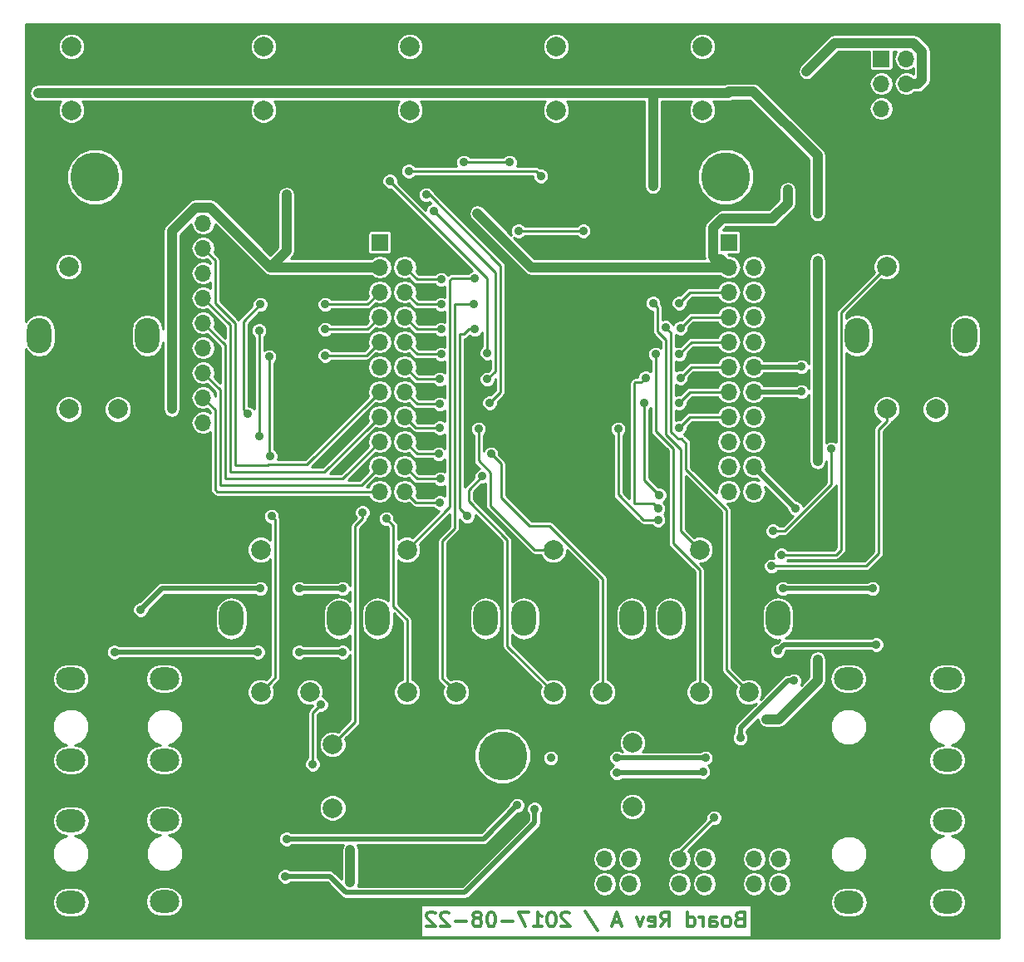
<source format=gbl>
G04 #@! TF.FileFunction,Copper,L2,Bot,Signal*
%FSLAX46Y46*%
G04 Gerber Fmt 4.6, Leading zero omitted, Abs format (unit mm)*
G04 Created by KiCad (PCBNEW 4.0.6) date 08/23/17 09:08:23*
%MOMM*%
%LPD*%
G01*
G04 APERTURE LIST*
%ADD10C,0.100000*%
%ADD11C,0.300000*%
%ADD12R,1.700000X1.700000*%
%ADD13O,1.700000X1.700000*%
%ADD14O,3.000000X2.300000*%
%ADD15C,2.000000*%
%ADD16O,2.500000X3.600000*%
%ADD17C,5.000000*%
%ADD18C,0.889000*%
%ADD19C,0.254000*%
%ADD20C,1.016000*%
%ADD21C,0.508000*%
G04 APERTURE END LIST*
D10*
D11*
X171142855Y-142642857D02*
X170928569Y-142714286D01*
X170857141Y-142785714D01*
X170785712Y-142928571D01*
X170785712Y-143142857D01*
X170857141Y-143285714D01*
X170928569Y-143357143D01*
X171071427Y-143428571D01*
X171642855Y-143428571D01*
X171642855Y-141928571D01*
X171142855Y-141928571D01*
X170999998Y-142000000D01*
X170928569Y-142071429D01*
X170857141Y-142214286D01*
X170857141Y-142357143D01*
X170928569Y-142500000D01*
X170999998Y-142571429D01*
X171142855Y-142642857D01*
X171642855Y-142642857D01*
X169928569Y-143428571D02*
X170071427Y-143357143D01*
X170142855Y-143285714D01*
X170214284Y-143142857D01*
X170214284Y-142714286D01*
X170142855Y-142571429D01*
X170071427Y-142500000D01*
X169928569Y-142428571D01*
X169714284Y-142428571D01*
X169571427Y-142500000D01*
X169499998Y-142571429D01*
X169428569Y-142714286D01*
X169428569Y-143142857D01*
X169499998Y-143285714D01*
X169571427Y-143357143D01*
X169714284Y-143428571D01*
X169928569Y-143428571D01*
X168142855Y-143428571D02*
X168142855Y-142642857D01*
X168214284Y-142500000D01*
X168357141Y-142428571D01*
X168642855Y-142428571D01*
X168785712Y-142500000D01*
X168142855Y-143357143D02*
X168285712Y-143428571D01*
X168642855Y-143428571D01*
X168785712Y-143357143D01*
X168857141Y-143214286D01*
X168857141Y-143071429D01*
X168785712Y-142928571D01*
X168642855Y-142857143D01*
X168285712Y-142857143D01*
X168142855Y-142785714D01*
X167428569Y-143428571D02*
X167428569Y-142428571D01*
X167428569Y-142714286D02*
X167357141Y-142571429D01*
X167285712Y-142500000D01*
X167142855Y-142428571D01*
X166999998Y-142428571D01*
X165857141Y-143428571D02*
X165857141Y-141928571D01*
X165857141Y-143357143D02*
X165999998Y-143428571D01*
X166285712Y-143428571D01*
X166428570Y-143357143D01*
X166499998Y-143285714D01*
X166571427Y-143142857D01*
X166571427Y-142714286D01*
X166499998Y-142571429D01*
X166428570Y-142500000D01*
X166285712Y-142428571D01*
X165999998Y-142428571D01*
X165857141Y-142500000D01*
X163142855Y-143428571D02*
X163642855Y-142714286D01*
X163999998Y-143428571D02*
X163999998Y-141928571D01*
X163428570Y-141928571D01*
X163285712Y-142000000D01*
X163214284Y-142071429D01*
X163142855Y-142214286D01*
X163142855Y-142428571D01*
X163214284Y-142571429D01*
X163285712Y-142642857D01*
X163428570Y-142714286D01*
X163999998Y-142714286D01*
X161928570Y-143357143D02*
X162071427Y-143428571D01*
X162357141Y-143428571D01*
X162499998Y-143357143D01*
X162571427Y-143214286D01*
X162571427Y-142642857D01*
X162499998Y-142500000D01*
X162357141Y-142428571D01*
X162071427Y-142428571D01*
X161928570Y-142500000D01*
X161857141Y-142642857D01*
X161857141Y-142785714D01*
X162571427Y-142928571D01*
X161357141Y-142428571D02*
X160999998Y-143428571D01*
X160642856Y-142428571D01*
X158999999Y-143000000D02*
X158285713Y-143000000D01*
X159142856Y-143428571D02*
X158642856Y-141928571D01*
X158142856Y-143428571D01*
X155428571Y-141857143D02*
X156714285Y-143785714D01*
X153857142Y-142071429D02*
X153785713Y-142000000D01*
X153642856Y-141928571D01*
X153285713Y-141928571D01*
X153142856Y-142000000D01*
X153071427Y-142071429D01*
X152999999Y-142214286D01*
X152999999Y-142357143D01*
X153071427Y-142571429D01*
X153928570Y-143428571D01*
X152999999Y-143428571D01*
X152071428Y-141928571D02*
X151928571Y-141928571D01*
X151785714Y-142000000D01*
X151714285Y-142071429D01*
X151642856Y-142214286D01*
X151571428Y-142500000D01*
X151571428Y-142857143D01*
X151642856Y-143142857D01*
X151714285Y-143285714D01*
X151785714Y-143357143D01*
X151928571Y-143428571D01*
X152071428Y-143428571D01*
X152214285Y-143357143D01*
X152285714Y-143285714D01*
X152357142Y-143142857D01*
X152428571Y-142857143D01*
X152428571Y-142500000D01*
X152357142Y-142214286D01*
X152285714Y-142071429D01*
X152214285Y-142000000D01*
X152071428Y-141928571D01*
X150142857Y-143428571D02*
X151000000Y-143428571D01*
X150571428Y-143428571D02*
X150571428Y-141928571D01*
X150714285Y-142142857D01*
X150857143Y-142285714D01*
X151000000Y-142357143D01*
X149642857Y-141928571D02*
X148642857Y-141928571D01*
X149285714Y-143428571D01*
X148071429Y-142857143D02*
X146928572Y-142857143D01*
X145928572Y-141928571D02*
X145785715Y-141928571D01*
X145642858Y-142000000D01*
X145571429Y-142071429D01*
X145500000Y-142214286D01*
X145428572Y-142500000D01*
X145428572Y-142857143D01*
X145500000Y-143142857D01*
X145571429Y-143285714D01*
X145642858Y-143357143D01*
X145785715Y-143428571D01*
X145928572Y-143428571D01*
X146071429Y-143357143D01*
X146142858Y-143285714D01*
X146214286Y-143142857D01*
X146285715Y-142857143D01*
X146285715Y-142500000D01*
X146214286Y-142214286D01*
X146142858Y-142071429D01*
X146071429Y-142000000D01*
X145928572Y-141928571D01*
X144571429Y-142571429D02*
X144714287Y-142500000D01*
X144785715Y-142428571D01*
X144857144Y-142285714D01*
X144857144Y-142214286D01*
X144785715Y-142071429D01*
X144714287Y-142000000D01*
X144571429Y-141928571D01*
X144285715Y-141928571D01*
X144142858Y-142000000D01*
X144071429Y-142071429D01*
X144000001Y-142214286D01*
X144000001Y-142285714D01*
X144071429Y-142428571D01*
X144142858Y-142500000D01*
X144285715Y-142571429D01*
X144571429Y-142571429D01*
X144714287Y-142642857D01*
X144785715Y-142714286D01*
X144857144Y-142857143D01*
X144857144Y-143142857D01*
X144785715Y-143285714D01*
X144714287Y-143357143D01*
X144571429Y-143428571D01*
X144285715Y-143428571D01*
X144142858Y-143357143D01*
X144071429Y-143285714D01*
X144000001Y-143142857D01*
X144000001Y-142857143D01*
X144071429Y-142714286D01*
X144142858Y-142642857D01*
X144285715Y-142571429D01*
X143357144Y-142857143D02*
X142214287Y-142857143D01*
X141571430Y-142071429D02*
X141500001Y-142000000D01*
X141357144Y-141928571D01*
X141000001Y-141928571D01*
X140857144Y-142000000D01*
X140785715Y-142071429D01*
X140714287Y-142214286D01*
X140714287Y-142357143D01*
X140785715Y-142571429D01*
X141642858Y-143428571D01*
X140714287Y-143428571D01*
X140142859Y-142071429D02*
X140071430Y-142000000D01*
X139928573Y-141928571D01*
X139571430Y-141928571D01*
X139428573Y-142000000D01*
X139357144Y-142071429D01*
X139285716Y-142214286D01*
X139285716Y-142357143D01*
X139357144Y-142571429D01*
X140214287Y-143428571D01*
X139285716Y-143428571D01*
D12*
X116496000Y-94610000D03*
D13*
X116496000Y-92070000D03*
X116496000Y-89530000D03*
X116496000Y-86990000D03*
X116496000Y-84450000D03*
X116496000Y-81910000D03*
X116496000Y-79370000D03*
X116496000Y-76830000D03*
X116496000Y-74290000D03*
X116496000Y-71750000D03*
D12*
X185584000Y-54986000D03*
D13*
X188124000Y-54986000D03*
X185584000Y-57526000D03*
X188124000Y-57526000D03*
X185584000Y-60066000D03*
X188124000Y-60066000D03*
D14*
X103034000Y-129528000D03*
X103034000Y-126428000D03*
X103034000Y-118128000D03*
X103034000Y-129528000D03*
X103034000Y-132628000D03*
X103034000Y-140928000D03*
X112559000Y-129528000D03*
X112559000Y-126428000D03*
X112559000Y-118128000D03*
X112559000Y-129483000D03*
X112559000Y-132583000D03*
X112559000Y-140883000D03*
X182250000Y-129528000D03*
X182250000Y-126428000D03*
X182250000Y-118128000D03*
X182282000Y-129532000D03*
X182282000Y-132632000D03*
X182282000Y-140932000D03*
X192304000Y-129528000D03*
X192304000Y-126428000D03*
X192304000Y-118128000D03*
X192315000Y-129532000D03*
X192315000Y-132632000D03*
X192315000Y-140932000D03*
D12*
X152310000Y-136520000D03*
D13*
X152310000Y-139060000D03*
X154850000Y-136520000D03*
X154850000Y-139060000D03*
X157390000Y-136520000D03*
X157390000Y-139060000D03*
X159930000Y-136520000D03*
X159930000Y-139060000D03*
X162470000Y-136520000D03*
X162470000Y-139060000D03*
X165010000Y-136520000D03*
X165010000Y-139060000D03*
X167550000Y-136520000D03*
X167550000Y-139060000D03*
X170090000Y-136520000D03*
X170090000Y-139060000D03*
X172630000Y-136520000D03*
X172630000Y-139060000D03*
X175170000Y-136520000D03*
X175170000Y-139060000D03*
D12*
X134495000Y-73676000D03*
D13*
X137035000Y-73676000D03*
X134495000Y-76216000D03*
X137035000Y-76216000D03*
X134495000Y-78756000D03*
X137035000Y-78756000D03*
X134495000Y-81296000D03*
X137035000Y-81296000D03*
X134495000Y-83836000D03*
X137035000Y-83836000D03*
X134495000Y-86376000D03*
X137035000Y-86376000D03*
X134495000Y-88916000D03*
X137035000Y-88916000D03*
X134495000Y-91456000D03*
X137035000Y-91456000D03*
X134495000Y-93996000D03*
X137035000Y-93996000D03*
X134495000Y-96536000D03*
X137035000Y-96536000D03*
X134495000Y-99076000D03*
X137035000Y-99076000D03*
D12*
X170045000Y-73676000D03*
D13*
X172585000Y-73676000D03*
X170045000Y-76216000D03*
X172585000Y-76216000D03*
X170045000Y-78756000D03*
X172585000Y-78756000D03*
X170045000Y-81296000D03*
X172585000Y-81296000D03*
X170045000Y-83836000D03*
X172585000Y-83836000D03*
X170045000Y-86376000D03*
X172585000Y-86376000D03*
X170045000Y-88916000D03*
X172585000Y-88916000D03*
X170045000Y-91456000D03*
X172585000Y-91456000D03*
X170045000Y-93996000D03*
X172585000Y-93996000D03*
X170045000Y-96536000D03*
X172585000Y-96536000D03*
X170045000Y-99076000D03*
X172585000Y-99076000D03*
D15*
X122378000Y-119513000D03*
X124878000Y-119513000D03*
X127378000Y-119513000D03*
X122378000Y-105013000D03*
X127378000Y-105013000D03*
D16*
X119378000Y-112013000D03*
X130378000Y-112013000D03*
D15*
X137279333Y-119513000D03*
X139779333Y-119513000D03*
X142279333Y-119513000D03*
X137279333Y-105013000D03*
X142279333Y-105013000D03*
D16*
X134279333Y-112013000D03*
X145279333Y-112013000D03*
D15*
X102820000Y-90680000D03*
X105320000Y-90680000D03*
X107820000Y-90680000D03*
X102820000Y-76180000D03*
X107820000Y-76180000D03*
D16*
X99820000Y-83180000D03*
X110820000Y-83180000D03*
D15*
X152180666Y-119513000D03*
X154680666Y-119513000D03*
X157180666Y-119513000D03*
X152180666Y-105013000D03*
X157180666Y-105013000D03*
D16*
X149180666Y-112013000D03*
X160180666Y-112013000D03*
D15*
X167081999Y-119513000D03*
X169581999Y-119513000D03*
X172081999Y-119513000D03*
X167081999Y-105013000D03*
X172081999Y-105013000D03*
D16*
X164081999Y-112013000D03*
X175081999Y-112013000D03*
D15*
X186132000Y-90680000D03*
X188632000Y-90680000D03*
X191132000Y-90680000D03*
X186132000Y-76180000D03*
X191132000Y-76180000D03*
D16*
X183132000Y-83180000D03*
X194132000Y-83180000D03*
D15*
X160256000Y-124686000D03*
X160256000Y-131186000D03*
X164756000Y-124686000D03*
X164756000Y-131186000D03*
X129704000Y-124836000D03*
X129704000Y-131336000D03*
X134204000Y-124836000D03*
X134204000Y-131336000D03*
X103106000Y-53716000D03*
X103106000Y-60216000D03*
X107606000Y-53716000D03*
X107606000Y-60216000D03*
X122664000Y-53716000D03*
X122664000Y-60216000D03*
X127164000Y-53716000D03*
X127164000Y-60216000D03*
X137565333Y-53716000D03*
X137565333Y-60216000D03*
X142065333Y-53716000D03*
X142065333Y-60216000D03*
X152466666Y-53716000D03*
X152466666Y-60216000D03*
X156966666Y-53716000D03*
X156966666Y-60216000D03*
X167367999Y-53716000D03*
X167367999Y-60216000D03*
X171867999Y-53716000D03*
X171867999Y-60216000D03*
D17*
X169750000Y-67000000D03*
X105500000Y-67000000D03*
X147000000Y-126000000D03*
D18*
X128942000Y-85212000D03*
X130085000Y-103250999D03*
X105320000Y-107310000D03*
X124116000Y-129408000D03*
X133768000Y-55478001D03*
X133768000Y-61336000D03*
X128942000Y-82545000D03*
X128942000Y-80005000D03*
X140753000Y-82545000D03*
X140753000Y-80005000D03*
X140753000Y-77465000D03*
X140626000Y-90165000D03*
X140626000Y-87625000D03*
X140753000Y-85085000D03*
X140681000Y-97785000D03*
X140499000Y-95245000D03*
X140626000Y-92578000D03*
X165010000Y-85085000D03*
X165137000Y-82418000D03*
X165010000Y-79878000D03*
X165010000Y-92578000D03*
X165010000Y-90038000D03*
X165137000Y-87498000D03*
X137035000Y-99076000D03*
X140626000Y-100198000D03*
X137451000Y-66416000D03*
X150913000Y-66924000D03*
X147738000Y-65527000D03*
X143039000Y-65527000D03*
X125005000Y-68829000D03*
X144436000Y-70734000D03*
X131482000Y-135631000D03*
X131482000Y-138933000D03*
X113321000Y-90673000D03*
X176059000Y-68321000D03*
X177964000Y-56256000D03*
X185076000Y-114676000D03*
X175043000Y-115311000D03*
X130720000Y-115438000D03*
X126275000Y-115438000D03*
X122084000Y-115438000D03*
X107461000Y-115438000D03*
X177456000Y-86355000D03*
X171233000Y-124206510D03*
X176694000Y-118359000D03*
X176840009Y-100791009D03*
X167677000Y-126233000D03*
X158660000Y-126233000D03*
X151929000Y-126233000D03*
X148500000Y-131059000D03*
X125005000Y-134488000D03*
X184695000Y-108961000D03*
X175551000Y-108961000D03*
X130720000Y-108961000D03*
X126275000Y-108961000D03*
X122338000Y-108961000D03*
X110146000Y-111120000D03*
X177456000Y-88895000D03*
X167423000Y-127630000D03*
X158660000Y-127757000D03*
X150278000Y-131440000D03*
X124878000Y-138298000D03*
X155231000Y-72512000D03*
X148627000Y-72512000D03*
X179107000Y-96007000D03*
X179107000Y-116200000D03*
X173904717Y-122291283D03*
X179107000Y-75560000D03*
X179107000Y-70734000D03*
X162343000Y-67940000D03*
X164375000Y-58453999D03*
X150151000Y-58453999D03*
X99693001Y-58453999D03*
X119886001Y-58453999D03*
X135927000Y-58453999D03*
X168566000Y-132329000D03*
X123481000Y-101595000D03*
X123354000Y-95499000D03*
X123227000Y-85339000D03*
X122211000Y-93467000D03*
X122211000Y-82672000D03*
X121068000Y-91181000D03*
X122338000Y-80005000D03*
X144182000Y-82545000D03*
X135165000Y-101849000D03*
X143420000Y-101595000D03*
X144055000Y-80005000D03*
X144182000Y-77338000D03*
X139229000Y-68829000D03*
X145706000Y-90038000D03*
X139991000Y-70480000D03*
X145452000Y-87625000D03*
X135546000Y-67432000D03*
X145452000Y-84958000D03*
X144944000Y-97531000D03*
X145833000Y-95245000D03*
X144563000Y-92705000D03*
X162597000Y-85085000D03*
X163613000Y-82348902D03*
X162343000Y-79878000D03*
X174408000Y-106675000D03*
X162851000Y-101976000D03*
X158787000Y-92705000D03*
X180504000Y-94737000D03*
X174549042Y-103101292D03*
X162978000Y-99436000D03*
X161454000Y-90038000D03*
X175424000Y-105532000D03*
X162851000Y-100833000D03*
X161581000Y-87498000D03*
X128493911Y-120793490D03*
X127672000Y-126868000D03*
X132752000Y-101214000D03*
D19*
X128942000Y-85212000D02*
X133119000Y-85212000D01*
X133119000Y-85212000D02*
X134495000Y-83836000D01*
D20*
X133768000Y-65400000D02*
X118600000Y-65400000D01*
X118600000Y-65400000D02*
X107927762Y-76072238D01*
X107927762Y-76072238D02*
X105320000Y-76072238D01*
X129140001Y-103250999D02*
X130085000Y-103250999D01*
X188632000Y-76195000D02*
X188632000Y-73655000D01*
X188632000Y-73655000D02*
X188632000Y-60574000D01*
X172585000Y-73676000D02*
X188611000Y-73676000D01*
X134276000Y-129408000D02*
X139229000Y-129408000D01*
X139229000Y-129408000D02*
X139737000Y-129408000D01*
X125005000Y-129408000D02*
X134276000Y-129408000D01*
D19*
X134276000Y-129408000D02*
X134204000Y-129480000D01*
X134204000Y-129480000D02*
X134204000Y-131336000D01*
D20*
X105320000Y-94610000D02*
X105320000Y-107310000D01*
X105320000Y-94610000D02*
X116496000Y-94610000D01*
X105320000Y-90680000D02*
X105320000Y-94610000D01*
X105320000Y-107310000D02*
X105320000Y-127242000D01*
X115195000Y-129408000D02*
X124116000Y-129408000D01*
X124116000Y-129408000D02*
X125005000Y-129408000D01*
X182282000Y-132632000D02*
X182282000Y-129532000D01*
X182282000Y-129532000D02*
X182282000Y-126460000D01*
X182282000Y-126460000D02*
X182250000Y-126428000D01*
X107820000Y-76180000D02*
X106405787Y-76180000D01*
X106405787Y-76180000D02*
X106298025Y-76072238D01*
X106298025Y-76072238D02*
X105320000Y-76072238D01*
X188632000Y-90680000D02*
X188632000Y-76195000D01*
X191132000Y-76180000D02*
X189717787Y-76180000D01*
X189717787Y-76180000D02*
X189702787Y-76195000D01*
X189702787Y-76195000D02*
X188632000Y-76195000D01*
X124878000Y-119513000D02*
X124878000Y-107513000D01*
X124878000Y-107513000D02*
X127378000Y-105013000D01*
X127378000Y-105013000D02*
X129140001Y-103250999D01*
X169581999Y-119513000D02*
X169581999Y-128900001D01*
X169581999Y-128900001D02*
X169074000Y-129408000D01*
X152310000Y-129408000D02*
X154850000Y-129408000D01*
X154850000Y-129408000D02*
X162470000Y-129408000D01*
X154680666Y-119513000D02*
X154680666Y-129238666D01*
X154680666Y-129238666D02*
X154850000Y-129408000D01*
X139737000Y-129408000D02*
X152310000Y-129408000D01*
X139779333Y-119513000D02*
X139779333Y-129365667D01*
X139779333Y-129365667D02*
X139737000Y-129408000D01*
X124878000Y-119513000D02*
X124878000Y-129281000D01*
X124878000Y-129281000D02*
X125005000Y-129408000D01*
X188124000Y-60066000D02*
X185965000Y-62225000D01*
X185965000Y-62225000D02*
X180376999Y-62225000D01*
X180376999Y-62225000D02*
X172867998Y-54715999D01*
X172867998Y-54715999D02*
X171867999Y-53716000D01*
X188632000Y-60574000D02*
X188124000Y-60066000D01*
X186981000Y-129532000D02*
X192315000Y-129532000D01*
X182282000Y-129532000D02*
X186981000Y-129532000D01*
X186981000Y-129532000D02*
X186981000Y-92331000D01*
X186981000Y-92331000D02*
X188632000Y-90680000D01*
X169074000Y-129408000D02*
X169198000Y-129532000D01*
X169198000Y-129532000D02*
X182282000Y-129532000D01*
X170090000Y-136520000D02*
X170090000Y-130424000D01*
X170090000Y-130424000D02*
X169074000Y-129408000D01*
X170090000Y-136520000D02*
X170090000Y-139060000D01*
X152310000Y-136520000D02*
X152310000Y-139060000D01*
X154850000Y-136520000D02*
X154850000Y-139060000D01*
X152310000Y-136520000D02*
X154850000Y-136520000D01*
X162470000Y-139060000D02*
X162470000Y-136520000D01*
X162470000Y-135317919D02*
X162470000Y-133091000D01*
X162851000Y-133091000D02*
X162470000Y-133091000D01*
X162470000Y-133091000D02*
X162470000Y-129408000D01*
X164756000Y-131186000D02*
X162851000Y-133091000D01*
X162470000Y-129408000D02*
X169074000Y-129408000D01*
X162470000Y-136520000D02*
X162470000Y-135317919D01*
X152310000Y-136520000D02*
X152310000Y-134654000D01*
X152310000Y-134654000D02*
X152310000Y-129408000D01*
X112559000Y-129528000D02*
X115075000Y-129528000D01*
X115075000Y-129528000D02*
X115195000Y-129408000D01*
X103034000Y-129528000D02*
X112559000Y-129528000D01*
X105320000Y-127242000D02*
X103034000Y-129528000D01*
X105320000Y-76072238D02*
X105320000Y-89265787D01*
X105320000Y-89265787D02*
X105320000Y-90680000D01*
X133768000Y-65400000D02*
X133768000Y-61336000D01*
X133768000Y-69206919D02*
X133768000Y-65400000D01*
X128926001Y-55478001D02*
X133768000Y-55478001D01*
X133768000Y-55478001D02*
X140303332Y-55478001D01*
X137035000Y-73676000D02*
X137035000Y-72473919D01*
X137035000Y-72473919D02*
X133768000Y-69206919D01*
X156966666Y-53716000D02*
X159125666Y-55875000D01*
X159125666Y-55875000D02*
X169708999Y-55875000D01*
X169708999Y-55875000D02*
X170868000Y-54715999D01*
X170868000Y-54715999D02*
X171867999Y-53716000D01*
X142065333Y-53716000D02*
X143827334Y-55478001D01*
X143827334Y-55478001D02*
X155204665Y-55478001D01*
X155204665Y-55478001D02*
X155966667Y-54715999D01*
X155966667Y-54715999D02*
X156966666Y-53716000D01*
X127164000Y-53716000D02*
X128926001Y-55478001D01*
X140303332Y-55478001D02*
X141065334Y-54715999D01*
X141065334Y-54715999D02*
X142065333Y-53716000D01*
X107606000Y-53716000D02*
X109368001Y-55478001D01*
X109368001Y-55478001D02*
X125401999Y-55478001D01*
X125401999Y-55478001D02*
X126164001Y-54715999D01*
X126164001Y-54715999D02*
X127164000Y-53716000D01*
D19*
X128942000Y-82545000D02*
X133246000Y-82545000D01*
X133246000Y-82545000D02*
X134495000Y-81296000D01*
X128942000Y-80005000D02*
X133246000Y-80005000D01*
X133246000Y-80005000D02*
X134495000Y-78756000D01*
X140753000Y-82545000D02*
X138284000Y-82545000D01*
X138284000Y-82545000D02*
X137035000Y-81296000D01*
X140753000Y-80005000D02*
X138284000Y-80005000D01*
X138284000Y-80005000D02*
X137035000Y-78756000D01*
X140753000Y-77465000D02*
X138284000Y-77465000D01*
X138284000Y-77465000D02*
X137035000Y-76216000D01*
X140626000Y-90165000D02*
X138284000Y-90165000D01*
X138284000Y-90165000D02*
X137035000Y-88916000D01*
X140626000Y-87625000D02*
X138284000Y-87625000D01*
X138284000Y-87625000D02*
X137035000Y-86376000D01*
X140753000Y-85085000D02*
X138284000Y-85085000D01*
X138284000Y-85085000D02*
X137035000Y-83836000D01*
X140681000Y-97785000D02*
X138284000Y-97785000D01*
X138284000Y-97785000D02*
X137035000Y-96536000D01*
X140499000Y-95245000D02*
X138284000Y-95245000D01*
X138284000Y-95245000D02*
X137035000Y-93996000D01*
X140626000Y-92578000D02*
X138157000Y-92578000D01*
X138157000Y-92578000D02*
X137035000Y-91456000D01*
X165010000Y-85085000D02*
X166259000Y-83836000D01*
X166259000Y-83836000D02*
X170045000Y-83836000D01*
X165137000Y-82418000D02*
X166259000Y-81296000D01*
X166259000Y-81296000D02*
X170045000Y-81296000D01*
X165010000Y-79878000D02*
X166132000Y-78756000D01*
X166132000Y-78756000D02*
X170045000Y-78756000D01*
X165010000Y-92578000D02*
X166132000Y-91456000D01*
X166132000Y-91456000D02*
X170045000Y-91456000D01*
X165010000Y-90038000D02*
X166132000Y-88916000D01*
X166132000Y-88916000D02*
X170045000Y-88916000D01*
X165137000Y-87498000D02*
X166259000Y-86376000D01*
X166259000Y-86376000D02*
X170045000Y-86376000D01*
X140626000Y-100198000D02*
X138157000Y-100198000D01*
X138157000Y-100198000D02*
X137035000Y-99076000D01*
X150913000Y-66924000D02*
X150405000Y-66416000D01*
X150405000Y-66416000D02*
X137451000Y-66416000D01*
X147611000Y-65527000D02*
X147738000Y-65527000D01*
X143039000Y-65527000D02*
X147611000Y-65527000D01*
D20*
X176059000Y-68321000D02*
X176059000Y-69691000D01*
X169195001Y-75366001D02*
X170045000Y-76216000D01*
X176059000Y-69691000D02*
X174500000Y-71250000D01*
X174500000Y-71250000D02*
X169399398Y-71250000D01*
X169399398Y-71250000D02*
X168432999Y-72216399D01*
X168432999Y-72216399D02*
X168432999Y-75135601D01*
X168432999Y-75135601D02*
X168663399Y-75366001D01*
X168663399Y-75366001D02*
X169195001Y-75366001D01*
X125005000Y-68829000D02*
X125005000Y-74558762D01*
X125005000Y-74558762D02*
X123347762Y-76216000D01*
X170045000Y-76216000D02*
X149918000Y-76216000D01*
X149918000Y-76216000D02*
X144436000Y-70734000D01*
X131482000Y-138933000D02*
X131482000Y-135631000D01*
X134495000Y-76216000D02*
X123347762Y-76216000D01*
X123347762Y-76216000D02*
X117269761Y-70137999D01*
X117269761Y-70137999D02*
X115722239Y-70137999D01*
X115722239Y-70137999D02*
X113321000Y-72539238D01*
X113321000Y-72539238D02*
X113321000Y-90673000D01*
X180846001Y-53373999D02*
X177964000Y-56256000D01*
X188124000Y-57526000D02*
X189326081Y-57526000D01*
X189326081Y-57526000D02*
X189736001Y-57116080D01*
X189736001Y-57116080D02*
X189736001Y-54212239D01*
X189736001Y-54212239D02*
X188897761Y-53373999D01*
X188897761Y-53373999D02*
X180846001Y-53373999D01*
D21*
X175043000Y-115311000D02*
X175678000Y-114676000D01*
X175678000Y-114676000D02*
X185076000Y-114676000D01*
X126275000Y-115438000D02*
X130720000Y-115438000D01*
X107461000Y-115438000D02*
X122084000Y-115438000D01*
X172585000Y-86376000D02*
X177435000Y-86376000D01*
X177435000Y-86376000D02*
X177456000Y-86355000D01*
X171233000Y-123191383D02*
X171233000Y-123577893D01*
X176065383Y-118359000D02*
X171233000Y-123191383D01*
X171233000Y-123577893D02*
X171233000Y-124206510D01*
X176694000Y-118359000D02*
X176065383Y-118359000D01*
X176840009Y-100791009D02*
X173434999Y-97385999D01*
X173434999Y-97385999D02*
X172585000Y-96536000D01*
X158660000Y-126233000D02*
X167677000Y-126233000D01*
X125005000Y-134488000D02*
X145071000Y-134488000D01*
X145071000Y-134488000D02*
X148500000Y-131059000D01*
X175551000Y-108961000D02*
X184695000Y-108961000D01*
X126275000Y-108961000D02*
X130720000Y-108961000D01*
X110146000Y-111120000D02*
X112305000Y-108961000D01*
X112305000Y-108961000D02*
X122338000Y-108961000D01*
X172585000Y-88916000D02*
X177435000Y-88916000D01*
X177435000Y-88916000D02*
X177456000Y-88895000D01*
X158660000Y-127757000D02*
X167296000Y-127757000D01*
X167296000Y-127757000D02*
X167423000Y-127630000D01*
X143165990Y-139949010D02*
X150278000Y-132837000D01*
X150278000Y-132837000D02*
X150278000Y-131440000D01*
X124878000Y-138298000D02*
X129410145Y-138298000D01*
X129410145Y-138298000D02*
X131061155Y-139949010D01*
X131061155Y-139949010D02*
X143165990Y-139949010D01*
D19*
X148627000Y-72512000D02*
X155231000Y-72512000D01*
D20*
X179107000Y-75560000D02*
X179107000Y-96007000D01*
X179107000Y-116200000D02*
X179107000Y-118359000D01*
X179107000Y-64847239D02*
X179107000Y-70099000D01*
X179107000Y-70099000D02*
X179107000Y-70734000D01*
X175174717Y-122291283D02*
X173904717Y-122291283D01*
X179107000Y-118359000D02*
X175174717Y-122291283D01*
X175174717Y-122291283D02*
X175165283Y-122291283D01*
X164375000Y-58453999D02*
X162216000Y-58453999D01*
X162216000Y-58453999D02*
X150151000Y-58453999D01*
X162343000Y-67940000D02*
X162343000Y-58580999D01*
X162343000Y-58580999D02*
X162216000Y-58453999D01*
X170105998Y-58303998D02*
X172563759Y-58303998D01*
X172563759Y-58303998D02*
X179107000Y-64847239D01*
X169955997Y-58453999D02*
X164375000Y-58453999D01*
X150151000Y-58453999D02*
X135927000Y-58453999D01*
X135927000Y-58453999D02*
X119886001Y-58453999D01*
X101344001Y-58453999D02*
X99693001Y-58453999D01*
X119886001Y-58453999D02*
X101344001Y-58453999D01*
X170105998Y-58303998D02*
X169955997Y-58453999D01*
D19*
X117727001Y-98889001D02*
X117914000Y-99076000D01*
X117914000Y-99076000D02*
X134495000Y-99076000D01*
X116496000Y-89530000D02*
X117727001Y-90761001D01*
X117727001Y-90761001D02*
X117727001Y-98889001D01*
X116496000Y-86990000D02*
X118235011Y-88729011D01*
X118235011Y-88729011D02*
X118235011Y-98420000D01*
X118235011Y-98420000D02*
X132611000Y-98420000D01*
X132611000Y-98420000D02*
X134495000Y-96536000D01*
X116496000Y-81910000D02*
X118743021Y-84157021D01*
X118743021Y-97785000D02*
X130706000Y-97785000D01*
X118743021Y-84157021D02*
X118743021Y-97785000D01*
X130706000Y-97785000D02*
X134495000Y-93996000D01*
X119251031Y-97111031D02*
X119548597Y-97111031D01*
X119548597Y-97111031D02*
X119548617Y-97111051D01*
X119548617Y-97111051D02*
X128839949Y-97111051D01*
X128839949Y-97111051D02*
X133645001Y-92305999D01*
X133645001Y-92305999D02*
X134495000Y-91456000D01*
X116496000Y-79370000D02*
X119251031Y-82125031D01*
X119251031Y-82125031D02*
X119251031Y-97111031D01*
X119759041Y-81914607D02*
X119759041Y-96388000D01*
X119759041Y-96388000D02*
X123100000Y-96388000D01*
X123100000Y-96388000D02*
X123163499Y-96324501D01*
X123163499Y-96324501D02*
X127086499Y-96324501D01*
X127086499Y-96324501D02*
X133645001Y-89765999D01*
X133645001Y-89765999D02*
X134495000Y-88916000D01*
X116496000Y-74290000D02*
X117727001Y-75521001D01*
X117727001Y-75521001D02*
X117727001Y-79882567D01*
X117727001Y-79882567D02*
X119759041Y-81914607D01*
X168566000Y-132329000D02*
X165010000Y-135885000D01*
X165010000Y-135885000D02*
X165010000Y-136520000D01*
X123481000Y-101595000D02*
X123862000Y-101976000D01*
X123862000Y-101976000D02*
X123862000Y-118029000D01*
X123862000Y-118029000D02*
X123377999Y-118513001D01*
X123377999Y-118513001D02*
X122378000Y-119513000D01*
X123227000Y-85339000D02*
X123227000Y-95372000D01*
X123227000Y-95372000D02*
X123354000Y-95499000D01*
X122211000Y-82672000D02*
X122211000Y-93467000D01*
X120584541Y-81758459D02*
X120584541Y-90419000D01*
X120584541Y-90419000D02*
X120584541Y-90697541D01*
X120584541Y-90697541D02*
X121068000Y-91181000D01*
X122338000Y-80005000D02*
X120584541Y-81758459D01*
X144182000Y-82545000D02*
X143553383Y-82545000D01*
X143553383Y-82545000D02*
X143045403Y-83052980D01*
X142658020Y-83052980D02*
X142658020Y-100833020D01*
X143045403Y-83052980D02*
X142658020Y-83052980D01*
X142658020Y-100833020D02*
X143420000Y-101595000D01*
X135165000Y-101849000D02*
X135898332Y-102582332D01*
X135898332Y-102582332D02*
X135898332Y-110775403D01*
X135898332Y-110775403D02*
X137279333Y-112156404D01*
X137279333Y-112156404D02*
X137279333Y-118098787D01*
X137279333Y-118098787D02*
X137279333Y-119513000D01*
X142150010Y-80005000D02*
X142150010Y-102839795D01*
X142150010Y-102839795D02*
X140898332Y-104091473D01*
X140898332Y-104091473D02*
X140898332Y-118131999D01*
X140898332Y-118131999D02*
X141279334Y-118513001D01*
X141279334Y-118513001D02*
X142279333Y-119513000D01*
X144055000Y-80005000D02*
X142150010Y-80005000D01*
X141642000Y-77543742D02*
X141642000Y-100650333D01*
X141642000Y-100650333D02*
X137279333Y-105013000D01*
X144182000Y-77338000D02*
X141847742Y-77338000D01*
X141847742Y-77338000D02*
X141642000Y-77543742D01*
X145706000Y-90038000D02*
X146785510Y-88958490D01*
X146785510Y-88958490D02*
X146785510Y-76052768D01*
X146785510Y-76052768D02*
X139561742Y-68829000D01*
X139561742Y-68829000D02*
X139229000Y-68829000D01*
X146277501Y-76766501D02*
X139991000Y-70480000D01*
X145452000Y-87625000D02*
X146277501Y-86799499D01*
X146277501Y-86799499D02*
X146277501Y-76766501D01*
X145452000Y-84958000D02*
X145452000Y-77386258D01*
X145452000Y-77386258D02*
X135546000Y-67480258D01*
X135546000Y-67480258D02*
X135546000Y-67432000D01*
X147484000Y-104008000D02*
X147484000Y-114816334D01*
X147484000Y-114816334D02*
X152180666Y-119513000D01*
X143547000Y-100071000D02*
X147484000Y-104008000D01*
X143547000Y-98928000D02*
X143547000Y-100071000D01*
X144944000Y-97531000D02*
X143547000Y-98928000D01*
X149770000Y-102611000D02*
X151822548Y-102611000D01*
X151822548Y-102611000D02*
X157180666Y-107969118D01*
X157180666Y-107969118D02*
X157180666Y-118098787D01*
X157180666Y-118098787D02*
X157180666Y-119513000D01*
X146849000Y-99690000D02*
X149770000Y-102611000D01*
X146849000Y-96261000D02*
X146849000Y-99690000D01*
X145833000Y-95245000D02*
X146849000Y-96261000D01*
X145769501Y-100515499D02*
X150267002Y-105013000D01*
X150267002Y-105013000D02*
X152180666Y-105013000D01*
X144563000Y-92705000D02*
X144563000Y-95928258D01*
X144563000Y-95928258D02*
X145769501Y-97134759D01*
X145769501Y-97134759D02*
X145769501Y-100515499D01*
X164375000Y-94693434D02*
X164375000Y-104349883D01*
X164375000Y-104349883D02*
X167081999Y-107056882D01*
X167081999Y-107056882D02*
X167081999Y-118098787D01*
X167081999Y-118098787D02*
X167081999Y-119513000D01*
X162597000Y-85085000D02*
X162597000Y-92915434D01*
X162597000Y-92915434D02*
X164375000Y-94693434D01*
X169836000Y-100960000D02*
X169836000Y-117267001D01*
X169836000Y-117267001D02*
X172081999Y-119513000D01*
X165700998Y-96824998D02*
X169836000Y-100960000D01*
X165264000Y-93721000D02*
X165700998Y-94157998D01*
X165700998Y-94157998D02*
X165700998Y-96824998D01*
X164931258Y-93721000D02*
X165264000Y-93721000D01*
X163613000Y-82348902D02*
X164184499Y-82920401D01*
X164184499Y-82920401D02*
X164184499Y-92974241D01*
X164184499Y-92974241D02*
X164931258Y-93721000D01*
X163676489Y-93276489D02*
X165192988Y-94792988D01*
X165192988Y-94792988D02*
X165192988Y-103123989D01*
X165192988Y-103123989D02*
X166082000Y-104013001D01*
X166082000Y-104013001D02*
X167081999Y-105013000D01*
X163676489Y-83634133D02*
X163676489Y-93276489D01*
X162343000Y-79878000D02*
X162787499Y-80322499D01*
X162787499Y-82745143D02*
X163676489Y-83634133D01*
X162787499Y-80322499D02*
X162787499Y-82745143D01*
X174408000Y-106675000D02*
X184060000Y-106675000D01*
X184060000Y-106675000D02*
X185330000Y-105405000D01*
X186132000Y-90680000D02*
X186132000Y-91922751D01*
X185330000Y-92724751D02*
X185330000Y-105405000D01*
X186132000Y-91922751D02*
X185330000Y-92724751D01*
X158787000Y-92705000D02*
X158787000Y-99392434D01*
X158787000Y-99392434D02*
X161370566Y-101976000D01*
X161370566Y-101976000D02*
X162851000Y-101976000D01*
X174549042Y-103101292D02*
X175751468Y-103101292D01*
X175751468Y-103101292D02*
X180504000Y-98348760D01*
X180504000Y-98348760D02*
X180504000Y-94737000D01*
X161454000Y-90038000D02*
X161454000Y-97912000D01*
X161454000Y-97912000D02*
X162978000Y-99436000D01*
X181500990Y-105004990D02*
X180973980Y-105532000D01*
X180973980Y-105532000D02*
X175424000Y-105532000D01*
X181500990Y-103011010D02*
X181500990Y-105004990D01*
X185132001Y-77179999D02*
X186132000Y-76180000D01*
X181500990Y-103011010D02*
X181500990Y-80811010D01*
X181500990Y-80811010D02*
X185132001Y-77179999D01*
X160438000Y-100325000D02*
X162343000Y-100325000D01*
X162343000Y-100325000D02*
X162851000Y-100833000D01*
X160438000Y-88005998D02*
X160438000Y-100325000D01*
X160501499Y-87942499D02*
X160438000Y-88005998D01*
X161581000Y-87498000D02*
X161136501Y-87942499D01*
X161136501Y-87942499D02*
X160501499Y-87942499D01*
X127672000Y-126868000D02*
X127672000Y-121615401D01*
X128049412Y-121237989D02*
X128493911Y-120793490D01*
X127672000Y-121615401D02*
X128049412Y-121237989D01*
X132752000Y-101214000D02*
X132752000Y-101842617D01*
X132752000Y-101842617D02*
X132009010Y-102585607D01*
X132009010Y-102585607D02*
X132009010Y-122530990D01*
X132009010Y-122530990D02*
X130703999Y-123836001D01*
X130703999Y-123836001D02*
X129704000Y-124836000D01*
G36*
X197569000Y-144569000D02*
X98431000Y-144569000D01*
X98431000Y-140928000D01*
X101116149Y-140928000D01*
X101232689Y-141513888D01*
X101564569Y-142010580D01*
X102061261Y-142342460D01*
X102647149Y-142459000D01*
X103420851Y-142459000D01*
X104006739Y-142342460D01*
X104503431Y-142010580D01*
X104835311Y-141513888D01*
X104951851Y-140928000D01*
X104942900Y-140883000D01*
X110641149Y-140883000D01*
X110757689Y-141468888D01*
X111089569Y-141965580D01*
X111586261Y-142297460D01*
X112172149Y-142414000D01*
X112945851Y-142414000D01*
X113531739Y-142297460D01*
X114028431Y-141965580D01*
X114360311Y-141468888D01*
X114419962Y-141169000D01*
X138619002Y-141169000D01*
X138619002Y-144481000D01*
X172380998Y-144481000D01*
X172380998Y-141169000D01*
X138619002Y-141169000D01*
X114419962Y-141169000D01*
X114467104Y-140932000D01*
X180364149Y-140932000D01*
X180480689Y-141517888D01*
X180812569Y-142014580D01*
X181309261Y-142346460D01*
X181895149Y-142463000D01*
X182668851Y-142463000D01*
X183254739Y-142346460D01*
X183751431Y-142014580D01*
X184083311Y-141517888D01*
X184199851Y-140932000D01*
X190397149Y-140932000D01*
X190513689Y-141517888D01*
X190845569Y-142014580D01*
X191342261Y-142346460D01*
X191928149Y-142463000D01*
X192701851Y-142463000D01*
X193287739Y-142346460D01*
X193784431Y-142014580D01*
X194116311Y-141517888D01*
X194232851Y-140932000D01*
X194116311Y-140346112D01*
X193784431Y-139849420D01*
X193287739Y-139517540D01*
X192701851Y-139401000D01*
X191928149Y-139401000D01*
X191342261Y-139517540D01*
X190845569Y-139849420D01*
X190513689Y-140346112D01*
X190397149Y-140932000D01*
X184199851Y-140932000D01*
X184083311Y-140346112D01*
X183751431Y-139849420D01*
X183254739Y-139517540D01*
X182668851Y-139401000D01*
X181895149Y-139401000D01*
X181309261Y-139517540D01*
X180812569Y-139849420D01*
X180480689Y-140346112D01*
X180364149Y-140932000D01*
X114467104Y-140932000D01*
X114476851Y-140883000D01*
X114360311Y-140297112D01*
X114028431Y-139800420D01*
X113531739Y-139468540D01*
X112945851Y-139352000D01*
X112172149Y-139352000D01*
X111586261Y-139468540D01*
X111089569Y-139800420D01*
X110757689Y-140297112D01*
X110641149Y-140883000D01*
X104942900Y-140883000D01*
X104835311Y-140342112D01*
X104503431Y-139845420D01*
X104006739Y-139513540D01*
X103420851Y-139397000D01*
X102647149Y-139397000D01*
X102061261Y-139513540D01*
X101564569Y-139845420D01*
X101232689Y-140342112D01*
X101116149Y-140928000D01*
X98431000Y-140928000D01*
X98431000Y-138461482D01*
X124052357Y-138461482D01*
X124177767Y-138764998D01*
X124409781Y-138997417D01*
X124713077Y-139123357D01*
X125041482Y-139123643D01*
X125344998Y-138998233D01*
X125410345Y-138933000D01*
X129147119Y-138933000D01*
X130612142Y-140398023D01*
X130818151Y-140535674D01*
X131061155Y-140584010D01*
X143165990Y-140584010D01*
X143408994Y-140535674D01*
X143615003Y-140398023D01*
X144977143Y-139035883D01*
X156159000Y-139035883D01*
X156159000Y-139084117D01*
X156252704Y-139555200D01*
X156519552Y-139954565D01*
X156918917Y-140221413D01*
X157390000Y-140315117D01*
X157861083Y-140221413D01*
X158260448Y-139954565D01*
X158527296Y-139555200D01*
X158621000Y-139084117D01*
X158621000Y-139035883D01*
X158699000Y-139035883D01*
X158699000Y-139084117D01*
X158792704Y-139555200D01*
X159059552Y-139954565D01*
X159458917Y-140221413D01*
X159930000Y-140315117D01*
X160401083Y-140221413D01*
X160800448Y-139954565D01*
X161067296Y-139555200D01*
X161161000Y-139084117D01*
X161161000Y-139035883D01*
X163779000Y-139035883D01*
X163779000Y-139084117D01*
X163872704Y-139555200D01*
X164139552Y-139954565D01*
X164538917Y-140221413D01*
X165010000Y-140315117D01*
X165481083Y-140221413D01*
X165880448Y-139954565D01*
X166147296Y-139555200D01*
X166241000Y-139084117D01*
X166241000Y-139035883D01*
X166319000Y-139035883D01*
X166319000Y-139084117D01*
X166412704Y-139555200D01*
X166679552Y-139954565D01*
X167078917Y-140221413D01*
X167550000Y-140315117D01*
X168021083Y-140221413D01*
X168420448Y-139954565D01*
X168687296Y-139555200D01*
X168781000Y-139084117D01*
X168781000Y-139035883D01*
X171399000Y-139035883D01*
X171399000Y-139084117D01*
X171492704Y-139555200D01*
X171759552Y-139954565D01*
X172158917Y-140221413D01*
X172630000Y-140315117D01*
X173101083Y-140221413D01*
X173500448Y-139954565D01*
X173767296Y-139555200D01*
X173861000Y-139084117D01*
X173861000Y-139035883D01*
X173939000Y-139035883D01*
X173939000Y-139084117D01*
X174032704Y-139555200D01*
X174299552Y-139954565D01*
X174698917Y-140221413D01*
X175170000Y-140315117D01*
X175641083Y-140221413D01*
X176040448Y-139954565D01*
X176307296Y-139555200D01*
X176401000Y-139084117D01*
X176401000Y-139035883D01*
X176307296Y-138564800D01*
X176040448Y-138165435D01*
X175641083Y-137898587D01*
X175170000Y-137804883D01*
X174698917Y-137898587D01*
X174299552Y-138165435D01*
X174032704Y-138564800D01*
X173939000Y-139035883D01*
X173861000Y-139035883D01*
X173767296Y-138564800D01*
X173500448Y-138165435D01*
X173101083Y-137898587D01*
X172630000Y-137804883D01*
X172158917Y-137898587D01*
X171759552Y-138165435D01*
X171492704Y-138564800D01*
X171399000Y-139035883D01*
X168781000Y-139035883D01*
X168687296Y-138564800D01*
X168420448Y-138165435D01*
X168021083Y-137898587D01*
X167550000Y-137804883D01*
X167078917Y-137898587D01*
X166679552Y-138165435D01*
X166412704Y-138564800D01*
X166319000Y-139035883D01*
X166241000Y-139035883D01*
X166147296Y-138564800D01*
X165880448Y-138165435D01*
X165481083Y-137898587D01*
X165010000Y-137804883D01*
X164538917Y-137898587D01*
X164139552Y-138165435D01*
X163872704Y-138564800D01*
X163779000Y-139035883D01*
X161161000Y-139035883D01*
X161067296Y-138564800D01*
X160800448Y-138165435D01*
X160401083Y-137898587D01*
X159930000Y-137804883D01*
X159458917Y-137898587D01*
X159059552Y-138165435D01*
X158792704Y-138564800D01*
X158699000Y-139035883D01*
X158621000Y-139035883D01*
X158527296Y-138564800D01*
X158260448Y-138165435D01*
X157861083Y-137898587D01*
X157390000Y-137804883D01*
X156918917Y-137898587D01*
X156519552Y-138165435D01*
X156252704Y-138564800D01*
X156159000Y-139035883D01*
X144977143Y-139035883D01*
X147517143Y-136495883D01*
X156159000Y-136495883D01*
X156159000Y-136544117D01*
X156252704Y-137015200D01*
X156519552Y-137414565D01*
X156918917Y-137681413D01*
X157390000Y-137775117D01*
X157861083Y-137681413D01*
X158260448Y-137414565D01*
X158527296Y-137015200D01*
X158621000Y-136544117D01*
X158621000Y-136495883D01*
X158699000Y-136495883D01*
X158699000Y-136544117D01*
X158792704Y-137015200D01*
X159059552Y-137414565D01*
X159458917Y-137681413D01*
X159930000Y-137775117D01*
X160401083Y-137681413D01*
X160800448Y-137414565D01*
X161067296Y-137015200D01*
X161161000Y-136544117D01*
X161161000Y-136495883D01*
X163779000Y-136495883D01*
X163779000Y-136544117D01*
X163872704Y-137015200D01*
X164139552Y-137414565D01*
X164538917Y-137681413D01*
X165010000Y-137775117D01*
X165481083Y-137681413D01*
X165880448Y-137414565D01*
X166147296Y-137015200D01*
X166241000Y-136544117D01*
X166241000Y-136495883D01*
X166319000Y-136495883D01*
X166319000Y-136544117D01*
X166412704Y-137015200D01*
X166679552Y-137414565D01*
X167078917Y-137681413D01*
X167550000Y-137775117D01*
X168021083Y-137681413D01*
X168420448Y-137414565D01*
X168687296Y-137015200D01*
X168781000Y-136544117D01*
X168781000Y-136495883D01*
X171399000Y-136495883D01*
X171399000Y-136544117D01*
X171492704Y-137015200D01*
X171759552Y-137414565D01*
X172158917Y-137681413D01*
X172630000Y-137775117D01*
X173101083Y-137681413D01*
X173500448Y-137414565D01*
X173767296Y-137015200D01*
X173861000Y-136544117D01*
X173861000Y-136495883D01*
X173939000Y-136495883D01*
X173939000Y-136544117D01*
X174032704Y-137015200D01*
X174299552Y-137414565D01*
X174698917Y-137681413D01*
X175170000Y-137775117D01*
X175641083Y-137681413D01*
X176040448Y-137414565D01*
X176307296Y-137015200D01*
X176401000Y-136544117D01*
X176401000Y-136495883D01*
X176378848Y-136384513D01*
X180400674Y-136384513D01*
X180686436Y-137076109D01*
X181215108Y-137605704D01*
X181906204Y-137892673D01*
X182654513Y-137893326D01*
X183346109Y-137607564D01*
X183875704Y-137078892D01*
X184162673Y-136387796D01*
X184163326Y-135639487D01*
X183877564Y-134947891D01*
X183348892Y-134418296D01*
X182657796Y-134131327D01*
X181909487Y-134130674D01*
X181217891Y-134416436D01*
X180688296Y-134945108D01*
X180401327Y-135636204D01*
X180400674Y-136384513D01*
X176378848Y-136384513D01*
X176307296Y-136024800D01*
X176040448Y-135625435D01*
X175641083Y-135358587D01*
X175170000Y-135264883D01*
X174698917Y-135358587D01*
X174299552Y-135625435D01*
X174032704Y-136024800D01*
X173939000Y-136495883D01*
X173861000Y-136495883D01*
X173767296Y-136024800D01*
X173500448Y-135625435D01*
X173101083Y-135358587D01*
X172630000Y-135264883D01*
X172158917Y-135358587D01*
X171759552Y-135625435D01*
X171492704Y-136024800D01*
X171399000Y-136495883D01*
X168781000Y-136495883D01*
X168687296Y-136024800D01*
X168420448Y-135625435D01*
X168021083Y-135358587D01*
X167550000Y-135264883D01*
X167078917Y-135358587D01*
X166679552Y-135625435D01*
X166412704Y-136024800D01*
X166319000Y-136495883D01*
X166241000Y-136495883D01*
X166147296Y-136024800D01*
X165923521Y-135689899D01*
X168459013Y-133154407D01*
X168729482Y-133154643D01*
X169032998Y-133029233D01*
X169265417Y-132797219D01*
X169334022Y-132632000D01*
X190397149Y-132632000D01*
X190513689Y-133217888D01*
X190845569Y-133714580D01*
X191342261Y-134046460D01*
X191885016Y-134154420D01*
X191250891Y-134416436D01*
X190721296Y-134945108D01*
X190434327Y-135636204D01*
X190433674Y-136384513D01*
X190719436Y-137076109D01*
X191248108Y-137605704D01*
X191939204Y-137892673D01*
X192687513Y-137893326D01*
X193379109Y-137607564D01*
X193908704Y-137078892D01*
X194195673Y-136387796D01*
X194196326Y-135639487D01*
X193910564Y-134947891D01*
X193381892Y-134418296D01*
X192745949Y-134154228D01*
X193287739Y-134046460D01*
X193784431Y-133714580D01*
X194116311Y-133217888D01*
X194232851Y-132632000D01*
X194116311Y-132046112D01*
X193784431Y-131549420D01*
X193287739Y-131217540D01*
X192701851Y-131101000D01*
X191928149Y-131101000D01*
X191342261Y-131217540D01*
X190845569Y-131549420D01*
X190513689Y-132046112D01*
X190397149Y-132632000D01*
X169334022Y-132632000D01*
X169391357Y-132493923D01*
X169391643Y-132165518D01*
X169266233Y-131862002D01*
X169034219Y-131629583D01*
X168730923Y-131503643D01*
X168402518Y-131503357D01*
X168099002Y-131628767D01*
X167866583Y-131860781D01*
X167740643Y-132164077D01*
X167740406Y-132436173D01*
X164887288Y-135289292D01*
X164538917Y-135358587D01*
X164139552Y-135625435D01*
X163872704Y-136024800D01*
X163779000Y-136495883D01*
X161161000Y-136495883D01*
X161067296Y-136024800D01*
X160800448Y-135625435D01*
X160401083Y-135358587D01*
X159930000Y-135264883D01*
X159458917Y-135358587D01*
X159059552Y-135625435D01*
X158792704Y-136024800D01*
X158699000Y-136495883D01*
X158621000Y-136495883D01*
X158527296Y-136024800D01*
X158260448Y-135625435D01*
X157861083Y-135358587D01*
X157390000Y-135264883D01*
X156918917Y-135358587D01*
X156519552Y-135625435D01*
X156252704Y-136024800D01*
X156159000Y-136495883D01*
X147517143Y-136495883D01*
X150727013Y-133286013D01*
X150864664Y-133080004D01*
X150913000Y-132837000D01*
X150913000Y-131972524D01*
X150977417Y-131908219D01*
X151103357Y-131604923D01*
X151103483Y-131459493D01*
X158874761Y-131459493D01*
X159084563Y-131967251D01*
X159472705Y-132356072D01*
X159980097Y-132566759D01*
X160529493Y-132567239D01*
X161037251Y-132357437D01*
X161426072Y-131969295D01*
X161636759Y-131461903D01*
X161637239Y-130912507D01*
X161427437Y-130404749D01*
X161039295Y-130015928D01*
X160531903Y-129805241D01*
X159982507Y-129804761D01*
X159474749Y-130014563D01*
X159085928Y-130402705D01*
X158875241Y-130910097D01*
X158874761Y-131459493D01*
X151103483Y-131459493D01*
X151103643Y-131276518D01*
X150978233Y-130973002D01*
X150746219Y-130740583D01*
X150442923Y-130614643D01*
X150114518Y-130614357D01*
X149811002Y-130739767D01*
X149578583Y-130971781D01*
X149452643Y-131275077D01*
X149452357Y-131603482D01*
X149577767Y-131906998D01*
X149643000Y-131972345D01*
X149643000Y-132573974D01*
X142902964Y-139314010D01*
X132276065Y-139314010D01*
X132303329Y-139273206D01*
X132371000Y-138933000D01*
X132371000Y-135631000D01*
X132303329Y-135290794D01*
X132191212Y-135123000D01*
X145071000Y-135123000D01*
X145314004Y-135074664D01*
X145520013Y-134937013D01*
X148572462Y-131884564D01*
X148663482Y-131884643D01*
X148966998Y-131759233D01*
X149199417Y-131527219D01*
X149325357Y-131223923D01*
X149325643Y-130895518D01*
X149200233Y-130592002D01*
X148968219Y-130359583D01*
X148664923Y-130233643D01*
X148336518Y-130233357D01*
X148033002Y-130358767D01*
X147800583Y-130590781D01*
X147674643Y-130894077D01*
X147674563Y-130986411D01*
X144807974Y-133853000D01*
X125537524Y-133853000D01*
X125473219Y-133788583D01*
X125169923Y-133662643D01*
X124841518Y-133662357D01*
X124538002Y-133787767D01*
X124305583Y-134019781D01*
X124179643Y-134323077D01*
X124179357Y-134651482D01*
X124304767Y-134954998D01*
X124536781Y-135187417D01*
X124840077Y-135313357D01*
X125168482Y-135313643D01*
X125471998Y-135188233D01*
X125537345Y-135123000D01*
X130772788Y-135123000D01*
X130660671Y-135290794D01*
X130593000Y-135631000D01*
X130593000Y-138582829D01*
X129859158Y-137848987D01*
X129653149Y-137711336D01*
X129410145Y-137663000D01*
X125410524Y-137663000D01*
X125346219Y-137598583D01*
X125042923Y-137472643D01*
X124714518Y-137472357D01*
X124411002Y-137597767D01*
X124178583Y-137829781D01*
X124052643Y-138133077D01*
X124052357Y-138461482D01*
X98431000Y-138461482D01*
X98431000Y-132628000D01*
X101116149Y-132628000D01*
X101232689Y-133213888D01*
X101564569Y-133710580D01*
X102061261Y-134042460D01*
X102604016Y-134150420D01*
X101969891Y-134412436D01*
X101440296Y-134941108D01*
X101153327Y-135632204D01*
X101152674Y-136380513D01*
X101438436Y-137072109D01*
X101967108Y-137601704D01*
X102658204Y-137888673D01*
X103406513Y-137889326D01*
X104098109Y-137603564D01*
X104627704Y-137074892D01*
X104914673Y-136383796D01*
X104915326Y-135635487D01*
X104629564Y-134943891D01*
X104100892Y-134414296D01*
X103464949Y-134150228D01*
X104006739Y-134042460D01*
X104503431Y-133710580D01*
X104835311Y-133213888D01*
X104951851Y-132628000D01*
X104942900Y-132583000D01*
X110641149Y-132583000D01*
X110757689Y-133168888D01*
X111089569Y-133665580D01*
X111586261Y-133997460D01*
X112129016Y-134105420D01*
X111494891Y-134367436D01*
X110965296Y-134896108D01*
X110678327Y-135587204D01*
X110677674Y-136335513D01*
X110963436Y-137027109D01*
X111492108Y-137556704D01*
X112183204Y-137843673D01*
X112931513Y-137844326D01*
X113623109Y-137558564D01*
X114152704Y-137029892D01*
X114439673Y-136338796D01*
X114440326Y-135590487D01*
X114154564Y-134898891D01*
X113625892Y-134369296D01*
X112989949Y-134105228D01*
X113531739Y-133997460D01*
X114028431Y-133665580D01*
X114360311Y-133168888D01*
X114476851Y-132583000D01*
X114360311Y-131997112D01*
X114101312Y-131609493D01*
X128322761Y-131609493D01*
X128532563Y-132117251D01*
X128920705Y-132506072D01*
X129428097Y-132716759D01*
X129977493Y-132717239D01*
X130485251Y-132507437D01*
X130874072Y-132119295D01*
X131084759Y-131611903D01*
X131085239Y-131062507D01*
X130875437Y-130554749D01*
X130487295Y-130165928D01*
X129979903Y-129955241D01*
X129430507Y-129954761D01*
X128922749Y-130164563D01*
X128533928Y-130552705D01*
X128323241Y-131060097D01*
X128322761Y-131609493D01*
X114101312Y-131609493D01*
X114028431Y-131500420D01*
X113531739Y-131168540D01*
X112945851Y-131052000D01*
X112172149Y-131052000D01*
X111586261Y-131168540D01*
X111089569Y-131500420D01*
X110757689Y-131997112D01*
X110641149Y-132583000D01*
X104942900Y-132583000D01*
X104835311Y-132042112D01*
X104503431Y-131545420D01*
X104006739Y-131213540D01*
X103420851Y-131097000D01*
X102647149Y-131097000D01*
X102061261Y-131213540D01*
X101564569Y-131545420D01*
X101232689Y-132042112D01*
X101116149Y-132628000D01*
X98431000Y-132628000D01*
X98431000Y-126428000D01*
X101116149Y-126428000D01*
X101232689Y-127013888D01*
X101564569Y-127510580D01*
X102061261Y-127842460D01*
X102647149Y-127959000D01*
X103420851Y-127959000D01*
X104006739Y-127842460D01*
X104503431Y-127510580D01*
X104835311Y-127013888D01*
X104951851Y-126428000D01*
X110641149Y-126428000D01*
X110757689Y-127013888D01*
X111089569Y-127510580D01*
X111586261Y-127842460D01*
X112172149Y-127959000D01*
X112945851Y-127959000D01*
X113531739Y-127842460D01*
X114028431Y-127510580D01*
X114360311Y-127013888D01*
X114476851Y-126428000D01*
X114360311Y-125842112D01*
X114028431Y-125345420D01*
X113531739Y-125013540D01*
X112988984Y-124905580D01*
X113623109Y-124643564D01*
X114152704Y-124114892D01*
X114439673Y-123423796D01*
X114440326Y-122675487D01*
X114154564Y-121983891D01*
X113625892Y-121454296D01*
X112934796Y-121167327D01*
X112186487Y-121166674D01*
X111494891Y-121452436D01*
X110965296Y-121981108D01*
X110678327Y-122672204D01*
X110677674Y-123420513D01*
X110963436Y-124112109D01*
X111492108Y-124641704D01*
X112128051Y-124905772D01*
X111586261Y-125013540D01*
X111089569Y-125345420D01*
X110757689Y-125842112D01*
X110641149Y-126428000D01*
X104951851Y-126428000D01*
X104835311Y-125842112D01*
X104503431Y-125345420D01*
X104006739Y-125013540D01*
X103463984Y-124905580D01*
X104098109Y-124643564D01*
X104627704Y-124114892D01*
X104914673Y-123423796D01*
X104915326Y-122675487D01*
X104629564Y-121983891D01*
X104100892Y-121454296D01*
X103409796Y-121167327D01*
X102661487Y-121166674D01*
X101969891Y-121452436D01*
X101440296Y-121981108D01*
X101153327Y-122672204D01*
X101152674Y-123420513D01*
X101438436Y-124112109D01*
X101967108Y-124641704D01*
X102603051Y-124905772D01*
X102061261Y-125013540D01*
X101564569Y-125345420D01*
X101232689Y-125842112D01*
X101116149Y-126428000D01*
X98431000Y-126428000D01*
X98431000Y-118128000D01*
X101116149Y-118128000D01*
X101232689Y-118713888D01*
X101564569Y-119210580D01*
X102061261Y-119542460D01*
X102647149Y-119659000D01*
X103420851Y-119659000D01*
X104006739Y-119542460D01*
X104503431Y-119210580D01*
X104835311Y-118713888D01*
X104951851Y-118128000D01*
X110641149Y-118128000D01*
X110757689Y-118713888D01*
X111089569Y-119210580D01*
X111586261Y-119542460D01*
X112172149Y-119659000D01*
X112945851Y-119659000D01*
X113531739Y-119542460D01*
X114028431Y-119210580D01*
X114360311Y-118713888D01*
X114476851Y-118128000D01*
X114360311Y-117542112D01*
X114028431Y-117045420D01*
X113531739Y-116713540D01*
X112945851Y-116597000D01*
X112172149Y-116597000D01*
X111586261Y-116713540D01*
X111089569Y-117045420D01*
X110757689Y-117542112D01*
X110641149Y-118128000D01*
X104951851Y-118128000D01*
X104835311Y-117542112D01*
X104503431Y-117045420D01*
X104006739Y-116713540D01*
X103420851Y-116597000D01*
X102647149Y-116597000D01*
X102061261Y-116713540D01*
X101564569Y-117045420D01*
X101232689Y-117542112D01*
X101116149Y-118128000D01*
X98431000Y-118128000D01*
X98431000Y-115601482D01*
X106635357Y-115601482D01*
X106760767Y-115904998D01*
X106992781Y-116137417D01*
X107296077Y-116263357D01*
X107624482Y-116263643D01*
X107927998Y-116138233D01*
X107993345Y-116073000D01*
X121551476Y-116073000D01*
X121615781Y-116137417D01*
X121919077Y-116263357D01*
X122247482Y-116263643D01*
X122550998Y-116138233D01*
X122783417Y-115906219D01*
X122909357Y-115602923D01*
X122909643Y-115274518D01*
X122784233Y-114971002D01*
X122552219Y-114738583D01*
X122248923Y-114612643D01*
X121920518Y-114612357D01*
X121617002Y-114737767D01*
X121551655Y-114803000D01*
X107993524Y-114803000D01*
X107929219Y-114738583D01*
X107625923Y-114612643D01*
X107297518Y-114612357D01*
X106994002Y-114737767D01*
X106761583Y-114969781D01*
X106635643Y-115273077D01*
X106635357Y-115601482D01*
X98431000Y-115601482D01*
X98431000Y-111283482D01*
X109320357Y-111283482D01*
X109445767Y-111586998D01*
X109677781Y-111819417D01*
X109981077Y-111945357D01*
X110309482Y-111945643D01*
X110612998Y-111820233D01*
X110845417Y-111588219D01*
X110915154Y-111420272D01*
X117747000Y-111420272D01*
X117747000Y-112605728D01*
X117871152Y-113229885D01*
X118224709Y-113759019D01*
X118753843Y-114112576D01*
X119378000Y-114236728D01*
X120002157Y-114112576D01*
X120531291Y-113759019D01*
X120884848Y-113229885D01*
X121009000Y-112605728D01*
X121009000Y-111420272D01*
X120884848Y-110796115D01*
X120531291Y-110266981D01*
X120002157Y-109913424D01*
X119378000Y-109789272D01*
X118753843Y-109913424D01*
X118224709Y-110266981D01*
X117871152Y-110796115D01*
X117747000Y-111420272D01*
X110915154Y-111420272D01*
X110971357Y-111284923D01*
X110971437Y-111192589D01*
X112568026Y-109596000D01*
X121805476Y-109596000D01*
X121869781Y-109660417D01*
X122173077Y-109786357D01*
X122501482Y-109786643D01*
X122804998Y-109661233D01*
X123037417Y-109429219D01*
X123163357Y-109125923D01*
X123163643Y-108797518D01*
X123038233Y-108494002D01*
X122806219Y-108261583D01*
X122502923Y-108135643D01*
X122174518Y-108135357D01*
X121871002Y-108260767D01*
X121805655Y-108326000D01*
X112305000Y-108326000D01*
X112061996Y-108374336D01*
X111855987Y-108511987D01*
X110073538Y-110294436D01*
X109982518Y-110294357D01*
X109679002Y-110419767D01*
X109446583Y-110651781D01*
X109320643Y-110955077D01*
X109320357Y-111283482D01*
X98431000Y-111283482D01*
X98431000Y-105286493D01*
X120996761Y-105286493D01*
X121206563Y-105794251D01*
X121594705Y-106183072D01*
X122102097Y-106393759D01*
X122651493Y-106394239D01*
X123159251Y-106184437D01*
X123354000Y-105990028D01*
X123354000Y-117818580D01*
X122926957Y-118245623D01*
X122653903Y-118132241D01*
X122104507Y-118131761D01*
X121596749Y-118341563D01*
X121207928Y-118729705D01*
X120997241Y-119237097D01*
X120996761Y-119786493D01*
X121206563Y-120294251D01*
X121594705Y-120683072D01*
X122102097Y-120893759D01*
X122651493Y-120894239D01*
X123159251Y-120684437D01*
X123548072Y-120296295D01*
X123758759Y-119788903D01*
X123758761Y-119786493D01*
X125996761Y-119786493D01*
X126206563Y-120294251D01*
X126594705Y-120683072D01*
X127102097Y-120893759D01*
X127651493Y-120894239D01*
X127668329Y-120887283D01*
X127668317Y-120900664D01*
X127312790Y-121256191D01*
X127202669Y-121420998D01*
X127164000Y-121615401D01*
X127164000Y-126208698D01*
X126972583Y-126399781D01*
X126846643Y-126703077D01*
X126846357Y-127031482D01*
X126971767Y-127334998D01*
X127203781Y-127567417D01*
X127507077Y-127693357D01*
X127835482Y-127693643D01*
X128138998Y-127568233D01*
X128371417Y-127336219D01*
X128497357Y-127032923D01*
X128497643Y-126704518D01*
X128442290Y-126570552D01*
X144118501Y-126570552D01*
X144556183Y-127629823D01*
X145365914Y-128440969D01*
X146424420Y-128880499D01*
X147570552Y-128881499D01*
X148629823Y-128443817D01*
X149440969Y-127634086D01*
X149880499Y-126575580D01*
X149880655Y-126396482D01*
X151103357Y-126396482D01*
X151228767Y-126699998D01*
X151460781Y-126932417D01*
X151764077Y-127058357D01*
X152092482Y-127058643D01*
X152395998Y-126933233D01*
X152628417Y-126701219D01*
X152754357Y-126397923D01*
X152754358Y-126396482D01*
X157834357Y-126396482D01*
X157959767Y-126699998D01*
X158191781Y-126932417D01*
X158342493Y-126994999D01*
X158193002Y-127056767D01*
X157960583Y-127288781D01*
X157834643Y-127592077D01*
X157834357Y-127920482D01*
X157959767Y-128223998D01*
X158191781Y-128456417D01*
X158495077Y-128582357D01*
X158823482Y-128582643D01*
X159126998Y-128457233D01*
X159192345Y-128392000D01*
X167105497Y-128392000D01*
X167258077Y-128455357D01*
X167586482Y-128455643D01*
X167889998Y-128330233D01*
X168122417Y-128098219D01*
X168248357Y-127794923D01*
X168248643Y-127466518D01*
X168123233Y-127163002D01*
X167966909Y-127006405D01*
X168143998Y-126933233D01*
X168376417Y-126701219D01*
X168489867Y-126428000D01*
X190386149Y-126428000D01*
X190502689Y-127013888D01*
X190834569Y-127510580D01*
X191331261Y-127842460D01*
X191917149Y-127959000D01*
X192690851Y-127959000D01*
X193276739Y-127842460D01*
X193773431Y-127510580D01*
X194105311Y-127013888D01*
X194221851Y-126428000D01*
X194105311Y-125842112D01*
X193773431Y-125345420D01*
X193276739Y-125013540D01*
X192733984Y-124905580D01*
X193368109Y-124643564D01*
X193897704Y-124114892D01*
X194184673Y-123423796D01*
X194185326Y-122675487D01*
X193899564Y-121983891D01*
X193370892Y-121454296D01*
X192679796Y-121167327D01*
X191931487Y-121166674D01*
X191239891Y-121452436D01*
X190710296Y-121981108D01*
X190423327Y-122672204D01*
X190422674Y-123420513D01*
X190708436Y-124112109D01*
X191237108Y-124641704D01*
X191873051Y-124905772D01*
X191331261Y-125013540D01*
X190834569Y-125345420D01*
X190502689Y-125842112D01*
X190386149Y-126428000D01*
X168489867Y-126428000D01*
X168502357Y-126397923D01*
X168502643Y-126069518D01*
X168377233Y-125766002D01*
X168145219Y-125533583D01*
X167841923Y-125407643D01*
X167513518Y-125407357D01*
X167210002Y-125532767D01*
X167144655Y-125598000D01*
X161297142Y-125598000D01*
X161426072Y-125469295D01*
X161636759Y-124961903D01*
X161637239Y-124412507D01*
X161427437Y-123904749D01*
X161039295Y-123515928D01*
X160531903Y-123305241D01*
X159982507Y-123304761D01*
X159474749Y-123514563D01*
X159085928Y-123902705D01*
X158875241Y-124410097D01*
X158874761Y-124959493D01*
X159084563Y-125467251D01*
X159215084Y-125598000D01*
X159192524Y-125598000D01*
X159128219Y-125533583D01*
X158824923Y-125407643D01*
X158496518Y-125407357D01*
X158193002Y-125532767D01*
X157960583Y-125764781D01*
X157834643Y-126068077D01*
X157834357Y-126396482D01*
X152754358Y-126396482D01*
X152754643Y-126069518D01*
X152629233Y-125766002D01*
X152397219Y-125533583D01*
X152093923Y-125407643D01*
X151765518Y-125407357D01*
X151462002Y-125532767D01*
X151229583Y-125764781D01*
X151103643Y-126068077D01*
X151103357Y-126396482D01*
X149880655Y-126396482D01*
X149881499Y-125429448D01*
X149443817Y-124370177D01*
X148634086Y-123559031D01*
X147575580Y-123119501D01*
X146429448Y-123118501D01*
X145370177Y-123556183D01*
X144559031Y-124365914D01*
X144119501Y-125424420D01*
X144118501Y-126570552D01*
X128442290Y-126570552D01*
X128372233Y-126401002D01*
X128180000Y-126208433D01*
X128180000Y-121825821D01*
X128386924Y-121618897D01*
X128657393Y-121619133D01*
X128960909Y-121493723D01*
X129193328Y-121261709D01*
X129319268Y-120958413D01*
X129319554Y-120630008D01*
X129194144Y-120326492D01*
X128962130Y-120094073D01*
X128680586Y-119977165D01*
X128758759Y-119788903D01*
X128759239Y-119239507D01*
X128549437Y-118731749D01*
X128161295Y-118342928D01*
X127653903Y-118132241D01*
X127104507Y-118131761D01*
X126596749Y-118341563D01*
X126207928Y-118729705D01*
X125997241Y-119237097D01*
X125996761Y-119786493D01*
X123758761Y-119786493D01*
X123759239Y-119239507D01*
X123645407Y-118964013D01*
X124221210Y-118388210D01*
X124331331Y-118223403D01*
X124370000Y-118029000D01*
X124370000Y-109124482D01*
X125449357Y-109124482D01*
X125574767Y-109427998D01*
X125806781Y-109660417D01*
X126110077Y-109786357D01*
X126438482Y-109786643D01*
X126741998Y-109661233D01*
X126807345Y-109596000D01*
X130187476Y-109596000D01*
X130251781Y-109660417D01*
X130555077Y-109786357D01*
X130883482Y-109786643D01*
X131186998Y-109661233D01*
X131419417Y-109429219D01*
X131501010Y-109232722D01*
X131501010Y-110246748D01*
X131002157Y-109913424D01*
X130378000Y-109789272D01*
X129753843Y-109913424D01*
X129224709Y-110266981D01*
X128871152Y-110796115D01*
X128747000Y-111420272D01*
X128747000Y-112605728D01*
X128871152Y-113229885D01*
X129224709Y-113759019D01*
X129753843Y-114112576D01*
X130378000Y-114236728D01*
X131002157Y-114112576D01*
X131501010Y-113779252D01*
X131501010Y-115166498D01*
X131420233Y-114971002D01*
X131188219Y-114738583D01*
X130884923Y-114612643D01*
X130556518Y-114612357D01*
X130253002Y-114737767D01*
X130187655Y-114803000D01*
X126807524Y-114803000D01*
X126743219Y-114738583D01*
X126439923Y-114612643D01*
X126111518Y-114612357D01*
X125808002Y-114737767D01*
X125575583Y-114969781D01*
X125449643Y-115273077D01*
X125449357Y-115601482D01*
X125574767Y-115904998D01*
X125806781Y-116137417D01*
X126110077Y-116263357D01*
X126438482Y-116263643D01*
X126741998Y-116138233D01*
X126807345Y-116073000D01*
X130187476Y-116073000D01*
X130251781Y-116137417D01*
X130555077Y-116263357D01*
X130883482Y-116263643D01*
X131186998Y-116138233D01*
X131419417Y-115906219D01*
X131501010Y-115709722D01*
X131501010Y-122320570D01*
X130252957Y-123568623D01*
X129979903Y-123455241D01*
X129430507Y-123454761D01*
X128922749Y-123664563D01*
X128533928Y-124052705D01*
X128323241Y-124560097D01*
X128322761Y-125109493D01*
X128532563Y-125617251D01*
X128920705Y-126006072D01*
X129428097Y-126216759D01*
X129977493Y-126217239D01*
X130485251Y-126007437D01*
X130874072Y-125619295D01*
X131084759Y-125111903D01*
X131085239Y-124562507D01*
X130971407Y-124287013D01*
X132368220Y-122890200D01*
X132478341Y-122725394D01*
X132488921Y-122672204D01*
X132517010Y-122530990D01*
X132517010Y-111420272D01*
X132648333Y-111420272D01*
X132648333Y-112605728D01*
X132772485Y-113229885D01*
X133126042Y-113759019D01*
X133655176Y-114112576D01*
X134279333Y-114236728D01*
X134903490Y-114112576D01*
X135432624Y-113759019D01*
X135786181Y-113229885D01*
X135910333Y-112605728D01*
X135910333Y-111505824D01*
X136771333Y-112366824D01*
X136771333Y-118228658D01*
X136498082Y-118341563D01*
X136109261Y-118729705D01*
X135898574Y-119237097D01*
X135898094Y-119786493D01*
X136107896Y-120294251D01*
X136496038Y-120683072D01*
X137003430Y-120893759D01*
X137552826Y-120894239D01*
X138060584Y-120684437D01*
X138449405Y-120296295D01*
X138660092Y-119788903D01*
X138660572Y-119239507D01*
X138450770Y-118731749D01*
X138062628Y-118342928D01*
X137787333Y-118228616D01*
X137787333Y-112156404D01*
X137748664Y-111962001D01*
X137748664Y-111962000D01*
X137638543Y-111797194D01*
X136406332Y-110564983D01*
X136406332Y-106093209D01*
X136496038Y-106183072D01*
X137003430Y-106393759D01*
X137552826Y-106394239D01*
X138060584Y-106184437D01*
X138449405Y-105796295D01*
X138660092Y-105288903D01*
X138660572Y-104739507D01*
X138546740Y-104464013D01*
X141642010Y-101368743D01*
X141642010Y-102629375D01*
X140539122Y-103732263D01*
X140429001Y-103897070D01*
X140390332Y-104091473D01*
X140390332Y-118131999D01*
X140429001Y-118326402D01*
X140539122Y-118491209D01*
X141011956Y-118964043D01*
X140898574Y-119237097D01*
X140898094Y-119786493D01*
X141107896Y-120294251D01*
X141496038Y-120683072D01*
X142003430Y-120893759D01*
X142552826Y-120894239D01*
X143060584Y-120684437D01*
X143449405Y-120296295D01*
X143660092Y-119788903D01*
X143660572Y-119239507D01*
X143450770Y-118731749D01*
X143062628Y-118342928D01*
X142555236Y-118132241D01*
X142005840Y-118131761D01*
X141730346Y-118245593D01*
X141406332Y-117921579D01*
X141406332Y-111420272D01*
X143648333Y-111420272D01*
X143648333Y-112605728D01*
X143772485Y-113229885D01*
X144126042Y-113759019D01*
X144655176Y-114112576D01*
X145279333Y-114236728D01*
X145903490Y-114112576D01*
X146432624Y-113759019D01*
X146786181Y-113229885D01*
X146910333Y-112605728D01*
X146910333Y-111420272D01*
X146786181Y-110796115D01*
X146432624Y-110266981D01*
X145903490Y-109913424D01*
X145279333Y-109789272D01*
X144655176Y-109913424D01*
X144126042Y-110266981D01*
X143772485Y-110796115D01*
X143648333Y-111420272D01*
X141406332Y-111420272D01*
X141406332Y-104301893D01*
X142509220Y-103199005D01*
X142619341Y-103034198D01*
X142658010Y-102839795D01*
X142658010Y-101912534D01*
X142719767Y-102061998D01*
X142951781Y-102294417D01*
X143255077Y-102420357D01*
X143583482Y-102420643D01*
X143886998Y-102295233D01*
X144119417Y-102063219D01*
X144245357Y-101759923D01*
X144245594Y-101488014D01*
X146976000Y-104218420D01*
X146976000Y-114816334D01*
X147014669Y-115010737D01*
X147124790Y-115175544D01*
X150913289Y-118964043D01*
X150799907Y-119237097D01*
X150799427Y-119786493D01*
X151009229Y-120294251D01*
X151397371Y-120683072D01*
X151904763Y-120893759D01*
X152454159Y-120894239D01*
X152961917Y-120684437D01*
X153350738Y-120296295D01*
X153561425Y-119788903D01*
X153561905Y-119239507D01*
X153352103Y-118731749D01*
X152963961Y-118342928D01*
X152456569Y-118132241D01*
X151907173Y-118131761D01*
X151631679Y-118245593D01*
X147992000Y-114605914D01*
X147992000Y-113706077D01*
X148027375Y-113759019D01*
X148556509Y-114112576D01*
X149180666Y-114236728D01*
X149804823Y-114112576D01*
X150333957Y-113759019D01*
X150687514Y-113229885D01*
X150811666Y-112605728D01*
X150811666Y-111420272D01*
X150687514Y-110796115D01*
X150333957Y-110266981D01*
X149804823Y-109913424D01*
X149180666Y-109789272D01*
X148556509Y-109913424D01*
X148027375Y-110266981D01*
X147992000Y-110319923D01*
X147992000Y-104008000D01*
X147953331Y-103813597D01*
X147843210Y-103648790D01*
X144055000Y-99860580D01*
X144055000Y-99138420D01*
X144837013Y-98356407D01*
X145107482Y-98356643D01*
X145261501Y-98293004D01*
X145261501Y-100515499D01*
X145300170Y-100709902D01*
X145410291Y-100874709D01*
X149907792Y-105372210D01*
X150072599Y-105482331D01*
X150267002Y-105521000D01*
X150896324Y-105521000D01*
X151009229Y-105794251D01*
X151397371Y-106183072D01*
X151904763Y-106393759D01*
X152454159Y-106394239D01*
X152961917Y-106184437D01*
X153350738Y-105796295D01*
X153561425Y-105288903D01*
X153561618Y-105068490D01*
X156672666Y-108179538D01*
X156672666Y-118228658D01*
X156399415Y-118341563D01*
X156010594Y-118729705D01*
X155799907Y-119237097D01*
X155799427Y-119786493D01*
X156009229Y-120294251D01*
X156397371Y-120683072D01*
X156904763Y-120893759D01*
X157454159Y-120894239D01*
X157961917Y-120684437D01*
X158350738Y-120296295D01*
X158561425Y-119788903D01*
X158561905Y-119239507D01*
X158352103Y-118731749D01*
X157963961Y-118342928D01*
X157688666Y-118228616D01*
X157688666Y-111420272D01*
X158549666Y-111420272D01*
X158549666Y-112605728D01*
X158673818Y-113229885D01*
X159027375Y-113759019D01*
X159556509Y-114112576D01*
X160180666Y-114236728D01*
X160804823Y-114112576D01*
X161333957Y-113759019D01*
X161687514Y-113229885D01*
X161811666Y-112605728D01*
X161811666Y-111420272D01*
X162450999Y-111420272D01*
X162450999Y-112605728D01*
X162575151Y-113229885D01*
X162928708Y-113759019D01*
X163457842Y-114112576D01*
X164081999Y-114236728D01*
X164706156Y-114112576D01*
X165235290Y-113759019D01*
X165588847Y-113229885D01*
X165712999Y-112605728D01*
X165712999Y-111420272D01*
X165588847Y-110796115D01*
X165235290Y-110266981D01*
X164706156Y-109913424D01*
X164081999Y-109789272D01*
X163457842Y-109913424D01*
X162928708Y-110266981D01*
X162575151Y-110796115D01*
X162450999Y-111420272D01*
X161811666Y-111420272D01*
X161687514Y-110796115D01*
X161333957Y-110266981D01*
X160804823Y-109913424D01*
X160180666Y-109789272D01*
X159556509Y-109913424D01*
X159027375Y-110266981D01*
X158673818Y-110796115D01*
X158549666Y-111420272D01*
X157688666Y-111420272D01*
X157688666Y-107969118D01*
X157649997Y-107774715D01*
X157649997Y-107774714D01*
X157539876Y-107609908D01*
X152181758Y-102251790D01*
X152016951Y-102141669D01*
X151822548Y-102103000D01*
X149980420Y-102103000D01*
X147357000Y-99479580D01*
X147357000Y-96261000D01*
X147318331Y-96066597D01*
X147208210Y-95901790D01*
X146658407Y-95351987D01*
X146658643Y-95081518D01*
X146533233Y-94778002D01*
X146301219Y-94545583D01*
X145997923Y-94419643D01*
X145669518Y-94419357D01*
X145366002Y-94544767D01*
X145133583Y-94776781D01*
X145071000Y-94927497D01*
X145071000Y-93364302D01*
X145262417Y-93173219D01*
X145388357Y-92869923D01*
X145388358Y-92868482D01*
X157961357Y-92868482D01*
X158086767Y-93171998D01*
X158279000Y-93364567D01*
X158279000Y-99392434D01*
X158317669Y-99586837D01*
X158427790Y-99751644D01*
X161011356Y-102335210D01*
X161176162Y-102445331D01*
X161370566Y-102484000D01*
X162191698Y-102484000D01*
X162382781Y-102675417D01*
X162686077Y-102801357D01*
X163014482Y-102801643D01*
X163317998Y-102676233D01*
X163550417Y-102444219D01*
X163676357Y-102140923D01*
X163676643Y-101812518D01*
X163551233Y-101509002D01*
X163446934Y-101404521D01*
X163550417Y-101301219D01*
X163676357Y-100997923D01*
X163676643Y-100669518D01*
X163551233Y-100366002D01*
X163357822Y-100172253D01*
X163444998Y-100136233D01*
X163677417Y-99904219D01*
X163803357Y-99600923D01*
X163803643Y-99272518D01*
X163678233Y-98969002D01*
X163446219Y-98736583D01*
X163142923Y-98610643D01*
X162870827Y-98610406D01*
X161962000Y-97701580D01*
X161962000Y-90697302D01*
X162089000Y-90570524D01*
X162089000Y-92915434D01*
X162127669Y-93109837D01*
X162237790Y-93274644D01*
X163867000Y-94903854D01*
X163867000Y-104349883D01*
X163905669Y-104544286D01*
X164015790Y-104709093D01*
X166573999Y-107267302D01*
X166573999Y-118228658D01*
X166300748Y-118341563D01*
X165911927Y-118729705D01*
X165701240Y-119237097D01*
X165700760Y-119786493D01*
X165910562Y-120294251D01*
X166298704Y-120683072D01*
X166806096Y-120893759D01*
X167355492Y-120894239D01*
X167863250Y-120684437D01*
X168252071Y-120296295D01*
X168462758Y-119788903D01*
X168463238Y-119239507D01*
X168253436Y-118731749D01*
X167865294Y-118342928D01*
X167589999Y-118228616D01*
X167589999Y-107056882D01*
X167551330Y-106862479D01*
X167441209Y-106697672D01*
X167137586Y-106394049D01*
X167355492Y-106394239D01*
X167863250Y-106184437D01*
X168252071Y-105796295D01*
X168462758Y-105288903D01*
X168463238Y-104739507D01*
X168253436Y-104231749D01*
X167865294Y-103842928D01*
X167357902Y-103632241D01*
X166808506Y-103631761D01*
X166533012Y-103745593D01*
X165700988Y-102913569D01*
X165700988Y-97543408D01*
X169328000Y-101170420D01*
X169328000Y-117267001D01*
X169366669Y-117461404D01*
X169476790Y-117626211D01*
X170814622Y-118964043D01*
X170701240Y-119237097D01*
X170700760Y-119786493D01*
X170910562Y-120294251D01*
X171298704Y-120683072D01*
X171806096Y-120893759D01*
X172355492Y-120894239D01*
X172826901Y-120699456D01*
X170783987Y-122742370D01*
X170646336Y-122948379D01*
X170598000Y-123191383D01*
X170598000Y-123673986D01*
X170533583Y-123738291D01*
X170407643Y-124041587D01*
X170407357Y-124369992D01*
X170532767Y-124673508D01*
X170764781Y-124905927D01*
X171068077Y-125031867D01*
X171396482Y-125032153D01*
X171699998Y-124906743D01*
X171932417Y-124674729D01*
X172058357Y-124371433D01*
X172058643Y-124043028D01*
X171933233Y-123739512D01*
X171868000Y-123674165D01*
X171868000Y-123454409D01*
X171901896Y-123420513D01*
X180368674Y-123420513D01*
X180654436Y-124112109D01*
X181183108Y-124641704D01*
X181874204Y-124928673D01*
X182622513Y-124929326D01*
X183314109Y-124643564D01*
X183843704Y-124114892D01*
X184130673Y-123423796D01*
X184131326Y-122675487D01*
X183845564Y-121983891D01*
X183316892Y-121454296D01*
X182625796Y-121167327D01*
X181877487Y-121166674D01*
X181185891Y-121452436D01*
X180656296Y-121981108D01*
X180369327Y-122672204D01*
X180368674Y-123420513D01*
X171901896Y-123420513D01*
X173018274Y-122304135D01*
X173083388Y-122631489D01*
X173276099Y-122919901D01*
X173564511Y-123112612D01*
X173904717Y-123180283D01*
X175174717Y-123180283D01*
X175514923Y-123112612D01*
X175803335Y-122919901D01*
X179735618Y-118987618D01*
X179763651Y-118945664D01*
X179928329Y-118699206D01*
X179996000Y-118359000D01*
X179996000Y-118128000D01*
X180332149Y-118128000D01*
X180448689Y-118713888D01*
X180780569Y-119210580D01*
X181277261Y-119542460D01*
X181863149Y-119659000D01*
X182636851Y-119659000D01*
X183222739Y-119542460D01*
X183719431Y-119210580D01*
X184051311Y-118713888D01*
X184167851Y-118128000D01*
X190386149Y-118128000D01*
X190502689Y-118713888D01*
X190834569Y-119210580D01*
X191331261Y-119542460D01*
X191917149Y-119659000D01*
X192690851Y-119659000D01*
X193276739Y-119542460D01*
X193773431Y-119210580D01*
X194105311Y-118713888D01*
X194221851Y-118128000D01*
X194105311Y-117542112D01*
X193773431Y-117045420D01*
X193276739Y-116713540D01*
X192690851Y-116597000D01*
X191917149Y-116597000D01*
X191331261Y-116713540D01*
X190834569Y-117045420D01*
X190502689Y-117542112D01*
X190386149Y-118128000D01*
X184167851Y-118128000D01*
X184051311Y-117542112D01*
X183719431Y-117045420D01*
X183222739Y-116713540D01*
X182636851Y-116597000D01*
X181863149Y-116597000D01*
X181277261Y-116713540D01*
X180780569Y-117045420D01*
X180448689Y-117542112D01*
X180332149Y-118128000D01*
X179996000Y-118128000D01*
X179996000Y-116200000D01*
X179928329Y-115859794D01*
X179735618Y-115571382D01*
X179447206Y-115378671D01*
X179107000Y-115311000D01*
X178766794Y-115378671D01*
X178478382Y-115571382D01*
X178285671Y-115859794D01*
X178218000Y-116200000D01*
X178218000Y-117990764D01*
X177401847Y-118806917D01*
X177519357Y-118523923D01*
X177519643Y-118195518D01*
X177394233Y-117892002D01*
X177162219Y-117659583D01*
X176858923Y-117533643D01*
X176530518Y-117533357D01*
X176227002Y-117658767D01*
X176161655Y-117724000D01*
X176065388Y-117724000D01*
X176065383Y-117723999D01*
X175822379Y-117772336D01*
X175616370Y-117909987D01*
X173267699Y-120258658D01*
X173462758Y-119788903D01*
X173463238Y-119239507D01*
X173253436Y-118731749D01*
X172865294Y-118342928D01*
X172357902Y-118132241D01*
X171808506Y-118131761D01*
X171533012Y-118245593D01*
X170344000Y-117056581D01*
X170344000Y-111420272D01*
X173450999Y-111420272D01*
X173450999Y-112605728D01*
X173575151Y-113229885D01*
X173928708Y-113759019D01*
X174457842Y-114112576D01*
X175081999Y-114236728D01*
X175270534Y-114199226D01*
X175228987Y-114226987D01*
X174970538Y-114485436D01*
X174879518Y-114485357D01*
X174576002Y-114610767D01*
X174343583Y-114842781D01*
X174217643Y-115146077D01*
X174217357Y-115474482D01*
X174342767Y-115777998D01*
X174574781Y-116010417D01*
X174878077Y-116136357D01*
X175206482Y-116136643D01*
X175509998Y-116011233D01*
X175742417Y-115779219D01*
X175868357Y-115475923D01*
X175868437Y-115383589D01*
X175941026Y-115311000D01*
X179107000Y-115311000D01*
X184543476Y-115311000D01*
X184607781Y-115375417D01*
X184911077Y-115501357D01*
X185239482Y-115501643D01*
X185542998Y-115376233D01*
X185775417Y-115144219D01*
X185901357Y-114840923D01*
X185901643Y-114512518D01*
X185776233Y-114209002D01*
X185544219Y-113976583D01*
X185240923Y-113850643D01*
X184912518Y-113850357D01*
X184609002Y-113975767D01*
X184543655Y-114041000D01*
X175813277Y-114041000D01*
X176235290Y-113759019D01*
X176588847Y-113229885D01*
X176712999Y-112605728D01*
X176712999Y-111420272D01*
X176588847Y-110796115D01*
X176235290Y-110266981D01*
X175706156Y-109913424D01*
X175081999Y-109789272D01*
X174457842Y-109913424D01*
X173928708Y-110266981D01*
X173575151Y-110796115D01*
X173450999Y-111420272D01*
X170344000Y-111420272D01*
X170344000Y-109124482D01*
X174725357Y-109124482D01*
X174850767Y-109427998D01*
X175082781Y-109660417D01*
X175386077Y-109786357D01*
X175714482Y-109786643D01*
X176017998Y-109661233D01*
X176083345Y-109596000D01*
X184162476Y-109596000D01*
X184226781Y-109660417D01*
X184530077Y-109786357D01*
X184858482Y-109786643D01*
X185161998Y-109661233D01*
X185394417Y-109429219D01*
X185520357Y-109125923D01*
X185520643Y-108797518D01*
X185395233Y-108494002D01*
X185163219Y-108261583D01*
X184859923Y-108135643D01*
X184531518Y-108135357D01*
X184228002Y-108260767D01*
X184162655Y-108326000D01*
X176083524Y-108326000D01*
X176019219Y-108261583D01*
X175715923Y-108135643D01*
X175387518Y-108135357D01*
X175084002Y-108260767D01*
X174851583Y-108492781D01*
X174725643Y-108796077D01*
X174725357Y-109124482D01*
X170344000Y-109124482D01*
X170344000Y-100960000D01*
X170305331Y-100765597D01*
X170195210Y-100600790D01*
X169871757Y-100277337D01*
X170020883Y-100307000D01*
X170069117Y-100307000D01*
X170540200Y-100213296D01*
X170939565Y-99946448D01*
X171206413Y-99547083D01*
X171300117Y-99076000D01*
X171206413Y-98604917D01*
X170939565Y-98205552D01*
X170540200Y-97938704D01*
X170069117Y-97845000D01*
X170020883Y-97845000D01*
X169549800Y-97938704D01*
X169150435Y-98205552D01*
X168883587Y-98604917D01*
X168789883Y-99076000D01*
X168819546Y-99225126D01*
X166208998Y-96614578D01*
X166208998Y-96536000D01*
X168789883Y-96536000D01*
X168883587Y-97007083D01*
X169150435Y-97406448D01*
X169549800Y-97673296D01*
X170020883Y-97767000D01*
X170069117Y-97767000D01*
X170540200Y-97673296D01*
X170939565Y-97406448D01*
X171206413Y-97007083D01*
X171300117Y-96536000D01*
X171206413Y-96064917D01*
X170939565Y-95665552D01*
X170540200Y-95398704D01*
X170069117Y-95305000D01*
X170020883Y-95305000D01*
X169549800Y-95398704D01*
X169150435Y-95665552D01*
X168883587Y-96064917D01*
X168789883Y-96536000D01*
X166208998Y-96536000D01*
X166208998Y-94157998D01*
X166176775Y-93996000D01*
X168789883Y-93996000D01*
X168883587Y-94467083D01*
X169150435Y-94866448D01*
X169549800Y-95133296D01*
X170020883Y-95227000D01*
X170069117Y-95227000D01*
X170540200Y-95133296D01*
X170939565Y-94866448D01*
X171206413Y-94467083D01*
X171300117Y-93996000D01*
X171329883Y-93996000D01*
X171423587Y-94467083D01*
X171690435Y-94866448D01*
X172089800Y-95133296D01*
X172560883Y-95227000D01*
X172609117Y-95227000D01*
X173080200Y-95133296D01*
X173479565Y-94866448D01*
X173746413Y-94467083D01*
X173840117Y-93996000D01*
X173746413Y-93524917D01*
X173479565Y-93125552D01*
X173080200Y-92858704D01*
X172609117Y-92765000D01*
X172560883Y-92765000D01*
X172089800Y-92858704D01*
X171690435Y-93125552D01*
X171423587Y-93524917D01*
X171329883Y-93996000D01*
X171300117Y-93996000D01*
X171206413Y-93524917D01*
X170939565Y-93125552D01*
X170540200Y-92858704D01*
X170069117Y-92765000D01*
X170020883Y-92765000D01*
X169549800Y-92858704D01*
X169150435Y-93125552D01*
X168883587Y-93524917D01*
X168789883Y-93996000D01*
X166176775Y-93996000D01*
X166170329Y-93963595D01*
X166078531Y-93826210D01*
X166060208Y-93798787D01*
X165623210Y-93361790D01*
X165485483Y-93269763D01*
X165709417Y-93046219D01*
X165835357Y-92742923D01*
X165835594Y-92470826D01*
X166342421Y-91964000D01*
X168908254Y-91964000D01*
X169150435Y-92326448D01*
X169549800Y-92593296D01*
X170020883Y-92687000D01*
X170069117Y-92687000D01*
X170540200Y-92593296D01*
X170939565Y-92326448D01*
X171206413Y-91927083D01*
X171300117Y-91456000D01*
X171329883Y-91456000D01*
X171423587Y-91927083D01*
X171690435Y-92326448D01*
X172089800Y-92593296D01*
X172560883Y-92687000D01*
X172609117Y-92687000D01*
X173080200Y-92593296D01*
X173479565Y-92326448D01*
X173746413Y-91927083D01*
X173840117Y-91456000D01*
X173746413Y-90984917D01*
X173479565Y-90585552D01*
X173080200Y-90318704D01*
X172609117Y-90225000D01*
X172560883Y-90225000D01*
X172089800Y-90318704D01*
X171690435Y-90585552D01*
X171423587Y-90984917D01*
X171329883Y-91456000D01*
X171300117Y-91456000D01*
X171206413Y-90984917D01*
X170939565Y-90585552D01*
X170540200Y-90318704D01*
X170069117Y-90225000D01*
X170020883Y-90225000D01*
X169549800Y-90318704D01*
X169150435Y-90585552D01*
X168908254Y-90948000D01*
X166132000Y-90948000D01*
X165937597Y-90986669D01*
X165772790Y-91096789D01*
X165116987Y-91752593D01*
X164846518Y-91752357D01*
X164692499Y-91815996D01*
X164692499Y-90800001D01*
X164845077Y-90863357D01*
X165173482Y-90863643D01*
X165476998Y-90738233D01*
X165709417Y-90506219D01*
X165835357Y-90202923D01*
X165835594Y-89930826D01*
X166342421Y-89424000D01*
X168908254Y-89424000D01*
X169150435Y-89786448D01*
X169549800Y-90053296D01*
X170020883Y-90147000D01*
X170069117Y-90147000D01*
X170540200Y-90053296D01*
X170939565Y-89786448D01*
X171206413Y-89387083D01*
X171300117Y-88916000D01*
X171206413Y-88444917D01*
X170939565Y-88045552D01*
X170540200Y-87778704D01*
X170069117Y-87685000D01*
X170020883Y-87685000D01*
X169549800Y-87778704D01*
X169150435Y-88045552D01*
X168908254Y-88408000D01*
X166132000Y-88408000D01*
X165937597Y-88446669D01*
X165772790Y-88556789D01*
X165116987Y-89212593D01*
X164846518Y-89212357D01*
X164692499Y-89275996D01*
X164692499Y-88207266D01*
X164972077Y-88323357D01*
X165300482Y-88323643D01*
X165603998Y-88198233D01*
X165836417Y-87966219D01*
X165962357Y-87662923D01*
X165962594Y-87390826D01*
X166469421Y-86884000D01*
X168908254Y-86884000D01*
X169150435Y-87246448D01*
X169549800Y-87513296D01*
X170020883Y-87607000D01*
X170069117Y-87607000D01*
X170540200Y-87513296D01*
X170939565Y-87246448D01*
X171206413Y-86847083D01*
X171300117Y-86376000D01*
X171329883Y-86376000D01*
X171423587Y-86847083D01*
X171690435Y-87246448D01*
X172089800Y-87513296D01*
X172560883Y-87607000D01*
X172609117Y-87607000D01*
X173080200Y-87513296D01*
X173479565Y-87246448D01*
X173636887Y-87011000D01*
X176944440Y-87011000D01*
X176987781Y-87054417D01*
X177291077Y-87180357D01*
X177619482Y-87180643D01*
X177922998Y-87055233D01*
X178155417Y-86823219D01*
X178218000Y-86672503D01*
X178218000Y-88577490D01*
X178156233Y-88428002D01*
X177924219Y-88195583D01*
X177620923Y-88069643D01*
X177292518Y-88069357D01*
X176989002Y-88194767D01*
X176902618Y-88281000D01*
X173636887Y-88281000D01*
X173479565Y-88045552D01*
X173080200Y-87778704D01*
X172609117Y-87685000D01*
X172560883Y-87685000D01*
X172089800Y-87778704D01*
X171690435Y-88045552D01*
X171423587Y-88444917D01*
X171329883Y-88916000D01*
X171423587Y-89387083D01*
X171690435Y-89786448D01*
X172089800Y-90053296D01*
X172560883Y-90147000D01*
X172609117Y-90147000D01*
X173080200Y-90053296D01*
X173479565Y-89786448D01*
X173636887Y-89551000D01*
X176944440Y-89551000D01*
X176987781Y-89594417D01*
X177291077Y-89720357D01*
X177619482Y-89720643D01*
X177922998Y-89595233D01*
X178155417Y-89363219D01*
X178218000Y-89212503D01*
X178218000Y-96007000D01*
X178285671Y-96347206D01*
X178478382Y-96635618D01*
X178766794Y-96828329D01*
X179107000Y-96896000D01*
X179447206Y-96828329D01*
X179735618Y-96635618D01*
X179928329Y-96347206D01*
X179996000Y-96007000D01*
X179996000Y-98138340D01*
X177619210Y-100515130D01*
X177540242Y-100324011D01*
X177308228Y-100091592D01*
X177004932Y-99965652D01*
X176912598Y-99965572D01*
X173780872Y-96833846D01*
X173840117Y-96536000D01*
X173746413Y-96064917D01*
X173479565Y-95665552D01*
X173080200Y-95398704D01*
X172609117Y-95305000D01*
X172560883Y-95305000D01*
X172089800Y-95398704D01*
X171690435Y-95665552D01*
X171423587Y-96064917D01*
X171329883Y-96536000D01*
X171423587Y-97007083D01*
X171690435Y-97406448D01*
X172089800Y-97673296D01*
X172560883Y-97767000D01*
X172609117Y-97767000D01*
X172866731Y-97715757D01*
X173108764Y-97957790D01*
X173080200Y-97938704D01*
X172609117Y-97845000D01*
X172560883Y-97845000D01*
X172089800Y-97938704D01*
X171690435Y-98205552D01*
X171423587Y-98604917D01*
X171329883Y-99076000D01*
X171423587Y-99547083D01*
X171690435Y-99946448D01*
X172089800Y-100213296D01*
X172560883Y-100307000D01*
X172609117Y-100307000D01*
X173080200Y-100213296D01*
X173479565Y-99946448D01*
X173746413Y-99547083D01*
X173840117Y-99076000D01*
X173746413Y-98604917D01*
X173727327Y-98576353D01*
X176014445Y-100863471D01*
X176014366Y-100954491D01*
X176139776Y-101258007D01*
X176371790Y-101490426D01*
X176564071Y-101570269D01*
X175541048Y-102593292D01*
X175208344Y-102593292D01*
X175017261Y-102401875D01*
X174713965Y-102275935D01*
X174385560Y-102275649D01*
X174082044Y-102401059D01*
X173849625Y-102633073D01*
X173723685Y-102936369D01*
X173723399Y-103264774D01*
X173848809Y-103568290D01*
X174080823Y-103800709D01*
X174384119Y-103926649D01*
X174712524Y-103926935D01*
X175016040Y-103801525D01*
X175208609Y-103609292D01*
X175751468Y-103609292D01*
X175945871Y-103570623D01*
X176110678Y-103460502D01*
X180863210Y-98707970D01*
X180973331Y-98543164D01*
X180992990Y-98444331D01*
X180992990Y-104794570D01*
X180763560Y-105024000D01*
X176083302Y-105024000D01*
X175892219Y-104832583D01*
X175588923Y-104706643D01*
X175260518Y-104706357D01*
X174957002Y-104831767D01*
X174724583Y-105063781D01*
X174598643Y-105367077D01*
X174598357Y-105695482D01*
X174680515Y-105894319D01*
X174572923Y-105849643D01*
X174244518Y-105849357D01*
X173941002Y-105974767D01*
X173708583Y-106206781D01*
X173582643Y-106510077D01*
X173582357Y-106838482D01*
X173707767Y-107141998D01*
X173939781Y-107374417D01*
X174243077Y-107500357D01*
X174571482Y-107500643D01*
X174874998Y-107375233D01*
X175067567Y-107183000D01*
X184060000Y-107183000D01*
X184254403Y-107144331D01*
X184419210Y-107034210D01*
X185689210Y-105764210D01*
X185799331Y-105599404D01*
X185814926Y-105521000D01*
X185838000Y-105405000D01*
X185838000Y-92935171D01*
X186491210Y-92281961D01*
X186601331Y-92117155D01*
X186612453Y-92061239D01*
X186630986Y-91968067D01*
X186913251Y-91851437D01*
X187302072Y-91463295D01*
X187512759Y-90955903D01*
X187512761Y-90953493D01*
X189750761Y-90953493D01*
X189960563Y-91461251D01*
X190348705Y-91850072D01*
X190856097Y-92060759D01*
X191405493Y-92061239D01*
X191913251Y-91851437D01*
X192302072Y-91463295D01*
X192512759Y-90955903D01*
X192513239Y-90406507D01*
X192303437Y-89898749D01*
X191915295Y-89509928D01*
X191407903Y-89299241D01*
X190858507Y-89298761D01*
X190350749Y-89508563D01*
X189961928Y-89896705D01*
X189751241Y-90404097D01*
X189750761Y-90953493D01*
X187512761Y-90953493D01*
X187513239Y-90406507D01*
X187303437Y-89898749D01*
X186915295Y-89509928D01*
X186407903Y-89299241D01*
X185858507Y-89298761D01*
X185350749Y-89508563D01*
X184961928Y-89896705D01*
X184751241Y-90404097D01*
X184750761Y-90953493D01*
X184960563Y-91461251D01*
X185348705Y-91850072D01*
X185445900Y-91890431D01*
X184970790Y-92365541D01*
X184860669Y-92530348D01*
X184822000Y-92724751D01*
X184822000Y-105194580D01*
X183849580Y-106167000D01*
X175956345Y-106167000D01*
X176083567Y-106040000D01*
X180973980Y-106040000D01*
X181168383Y-106001331D01*
X181333190Y-105891210D01*
X181860200Y-105364200D01*
X181970321Y-105199393D01*
X182008990Y-105004990D01*
X182008990Y-84946252D01*
X182507843Y-85279576D01*
X183132000Y-85403728D01*
X183756157Y-85279576D01*
X184285291Y-84926019D01*
X184638848Y-84396885D01*
X184763000Y-83772728D01*
X184763000Y-82587272D01*
X192501000Y-82587272D01*
X192501000Y-83772728D01*
X192625152Y-84396885D01*
X192978709Y-84926019D01*
X193507843Y-85279576D01*
X194132000Y-85403728D01*
X194756157Y-85279576D01*
X195285291Y-84926019D01*
X195638848Y-84396885D01*
X195763000Y-83772728D01*
X195763000Y-82587272D01*
X195638848Y-81963115D01*
X195285291Y-81433981D01*
X194756157Y-81080424D01*
X194132000Y-80956272D01*
X193507843Y-81080424D01*
X192978709Y-81433981D01*
X192625152Y-81963115D01*
X192501000Y-82587272D01*
X184763000Y-82587272D01*
X184638848Y-81963115D01*
X184285291Y-81433981D01*
X183756157Y-81080424D01*
X183132000Y-80956272D01*
X182507843Y-81080424D01*
X182008990Y-81413748D01*
X182008990Y-81021430D01*
X185583043Y-77447377D01*
X185856097Y-77560759D01*
X186405493Y-77561239D01*
X186913251Y-77351437D01*
X187302072Y-76963295D01*
X187512759Y-76455903D01*
X187513239Y-75906507D01*
X187303437Y-75398749D01*
X186915295Y-75009928D01*
X186407903Y-74799241D01*
X185858507Y-74798761D01*
X185350749Y-75008563D01*
X184961928Y-75396705D01*
X184751241Y-75904097D01*
X184750761Y-76453493D01*
X184864593Y-76728987D01*
X181141780Y-80451800D01*
X181031659Y-80616607D01*
X180992990Y-80811010D01*
X180992990Y-94058390D01*
X180972219Y-94037583D01*
X180668923Y-93911643D01*
X180340518Y-93911357D01*
X180037002Y-94036767D01*
X179996000Y-94077698D01*
X179996000Y-75560000D01*
X179928329Y-75219794D01*
X179735618Y-74931382D01*
X179447206Y-74738671D01*
X179107000Y-74671000D01*
X178766794Y-74738671D01*
X178478382Y-74931382D01*
X178285671Y-75219794D01*
X178218000Y-75560000D01*
X178218000Y-86037490D01*
X178156233Y-85888002D01*
X177924219Y-85655583D01*
X177620923Y-85529643D01*
X177292518Y-85529357D01*
X176989002Y-85654767D01*
X176902618Y-85741000D01*
X173636887Y-85741000D01*
X173479565Y-85505552D01*
X173080200Y-85238704D01*
X172609117Y-85145000D01*
X172560883Y-85145000D01*
X172089800Y-85238704D01*
X171690435Y-85505552D01*
X171423587Y-85904917D01*
X171329883Y-86376000D01*
X171300117Y-86376000D01*
X171206413Y-85904917D01*
X170939565Y-85505552D01*
X170540200Y-85238704D01*
X170069117Y-85145000D01*
X170020883Y-85145000D01*
X169549800Y-85238704D01*
X169150435Y-85505552D01*
X168908254Y-85868000D01*
X166259000Y-85868000D01*
X166064597Y-85906669D01*
X165899790Y-86016789D01*
X165243987Y-86672593D01*
X164973518Y-86672357D01*
X164692499Y-86788471D01*
X164692499Y-85847001D01*
X164845077Y-85910357D01*
X165173482Y-85910643D01*
X165476998Y-85785233D01*
X165709417Y-85553219D01*
X165835357Y-85249923D01*
X165835594Y-84977826D01*
X166469420Y-84344000D01*
X168908254Y-84344000D01*
X169150435Y-84706448D01*
X169549800Y-84973296D01*
X170020883Y-85067000D01*
X170069117Y-85067000D01*
X170540200Y-84973296D01*
X170939565Y-84706448D01*
X171206413Y-84307083D01*
X171300117Y-83836000D01*
X171329883Y-83836000D01*
X171423587Y-84307083D01*
X171690435Y-84706448D01*
X172089800Y-84973296D01*
X172560883Y-85067000D01*
X172609117Y-85067000D01*
X173080200Y-84973296D01*
X173479565Y-84706448D01*
X173746413Y-84307083D01*
X173840117Y-83836000D01*
X173746413Y-83364917D01*
X173479565Y-82965552D01*
X173080200Y-82698704D01*
X172609117Y-82605000D01*
X172560883Y-82605000D01*
X172089800Y-82698704D01*
X171690435Y-82965552D01*
X171423587Y-83364917D01*
X171329883Y-83836000D01*
X171300117Y-83836000D01*
X171206413Y-83364917D01*
X170939565Y-82965552D01*
X170540200Y-82698704D01*
X170069117Y-82605000D01*
X170020883Y-82605000D01*
X169549800Y-82698704D01*
X169150435Y-82965552D01*
X168908254Y-83328000D01*
X166259000Y-83328000D01*
X166064597Y-83366669D01*
X165899790Y-83476790D01*
X165116987Y-84259593D01*
X164846518Y-84259357D01*
X164692499Y-84322996D01*
X164692499Y-83127266D01*
X164972077Y-83243357D01*
X165300482Y-83243643D01*
X165603998Y-83118233D01*
X165836417Y-82886219D01*
X165962357Y-82582923D01*
X165962594Y-82310826D01*
X166469421Y-81804000D01*
X168908254Y-81804000D01*
X169150435Y-82166448D01*
X169549800Y-82433296D01*
X170020883Y-82527000D01*
X170069117Y-82527000D01*
X170540200Y-82433296D01*
X170939565Y-82166448D01*
X171206413Y-81767083D01*
X171300117Y-81296000D01*
X171329883Y-81296000D01*
X171423587Y-81767083D01*
X171690435Y-82166448D01*
X172089800Y-82433296D01*
X172560883Y-82527000D01*
X172609117Y-82527000D01*
X173080200Y-82433296D01*
X173479565Y-82166448D01*
X173746413Y-81767083D01*
X173840117Y-81296000D01*
X173746413Y-80824917D01*
X173479565Y-80425552D01*
X173080200Y-80158704D01*
X172609117Y-80065000D01*
X172560883Y-80065000D01*
X172089800Y-80158704D01*
X171690435Y-80425552D01*
X171423587Y-80824917D01*
X171329883Y-81296000D01*
X171300117Y-81296000D01*
X171206413Y-80824917D01*
X170939565Y-80425552D01*
X170540200Y-80158704D01*
X170069117Y-80065000D01*
X170020883Y-80065000D01*
X169549800Y-80158704D01*
X169150435Y-80425552D01*
X168908254Y-80788000D01*
X166259000Y-80788000D01*
X166064597Y-80826669D01*
X165899790Y-80936789D01*
X165243987Y-81592593D01*
X164973518Y-81592357D01*
X164670002Y-81717767D01*
X164437583Y-81949781D01*
X164389312Y-82066030D01*
X164313233Y-81881904D01*
X164081219Y-81649485D01*
X163777923Y-81523545D01*
X163449518Y-81523259D01*
X163295499Y-81586898D01*
X163295499Y-80322499D01*
X163256830Y-80128096D01*
X163219617Y-80072403D01*
X163198957Y-80041482D01*
X164184357Y-80041482D01*
X164309767Y-80344998D01*
X164541781Y-80577417D01*
X164845077Y-80703357D01*
X165173482Y-80703643D01*
X165476998Y-80578233D01*
X165709417Y-80346219D01*
X165835357Y-80042923D01*
X165835594Y-79770826D01*
X166342421Y-79264000D01*
X168908254Y-79264000D01*
X169150435Y-79626448D01*
X169549800Y-79893296D01*
X170020883Y-79987000D01*
X170069117Y-79987000D01*
X170540200Y-79893296D01*
X170939565Y-79626448D01*
X171206413Y-79227083D01*
X171300117Y-78756000D01*
X171329883Y-78756000D01*
X171423587Y-79227083D01*
X171690435Y-79626448D01*
X172089800Y-79893296D01*
X172560883Y-79987000D01*
X172609117Y-79987000D01*
X173080200Y-79893296D01*
X173479565Y-79626448D01*
X173746413Y-79227083D01*
X173840117Y-78756000D01*
X173746413Y-78284917D01*
X173479565Y-77885552D01*
X173080200Y-77618704D01*
X172609117Y-77525000D01*
X172560883Y-77525000D01*
X172089800Y-77618704D01*
X171690435Y-77885552D01*
X171423587Y-78284917D01*
X171329883Y-78756000D01*
X171300117Y-78756000D01*
X171206413Y-78284917D01*
X170939565Y-77885552D01*
X170540200Y-77618704D01*
X170069117Y-77525000D01*
X170020883Y-77525000D01*
X169549800Y-77618704D01*
X169150435Y-77885552D01*
X168908254Y-78248000D01*
X166132000Y-78248000D01*
X165937597Y-78286669D01*
X165772790Y-78396789D01*
X165116987Y-79052593D01*
X164846518Y-79052357D01*
X164543002Y-79177767D01*
X164310583Y-79409781D01*
X164184643Y-79713077D01*
X164184357Y-80041482D01*
X163198957Y-80041482D01*
X163168398Y-79995748D01*
X163168643Y-79714518D01*
X163043233Y-79411002D01*
X162811219Y-79178583D01*
X162507923Y-79052643D01*
X162179518Y-79052357D01*
X161876002Y-79177767D01*
X161643583Y-79409781D01*
X161517643Y-79713077D01*
X161517357Y-80041482D01*
X161642767Y-80344998D01*
X161874781Y-80577417D01*
X162178077Y-80703357D01*
X162279499Y-80703445D01*
X162279499Y-82745143D01*
X162318168Y-82939546D01*
X162428289Y-83104353D01*
X163168489Y-83844553D01*
X163168489Y-84489033D01*
X163065219Y-84385583D01*
X162761923Y-84259643D01*
X162433518Y-84259357D01*
X162130002Y-84384767D01*
X161897583Y-84616781D01*
X161771643Y-84920077D01*
X161771357Y-85248482D01*
X161896767Y-85551998D01*
X162089000Y-85744567D01*
X162089000Y-86838433D01*
X162049219Y-86798583D01*
X161745923Y-86672643D01*
X161417518Y-86672357D01*
X161114002Y-86797767D01*
X160881583Y-87029781D01*
X160755643Y-87333077D01*
X160755555Y-87434499D01*
X160501499Y-87434499D01*
X160307095Y-87473168D01*
X160142289Y-87583289D01*
X160078790Y-87646788D01*
X159968669Y-87811595D01*
X159930000Y-88005998D01*
X159930000Y-99817014D01*
X159295000Y-99182014D01*
X159295000Y-93364302D01*
X159486417Y-93173219D01*
X159612357Y-92869923D01*
X159612643Y-92541518D01*
X159487233Y-92238002D01*
X159255219Y-92005583D01*
X158951923Y-91879643D01*
X158623518Y-91879357D01*
X158320002Y-92004767D01*
X158087583Y-92236781D01*
X157961643Y-92540077D01*
X157961357Y-92868482D01*
X145388358Y-92868482D01*
X145388643Y-92541518D01*
X145263233Y-92238002D01*
X145031219Y-92005583D01*
X144727923Y-91879643D01*
X144399518Y-91879357D01*
X144096002Y-92004767D01*
X143863583Y-92236781D01*
X143737643Y-92540077D01*
X143737357Y-92868482D01*
X143862767Y-93171998D01*
X144055000Y-93364567D01*
X144055000Y-95928258D01*
X144093669Y-96122661D01*
X144203790Y-96287468D01*
X144668121Y-96751799D01*
X144477002Y-96830767D01*
X144244583Y-97062781D01*
X144118643Y-97366077D01*
X144118406Y-97638174D01*
X143187790Y-98568790D01*
X143166020Y-98601371D01*
X143166020Y-83536988D01*
X143239806Y-83522311D01*
X143404613Y-83412190D01*
X143643145Y-83173658D01*
X143713781Y-83244417D01*
X144017077Y-83370357D01*
X144345482Y-83370643D01*
X144648998Y-83245233D01*
X144881417Y-83013219D01*
X144944000Y-82862503D01*
X144944000Y-84298698D01*
X144752583Y-84489781D01*
X144626643Y-84793077D01*
X144626357Y-85121482D01*
X144751767Y-85424998D01*
X144983781Y-85657417D01*
X145287077Y-85783357D01*
X145615482Y-85783643D01*
X145769501Y-85720004D01*
X145769501Y-86589079D01*
X145558987Y-86799593D01*
X145288518Y-86799357D01*
X144985002Y-86924767D01*
X144752583Y-87156781D01*
X144626643Y-87460077D01*
X144626357Y-87788482D01*
X144751767Y-88091998D01*
X144983781Y-88324417D01*
X145287077Y-88450357D01*
X145615482Y-88450643D01*
X145918998Y-88325233D01*
X146151417Y-88093219D01*
X146277357Y-87789923D01*
X146277510Y-87614238D01*
X146277510Y-88748070D01*
X145812987Y-89212593D01*
X145542518Y-89212357D01*
X145239002Y-89337767D01*
X145006583Y-89569781D01*
X144880643Y-89873077D01*
X144880357Y-90201482D01*
X145005767Y-90504998D01*
X145237781Y-90737417D01*
X145541077Y-90863357D01*
X145869482Y-90863643D01*
X146172998Y-90738233D01*
X146405417Y-90506219D01*
X146531357Y-90202923D01*
X146531594Y-89930826D01*
X147144720Y-89317700D01*
X147254841Y-89152893D01*
X147293510Y-88958490D01*
X147293510Y-76052768D01*
X147254841Y-75858365D01*
X147144720Y-75693558D01*
X142185162Y-70734000D01*
X143547000Y-70734000D01*
X143614671Y-71074205D01*
X143807382Y-71362618D01*
X149289382Y-76844618D01*
X149577794Y-77037329D01*
X149918000Y-77105000D01*
X169178200Y-77105000D01*
X169549800Y-77353296D01*
X170020883Y-77447000D01*
X170069117Y-77447000D01*
X170540200Y-77353296D01*
X170939565Y-77086448D01*
X171206413Y-76687083D01*
X171300117Y-76216000D01*
X171329883Y-76216000D01*
X171423587Y-76687083D01*
X171690435Y-77086448D01*
X172089800Y-77353296D01*
X172560883Y-77447000D01*
X172609117Y-77447000D01*
X173080200Y-77353296D01*
X173479565Y-77086448D01*
X173746413Y-76687083D01*
X173840117Y-76216000D01*
X173746413Y-75744917D01*
X173479565Y-75345552D01*
X173080200Y-75078704D01*
X172609117Y-74985000D01*
X172560883Y-74985000D01*
X172089800Y-75078704D01*
X171690435Y-75345552D01*
X171423587Y-75744917D01*
X171329883Y-76216000D01*
X171300117Y-76216000D01*
X171206413Y-75744917D01*
X170939565Y-75345552D01*
X170540200Y-75078704D01*
X170071762Y-74985526D01*
X170000700Y-74914464D01*
X170895000Y-74914464D01*
X171036190Y-74887897D01*
X171165865Y-74804454D01*
X171252859Y-74677134D01*
X171283464Y-74526000D01*
X171283464Y-72826000D01*
X171256897Y-72684810D01*
X171173454Y-72555135D01*
X171046134Y-72468141D01*
X170895000Y-72437536D01*
X169469098Y-72437536D01*
X169767634Y-72139000D01*
X174500000Y-72139000D01*
X174840206Y-72071329D01*
X175128618Y-71878618D01*
X176687618Y-70319618D01*
X176808972Y-70137999D01*
X176880329Y-70031206D01*
X176948000Y-69691000D01*
X176948000Y-68321000D01*
X176880329Y-67980794D01*
X176687618Y-67692382D01*
X176399206Y-67499671D01*
X176059000Y-67432000D01*
X175718794Y-67499671D01*
X175430382Y-67692382D01*
X175237671Y-67980794D01*
X175170000Y-68321000D01*
X175170000Y-69322764D01*
X174131764Y-70361000D01*
X169399398Y-70361000D01*
X169059193Y-70428670D01*
X168770780Y-70621382D01*
X167804381Y-71587781D01*
X167611670Y-71876193D01*
X167543999Y-72216399D01*
X167543999Y-75135601D01*
X167582071Y-75327000D01*
X150286236Y-75327000D01*
X148179083Y-73219847D01*
X148462077Y-73337357D01*
X148790482Y-73337643D01*
X149093998Y-73212233D01*
X149286567Y-73020000D01*
X154571698Y-73020000D01*
X154762781Y-73211417D01*
X155066077Y-73337357D01*
X155394482Y-73337643D01*
X155697998Y-73212233D01*
X155930417Y-72980219D01*
X156056357Y-72676923D01*
X156056643Y-72348518D01*
X155931233Y-72045002D01*
X155699219Y-71812583D01*
X155395923Y-71686643D01*
X155067518Y-71686357D01*
X154764002Y-71811767D01*
X154571433Y-72004000D01*
X149286302Y-72004000D01*
X149095219Y-71812583D01*
X148791923Y-71686643D01*
X148463518Y-71686357D01*
X148160002Y-71811767D01*
X147927583Y-72043781D01*
X147801643Y-72347077D01*
X147801357Y-72675482D01*
X147918693Y-72959457D01*
X145064618Y-70105382D01*
X144776205Y-69912671D01*
X144436000Y-69845000D01*
X144095795Y-69912671D01*
X143807382Y-70105382D01*
X143614671Y-70393795D01*
X143547000Y-70734000D01*
X142185162Y-70734000D01*
X140010961Y-68559799D01*
X139929233Y-68362002D01*
X139697219Y-68129583D01*
X139393923Y-68003643D01*
X139065518Y-68003357D01*
X138762002Y-68128767D01*
X138529583Y-68360781D01*
X138403643Y-68664077D01*
X138403357Y-68992482D01*
X138528767Y-69295998D01*
X138760781Y-69528417D01*
X139064077Y-69654357D01*
X139392482Y-69654643D01*
X139588127Y-69573805D01*
X139715121Y-69700799D01*
X139524002Y-69779767D01*
X139291583Y-70011781D01*
X139165643Y-70315077D01*
X139165585Y-70381423D01*
X136371365Y-67587203D01*
X136371643Y-67268518D01*
X136246233Y-66965002D01*
X136014219Y-66732583D01*
X135710923Y-66606643D01*
X135382518Y-66606357D01*
X135079002Y-66731767D01*
X134846583Y-66963781D01*
X134720643Y-67267077D01*
X134720357Y-67595482D01*
X134845767Y-67898998D01*
X135077781Y-68131417D01*
X135381077Y-68257357D01*
X135604874Y-68257552D01*
X143906120Y-76558799D01*
X143715002Y-76637767D01*
X143522433Y-76830000D01*
X141847742Y-76830000D01*
X141653338Y-76868669D01*
X141488532Y-76978790D01*
X141457937Y-77009385D01*
X141453233Y-76998002D01*
X141221219Y-76765583D01*
X140917923Y-76639643D01*
X140589518Y-76639357D01*
X140286002Y-76764767D01*
X140093433Y-76957000D01*
X138494420Y-76957000D01*
X138201073Y-76663653D01*
X138290117Y-76216000D01*
X138196413Y-75744917D01*
X137929565Y-75345552D01*
X137530200Y-75078704D01*
X137059117Y-74985000D01*
X137010883Y-74985000D01*
X136539800Y-75078704D01*
X136140435Y-75345552D01*
X135873587Y-75744917D01*
X135779883Y-76216000D01*
X135873587Y-76687083D01*
X136140435Y-77086448D01*
X136539800Y-77353296D01*
X137010883Y-77447000D01*
X137059117Y-77447000D01*
X137466539Y-77365959D01*
X137924790Y-77824210D01*
X138089597Y-77934331D01*
X138284000Y-77973000D01*
X140093698Y-77973000D01*
X140284781Y-78164417D01*
X140588077Y-78290357D01*
X140916482Y-78290643D01*
X141134000Y-78200767D01*
X141134000Y-79269366D01*
X140917923Y-79179643D01*
X140589518Y-79179357D01*
X140286002Y-79304767D01*
X140093433Y-79497000D01*
X138494420Y-79497000D01*
X138201073Y-79203653D01*
X138290117Y-78756000D01*
X138196413Y-78284917D01*
X137929565Y-77885552D01*
X137530200Y-77618704D01*
X137059117Y-77525000D01*
X137010883Y-77525000D01*
X136539800Y-77618704D01*
X136140435Y-77885552D01*
X135873587Y-78284917D01*
X135779883Y-78756000D01*
X135873587Y-79227083D01*
X136140435Y-79626448D01*
X136539800Y-79893296D01*
X137010883Y-79987000D01*
X137059117Y-79987000D01*
X137466539Y-79905959D01*
X137924790Y-80364210D01*
X138089597Y-80474331D01*
X138284000Y-80513000D01*
X140093698Y-80513000D01*
X140284781Y-80704417D01*
X140588077Y-80830357D01*
X140916482Y-80830643D01*
X141134000Y-80740767D01*
X141134000Y-81809366D01*
X140917923Y-81719643D01*
X140589518Y-81719357D01*
X140286002Y-81844767D01*
X140093433Y-82037000D01*
X138494420Y-82037000D01*
X138201073Y-81743653D01*
X138290117Y-81296000D01*
X138196413Y-80824917D01*
X137929565Y-80425552D01*
X137530200Y-80158704D01*
X137059117Y-80065000D01*
X137010883Y-80065000D01*
X136539800Y-80158704D01*
X136140435Y-80425552D01*
X135873587Y-80824917D01*
X135779883Y-81296000D01*
X135873587Y-81767083D01*
X136140435Y-82166448D01*
X136539800Y-82433296D01*
X137010883Y-82527000D01*
X137059117Y-82527000D01*
X137466539Y-82445959D01*
X137924790Y-82904210D01*
X138089597Y-83014331D01*
X138284000Y-83053000D01*
X140093698Y-83053000D01*
X140284781Y-83244417D01*
X140588077Y-83370357D01*
X140916482Y-83370643D01*
X141134000Y-83280767D01*
X141134000Y-84349366D01*
X140917923Y-84259643D01*
X140589518Y-84259357D01*
X140286002Y-84384767D01*
X140093433Y-84577000D01*
X138494420Y-84577000D01*
X138201073Y-84283653D01*
X138290117Y-83836000D01*
X138196413Y-83364917D01*
X137929565Y-82965552D01*
X137530200Y-82698704D01*
X137059117Y-82605000D01*
X137010883Y-82605000D01*
X136539800Y-82698704D01*
X136140435Y-82965552D01*
X135873587Y-83364917D01*
X135779883Y-83836000D01*
X135873587Y-84307083D01*
X136140435Y-84706448D01*
X136539800Y-84973296D01*
X137010883Y-85067000D01*
X137059117Y-85067000D01*
X137466539Y-84985959D01*
X137924790Y-85444210D01*
X138089597Y-85554331D01*
X138284000Y-85593000D01*
X140093698Y-85593000D01*
X140284781Y-85784417D01*
X140588077Y-85910357D01*
X140916482Y-85910643D01*
X141134000Y-85820767D01*
X141134000Y-86965433D01*
X141094219Y-86925583D01*
X140790923Y-86799643D01*
X140462518Y-86799357D01*
X140159002Y-86924767D01*
X139966433Y-87117000D01*
X138494420Y-87117000D01*
X138201073Y-86823653D01*
X138290117Y-86376000D01*
X138196413Y-85904917D01*
X137929565Y-85505552D01*
X137530200Y-85238704D01*
X137059117Y-85145000D01*
X137010883Y-85145000D01*
X136539800Y-85238704D01*
X136140435Y-85505552D01*
X135873587Y-85904917D01*
X135779883Y-86376000D01*
X135873587Y-86847083D01*
X136140435Y-87246448D01*
X136539800Y-87513296D01*
X137010883Y-87607000D01*
X137059117Y-87607000D01*
X137466539Y-87525959D01*
X137924790Y-87984210D01*
X138089597Y-88094331D01*
X138284000Y-88133000D01*
X139966698Y-88133000D01*
X140157781Y-88324417D01*
X140461077Y-88450357D01*
X140789482Y-88450643D01*
X141092998Y-88325233D01*
X141134000Y-88284302D01*
X141134000Y-89505433D01*
X141094219Y-89465583D01*
X140790923Y-89339643D01*
X140462518Y-89339357D01*
X140159002Y-89464767D01*
X139966433Y-89657000D01*
X138494420Y-89657000D01*
X138201073Y-89363653D01*
X138290117Y-88916000D01*
X138196413Y-88444917D01*
X137929565Y-88045552D01*
X137530200Y-87778704D01*
X137059117Y-87685000D01*
X137010883Y-87685000D01*
X136539800Y-87778704D01*
X136140435Y-88045552D01*
X135873587Y-88444917D01*
X135779883Y-88916000D01*
X135873587Y-89387083D01*
X136140435Y-89786448D01*
X136539800Y-90053296D01*
X137010883Y-90147000D01*
X137059117Y-90147000D01*
X137466539Y-90065959D01*
X137924790Y-90524210D01*
X138089597Y-90634331D01*
X138284000Y-90673000D01*
X139966698Y-90673000D01*
X140157781Y-90864417D01*
X140461077Y-90990357D01*
X140789482Y-90990643D01*
X141092998Y-90865233D01*
X141134000Y-90824302D01*
X141134000Y-91918433D01*
X141094219Y-91878583D01*
X140790923Y-91752643D01*
X140462518Y-91752357D01*
X140159002Y-91877767D01*
X139966433Y-92070000D01*
X138367421Y-92070000D01*
X138201074Y-91903653D01*
X138290117Y-91456000D01*
X138196413Y-90984917D01*
X137929565Y-90585552D01*
X137530200Y-90318704D01*
X137059117Y-90225000D01*
X137010883Y-90225000D01*
X136539800Y-90318704D01*
X136140435Y-90585552D01*
X135873587Y-90984917D01*
X135779883Y-91456000D01*
X135873587Y-91927083D01*
X136140435Y-92326448D01*
X136539800Y-92593296D01*
X137010883Y-92687000D01*
X137059117Y-92687000D01*
X137466538Y-92605959D01*
X137797790Y-92937211D01*
X137962597Y-93047331D01*
X138157000Y-93086000D01*
X139966698Y-93086000D01*
X140157781Y-93277417D01*
X140461077Y-93403357D01*
X140789482Y-93403643D01*
X141092998Y-93278233D01*
X141134000Y-93237302D01*
X141134000Y-94712655D01*
X140967219Y-94545583D01*
X140663923Y-94419643D01*
X140335518Y-94419357D01*
X140032002Y-94544767D01*
X139839433Y-94737000D01*
X138494420Y-94737000D01*
X138201073Y-94443653D01*
X138290117Y-93996000D01*
X138196413Y-93524917D01*
X137929565Y-93125552D01*
X137530200Y-92858704D01*
X137059117Y-92765000D01*
X137010883Y-92765000D01*
X136539800Y-92858704D01*
X136140435Y-93125552D01*
X135873587Y-93524917D01*
X135779883Y-93996000D01*
X135873587Y-94467083D01*
X136140435Y-94866448D01*
X136539800Y-95133296D01*
X137010883Y-95227000D01*
X137059117Y-95227000D01*
X137466539Y-95145959D01*
X137924790Y-95604210D01*
X138089597Y-95714331D01*
X138284000Y-95753000D01*
X139839698Y-95753000D01*
X140030781Y-95944417D01*
X140334077Y-96070357D01*
X140662482Y-96070643D01*
X140965998Y-95945233D01*
X141134000Y-95777524D01*
X141134000Y-97079263D01*
X140845923Y-96959643D01*
X140517518Y-96959357D01*
X140214002Y-97084767D01*
X140021433Y-97277000D01*
X138494420Y-97277000D01*
X138201073Y-96983653D01*
X138290117Y-96536000D01*
X138196413Y-96064917D01*
X137929565Y-95665552D01*
X137530200Y-95398704D01*
X137059117Y-95305000D01*
X137010883Y-95305000D01*
X136539800Y-95398704D01*
X136140435Y-95665552D01*
X135873587Y-96064917D01*
X135779883Y-96536000D01*
X135873587Y-97007083D01*
X136140435Y-97406448D01*
X136539800Y-97673296D01*
X137010883Y-97767000D01*
X137059117Y-97767000D01*
X137466539Y-97685959D01*
X137924790Y-98144210D01*
X138089597Y-98254331D01*
X138284000Y-98293000D01*
X140021698Y-98293000D01*
X140212781Y-98484417D01*
X140516077Y-98610357D01*
X140844482Y-98610643D01*
X141134000Y-98491017D01*
X141134000Y-99538433D01*
X141094219Y-99498583D01*
X140790923Y-99372643D01*
X140462518Y-99372357D01*
X140159002Y-99497767D01*
X139966433Y-99690000D01*
X138367421Y-99690000D01*
X138201074Y-99523653D01*
X138290117Y-99076000D01*
X138196413Y-98604917D01*
X137929565Y-98205552D01*
X137530200Y-97938704D01*
X137059117Y-97845000D01*
X137010883Y-97845000D01*
X136539800Y-97938704D01*
X136140435Y-98205552D01*
X135873587Y-98604917D01*
X135779883Y-99076000D01*
X135873587Y-99547083D01*
X136140435Y-99946448D01*
X136539800Y-100213296D01*
X137010883Y-100307000D01*
X137059117Y-100307000D01*
X137466538Y-100225959D01*
X137797790Y-100557211D01*
X137937158Y-100650333D01*
X137962597Y-100667331D01*
X138157000Y-100706000D01*
X139966698Y-100706000D01*
X140157781Y-100897417D01*
X140461077Y-101023357D01*
X140550478Y-101023435D01*
X137828290Y-103745623D01*
X137555236Y-103632241D01*
X137005840Y-103631761D01*
X136498082Y-103841563D01*
X136406332Y-103933153D01*
X136406332Y-102582332D01*
X136367663Y-102387929D01*
X136257542Y-102223122D01*
X135990407Y-101955987D01*
X135990643Y-101685518D01*
X135865233Y-101382002D01*
X135633219Y-101149583D01*
X135329923Y-101023643D01*
X135001518Y-101023357D01*
X134698002Y-101148767D01*
X134465583Y-101380781D01*
X134339643Y-101684077D01*
X134339357Y-102012482D01*
X134464767Y-102315998D01*
X134696781Y-102548417D01*
X135000077Y-102674357D01*
X135272174Y-102674594D01*
X135390332Y-102792752D01*
X135390332Y-110238722D01*
X134903490Y-109913424D01*
X134279333Y-109789272D01*
X133655176Y-109913424D01*
X133126042Y-110266981D01*
X132772485Y-110796115D01*
X132648333Y-111420272D01*
X132517010Y-111420272D01*
X132517010Y-102796027D01*
X133111211Y-102201827D01*
X133221331Y-102037020D01*
X133252384Y-101880905D01*
X133451417Y-101682219D01*
X133577357Y-101378923D01*
X133577643Y-101050518D01*
X133452233Y-100747002D01*
X133220219Y-100514583D01*
X132916923Y-100388643D01*
X132588518Y-100388357D01*
X132285002Y-100513767D01*
X132052583Y-100745781D01*
X131926643Y-101049077D01*
X131926357Y-101377482D01*
X132051767Y-101680998D01*
X132123420Y-101752776D01*
X131649800Y-102226397D01*
X131539679Y-102391204D01*
X131501010Y-102585607D01*
X131501010Y-108689498D01*
X131420233Y-108494002D01*
X131188219Y-108261583D01*
X130884923Y-108135643D01*
X130556518Y-108135357D01*
X130253002Y-108260767D01*
X130187655Y-108326000D01*
X126807524Y-108326000D01*
X126743219Y-108261583D01*
X126439923Y-108135643D01*
X126111518Y-108135357D01*
X125808002Y-108260767D01*
X125575583Y-108492781D01*
X125449643Y-108796077D01*
X125449357Y-109124482D01*
X124370000Y-109124482D01*
X124370000Y-101976000D01*
X124331331Y-101781597D01*
X124331331Y-101781596D01*
X124306371Y-101744240D01*
X124306643Y-101431518D01*
X124181233Y-101128002D01*
X123949219Y-100895583D01*
X123645923Y-100769643D01*
X123317518Y-100769357D01*
X123014002Y-100894767D01*
X122781583Y-101126781D01*
X122655643Y-101430077D01*
X122655357Y-101758482D01*
X122780767Y-102061998D01*
X123012781Y-102294417D01*
X123316077Y-102420357D01*
X123354000Y-102420390D01*
X123354000Y-104035970D01*
X123161295Y-103842928D01*
X122653903Y-103632241D01*
X122104507Y-103631761D01*
X121596749Y-103841563D01*
X121207928Y-104229705D01*
X120997241Y-104737097D01*
X120996761Y-105286493D01*
X98431000Y-105286493D01*
X98431000Y-90953493D01*
X101438761Y-90953493D01*
X101648563Y-91461251D01*
X102036705Y-91850072D01*
X102544097Y-92060759D01*
X103093493Y-92061239D01*
X103601251Y-91851437D01*
X103990072Y-91463295D01*
X104200759Y-90955903D01*
X104200761Y-90953493D01*
X106438761Y-90953493D01*
X106648563Y-91461251D01*
X107036705Y-91850072D01*
X107544097Y-92060759D01*
X108093493Y-92061239D01*
X108601251Y-91851437D01*
X108990072Y-91463295D01*
X109200759Y-90955903D01*
X109201239Y-90406507D01*
X108991437Y-89898749D01*
X108603295Y-89509928D01*
X108095903Y-89299241D01*
X107546507Y-89298761D01*
X107038749Y-89508563D01*
X106649928Y-89896705D01*
X106439241Y-90404097D01*
X106438761Y-90953493D01*
X104200761Y-90953493D01*
X104201239Y-90406507D01*
X103991437Y-89898749D01*
X103603295Y-89509928D01*
X103095903Y-89299241D01*
X102546507Y-89298761D01*
X102038749Y-89508563D01*
X101649928Y-89896705D01*
X101439241Y-90404097D01*
X101438761Y-90953493D01*
X98431000Y-90953493D01*
X98431000Y-84573257D01*
X98666709Y-84926019D01*
X99195843Y-85279576D01*
X99820000Y-85403728D01*
X100444157Y-85279576D01*
X100973291Y-84926019D01*
X101326848Y-84396885D01*
X101451000Y-83772728D01*
X101451000Y-82587272D01*
X109189000Y-82587272D01*
X109189000Y-83772728D01*
X109313152Y-84396885D01*
X109666709Y-84926019D01*
X110195843Y-85279576D01*
X110820000Y-85403728D01*
X111444157Y-85279576D01*
X111973291Y-84926019D01*
X112326848Y-84396885D01*
X112432000Y-83868248D01*
X112432000Y-90673000D01*
X112499671Y-91013206D01*
X112692382Y-91301618D01*
X112980794Y-91494329D01*
X113321000Y-91562000D01*
X113661206Y-91494329D01*
X113949618Y-91301618D01*
X114142329Y-91013206D01*
X114210000Y-90673000D01*
X114210000Y-84450000D01*
X115240883Y-84450000D01*
X115334587Y-84921083D01*
X115601435Y-85320448D01*
X116000800Y-85587296D01*
X116471883Y-85681000D01*
X116520117Y-85681000D01*
X116991200Y-85587296D01*
X117390565Y-85320448D01*
X117657413Y-84921083D01*
X117751117Y-84450000D01*
X117657413Y-83978917D01*
X117390565Y-83579552D01*
X116991200Y-83312704D01*
X116520117Y-83219000D01*
X116471883Y-83219000D01*
X116000800Y-83312704D01*
X115601435Y-83579552D01*
X115334587Y-83978917D01*
X115240883Y-84450000D01*
X114210000Y-84450000D01*
X114210000Y-74290000D01*
X115240883Y-74290000D01*
X115334587Y-74761083D01*
X115601435Y-75160448D01*
X116000800Y-75427296D01*
X116471883Y-75521000D01*
X116520117Y-75521000D01*
X116927539Y-75439959D01*
X117219001Y-75731421D01*
X117219001Y-75844916D01*
X116991200Y-75692704D01*
X116520117Y-75599000D01*
X116471883Y-75599000D01*
X116000800Y-75692704D01*
X115601435Y-75959552D01*
X115334587Y-76358917D01*
X115240883Y-76830000D01*
X115334587Y-77301083D01*
X115601435Y-77700448D01*
X116000800Y-77967296D01*
X116471883Y-78061000D01*
X116520117Y-78061000D01*
X116991200Y-77967296D01*
X117219001Y-77815084D01*
X117219001Y-78384916D01*
X116991200Y-78232704D01*
X116520117Y-78139000D01*
X116471883Y-78139000D01*
X116000800Y-78232704D01*
X115601435Y-78499552D01*
X115334587Y-78898917D01*
X115240883Y-79370000D01*
X115334587Y-79841083D01*
X115601435Y-80240448D01*
X116000800Y-80507296D01*
X116471883Y-80601000D01*
X116520117Y-80601000D01*
X116927539Y-80519959D01*
X118743031Y-82335451D01*
X118743031Y-83438610D01*
X117662073Y-82357653D01*
X117751117Y-81910000D01*
X117657413Y-81438917D01*
X117390565Y-81039552D01*
X116991200Y-80772704D01*
X116520117Y-80679000D01*
X116471883Y-80679000D01*
X116000800Y-80772704D01*
X115601435Y-81039552D01*
X115334587Y-81438917D01*
X115240883Y-81910000D01*
X115334587Y-82381083D01*
X115601435Y-82780448D01*
X116000800Y-83047296D01*
X116471883Y-83141000D01*
X116520117Y-83141000D01*
X116927539Y-83059959D01*
X118235021Y-84367442D01*
X118235021Y-88010601D01*
X117662073Y-87437653D01*
X117751117Y-86990000D01*
X117657413Y-86518917D01*
X117390565Y-86119552D01*
X116991200Y-85852704D01*
X116520117Y-85759000D01*
X116471883Y-85759000D01*
X116000800Y-85852704D01*
X115601435Y-86119552D01*
X115334587Y-86518917D01*
X115240883Y-86990000D01*
X115334587Y-87461083D01*
X115601435Y-87860448D01*
X116000800Y-88127296D01*
X116471883Y-88221000D01*
X116520117Y-88221000D01*
X116927539Y-88139959D01*
X117727011Y-88939431D01*
X117727011Y-89408811D01*
X117657413Y-89058917D01*
X117390565Y-88659552D01*
X116991200Y-88392704D01*
X116520117Y-88299000D01*
X116471883Y-88299000D01*
X116000800Y-88392704D01*
X115601435Y-88659552D01*
X115334587Y-89058917D01*
X115240883Y-89530000D01*
X115334587Y-90001083D01*
X115601435Y-90400448D01*
X116000800Y-90667296D01*
X116471883Y-90761000D01*
X116520117Y-90761000D01*
X116927539Y-90679959D01*
X117219001Y-90971421D01*
X117219001Y-91084916D01*
X116991200Y-90932704D01*
X116520117Y-90839000D01*
X116471883Y-90839000D01*
X116000800Y-90932704D01*
X115601435Y-91199552D01*
X115334587Y-91598917D01*
X115240883Y-92070000D01*
X115334587Y-92541083D01*
X115601435Y-92940448D01*
X116000800Y-93207296D01*
X116471883Y-93301000D01*
X116520117Y-93301000D01*
X116991200Y-93207296D01*
X117219001Y-93055084D01*
X117219001Y-98889001D01*
X117257670Y-99083404D01*
X117367791Y-99248211D01*
X117554790Y-99435211D01*
X117716105Y-99542998D01*
X117719597Y-99545331D01*
X117914000Y-99584000D01*
X133358254Y-99584000D01*
X133600435Y-99946448D01*
X133999800Y-100213296D01*
X134470883Y-100307000D01*
X134519117Y-100307000D01*
X134990200Y-100213296D01*
X135389565Y-99946448D01*
X135656413Y-99547083D01*
X135750117Y-99076000D01*
X135656413Y-98604917D01*
X135389565Y-98205552D01*
X134990200Y-97938704D01*
X134519117Y-97845000D01*
X134470883Y-97845000D01*
X133999800Y-97938704D01*
X133600435Y-98205552D01*
X133358254Y-98568000D01*
X133181420Y-98568000D01*
X134063461Y-97685959D01*
X134470883Y-97767000D01*
X134519117Y-97767000D01*
X134990200Y-97673296D01*
X135389565Y-97406448D01*
X135656413Y-97007083D01*
X135750117Y-96536000D01*
X135656413Y-96064917D01*
X135389565Y-95665552D01*
X134990200Y-95398704D01*
X134519117Y-95305000D01*
X134470883Y-95305000D01*
X133999800Y-95398704D01*
X133600435Y-95665552D01*
X133333587Y-96064917D01*
X133239883Y-96536000D01*
X133328927Y-96983653D01*
X132400580Y-97912000D01*
X131297420Y-97912000D01*
X134063461Y-95145959D01*
X134470883Y-95227000D01*
X134519117Y-95227000D01*
X134990200Y-95133296D01*
X135389565Y-94866448D01*
X135656413Y-94467083D01*
X135750117Y-93996000D01*
X135656413Y-93524917D01*
X135389565Y-93125552D01*
X134990200Y-92858704D01*
X134519117Y-92765000D01*
X134470883Y-92765000D01*
X133999800Y-92858704D01*
X133600435Y-93125552D01*
X133333587Y-93524917D01*
X133239883Y-93996000D01*
X133328927Y-94443653D01*
X130495580Y-97277000D01*
X129392420Y-97277000D01*
X134063461Y-92605959D01*
X134470883Y-92687000D01*
X134519117Y-92687000D01*
X134990200Y-92593296D01*
X135389565Y-92326448D01*
X135656413Y-91927083D01*
X135750117Y-91456000D01*
X135656413Y-90984917D01*
X135389565Y-90585552D01*
X134990200Y-90318704D01*
X134519117Y-90225000D01*
X134470883Y-90225000D01*
X133999800Y-90318704D01*
X133600435Y-90585552D01*
X133333587Y-90984917D01*
X133239883Y-91456000D01*
X133328927Y-91903653D01*
X128629529Y-96603051D01*
X127526369Y-96603051D01*
X134004211Y-90125210D01*
X134004213Y-90125207D01*
X134063461Y-90065959D01*
X134470883Y-90147000D01*
X134519117Y-90147000D01*
X134990200Y-90053296D01*
X135389565Y-89786448D01*
X135656413Y-89387083D01*
X135750117Y-88916000D01*
X135656413Y-88444917D01*
X135389565Y-88045552D01*
X134990200Y-87778704D01*
X134519117Y-87685000D01*
X134470883Y-87685000D01*
X133999800Y-87778704D01*
X133600435Y-88045552D01*
X133333587Y-88444917D01*
X133239883Y-88916000D01*
X133328927Y-89363653D01*
X133285793Y-89406787D01*
X133285790Y-89406789D01*
X126876079Y-95816501D01*
X124116001Y-95816501D01*
X124179357Y-95663923D01*
X124179643Y-95335518D01*
X124054233Y-95032002D01*
X123822219Y-94799583D01*
X123735000Y-94763366D01*
X123735000Y-86376000D01*
X133239883Y-86376000D01*
X133333587Y-86847083D01*
X133600435Y-87246448D01*
X133999800Y-87513296D01*
X134470883Y-87607000D01*
X134519117Y-87607000D01*
X134990200Y-87513296D01*
X135389565Y-87246448D01*
X135656413Y-86847083D01*
X135750117Y-86376000D01*
X135656413Y-85904917D01*
X135389565Y-85505552D01*
X134990200Y-85238704D01*
X134519117Y-85145000D01*
X134470883Y-85145000D01*
X133999800Y-85238704D01*
X133600435Y-85505552D01*
X133333587Y-85904917D01*
X133239883Y-86376000D01*
X123735000Y-86376000D01*
X123735000Y-85998302D01*
X123926417Y-85807219D01*
X124052357Y-85503923D01*
X124052468Y-85375482D01*
X128116357Y-85375482D01*
X128241767Y-85678998D01*
X128473781Y-85911417D01*
X128777077Y-86037357D01*
X129105482Y-86037643D01*
X129408998Y-85912233D01*
X129601567Y-85720000D01*
X133119000Y-85720000D01*
X133313403Y-85681331D01*
X133478210Y-85571210D01*
X134063461Y-84985959D01*
X134470883Y-85067000D01*
X134519117Y-85067000D01*
X134990200Y-84973296D01*
X135389565Y-84706448D01*
X135656413Y-84307083D01*
X135750117Y-83836000D01*
X135656413Y-83364917D01*
X135389565Y-82965552D01*
X134990200Y-82698704D01*
X134519117Y-82605000D01*
X134470883Y-82605000D01*
X133999800Y-82698704D01*
X133600435Y-82965552D01*
X133333587Y-83364917D01*
X133239883Y-83836000D01*
X133328927Y-84283653D01*
X132908580Y-84704000D01*
X129601302Y-84704000D01*
X129410219Y-84512583D01*
X129106923Y-84386643D01*
X128778518Y-84386357D01*
X128475002Y-84511767D01*
X128242583Y-84743781D01*
X128116643Y-85047077D01*
X128116357Y-85375482D01*
X124052468Y-85375482D01*
X124052643Y-85175518D01*
X123927233Y-84872002D01*
X123695219Y-84639583D01*
X123391923Y-84513643D01*
X123063518Y-84513357D01*
X122760002Y-84638767D01*
X122719000Y-84679698D01*
X122719000Y-83331302D01*
X122910417Y-83140219D01*
X123036357Y-82836923D01*
X123036468Y-82708482D01*
X128116357Y-82708482D01*
X128241767Y-83011998D01*
X128473781Y-83244417D01*
X128777077Y-83370357D01*
X129105482Y-83370643D01*
X129408998Y-83245233D01*
X129601567Y-83053000D01*
X133246000Y-83053000D01*
X133440403Y-83014331D01*
X133605210Y-82904210D01*
X134063461Y-82445959D01*
X134470883Y-82527000D01*
X134519117Y-82527000D01*
X134990200Y-82433296D01*
X135389565Y-82166448D01*
X135656413Y-81767083D01*
X135750117Y-81296000D01*
X135656413Y-80824917D01*
X135389565Y-80425552D01*
X134990200Y-80158704D01*
X134519117Y-80065000D01*
X134470883Y-80065000D01*
X133999800Y-80158704D01*
X133600435Y-80425552D01*
X133333587Y-80824917D01*
X133239883Y-81296000D01*
X133328927Y-81743653D01*
X133035580Y-82037000D01*
X129601302Y-82037000D01*
X129410219Y-81845583D01*
X129106923Y-81719643D01*
X128778518Y-81719357D01*
X128475002Y-81844767D01*
X128242583Y-82076781D01*
X128116643Y-82380077D01*
X128116357Y-82708482D01*
X123036468Y-82708482D01*
X123036643Y-82508518D01*
X122911233Y-82205002D01*
X122679219Y-81972583D01*
X122375923Y-81846643D01*
X122047518Y-81846357D01*
X121744002Y-81971767D01*
X121511583Y-82203781D01*
X121385643Y-82507077D01*
X121385357Y-82835482D01*
X121510767Y-83138998D01*
X121703000Y-83331567D01*
X121703000Y-90648655D01*
X121536219Y-90481583D01*
X121232923Y-90355643D01*
X121092541Y-90355521D01*
X121092541Y-81968879D01*
X122231013Y-80830407D01*
X122501482Y-80830643D01*
X122804998Y-80705233D01*
X123037417Y-80473219D01*
X123163357Y-80169923D01*
X123163358Y-80168482D01*
X128116357Y-80168482D01*
X128241767Y-80471998D01*
X128473781Y-80704417D01*
X128777077Y-80830357D01*
X129105482Y-80830643D01*
X129408998Y-80705233D01*
X129601567Y-80513000D01*
X133246000Y-80513000D01*
X133440403Y-80474331D01*
X133605210Y-80364210D01*
X134063461Y-79905959D01*
X134470883Y-79987000D01*
X134519117Y-79987000D01*
X134990200Y-79893296D01*
X135389565Y-79626448D01*
X135656413Y-79227083D01*
X135750117Y-78756000D01*
X135656413Y-78284917D01*
X135389565Y-77885552D01*
X134990200Y-77618704D01*
X134519117Y-77525000D01*
X134470883Y-77525000D01*
X133999800Y-77618704D01*
X133600435Y-77885552D01*
X133333587Y-78284917D01*
X133239883Y-78756000D01*
X133328927Y-79203653D01*
X133035580Y-79497000D01*
X129601302Y-79497000D01*
X129410219Y-79305583D01*
X129106923Y-79179643D01*
X128778518Y-79179357D01*
X128475002Y-79304767D01*
X128242583Y-79536781D01*
X128116643Y-79840077D01*
X128116357Y-80168482D01*
X123163358Y-80168482D01*
X123163643Y-79841518D01*
X123038233Y-79538002D01*
X122806219Y-79305583D01*
X122502923Y-79179643D01*
X122174518Y-79179357D01*
X121871002Y-79304767D01*
X121638583Y-79536781D01*
X121512643Y-79840077D01*
X121512406Y-80112173D01*
X120225331Y-81399249D01*
X120119624Y-81557450D01*
X120118252Y-81555397D01*
X118235001Y-79672147D01*
X118235001Y-75521001D01*
X118196332Y-75326598D01*
X118196332Y-75326597D01*
X118086211Y-75161791D01*
X117662073Y-74737653D01*
X117751117Y-74290000D01*
X117657413Y-73818917D01*
X117390565Y-73419552D01*
X116991200Y-73152704D01*
X116520117Y-73059000D01*
X116471883Y-73059000D01*
X116000800Y-73152704D01*
X115601435Y-73419552D01*
X115334587Y-73818917D01*
X115240883Y-74290000D01*
X114210000Y-74290000D01*
X114210000Y-72907474D01*
X115261886Y-71855588D01*
X115334587Y-72221083D01*
X115601435Y-72620448D01*
X116000800Y-72887296D01*
X116471883Y-72981000D01*
X116520117Y-72981000D01*
X116991200Y-72887296D01*
X117390565Y-72620448D01*
X117657413Y-72221083D01*
X117730114Y-71855588D01*
X122719144Y-76844618D01*
X123007556Y-77037329D01*
X123347762Y-77105000D01*
X133628200Y-77105000D01*
X133999800Y-77353296D01*
X134470883Y-77447000D01*
X134519117Y-77447000D01*
X134990200Y-77353296D01*
X135389565Y-77086448D01*
X135656413Y-76687083D01*
X135750117Y-76216000D01*
X135656413Y-75744917D01*
X135389565Y-75345552D01*
X134990200Y-75078704D01*
X134519117Y-74985000D01*
X134470883Y-74985000D01*
X133999800Y-75078704D01*
X133628200Y-75327000D01*
X125493998Y-75327000D01*
X125633618Y-75187380D01*
X125826329Y-74898968D01*
X125894000Y-74558762D01*
X125894000Y-72826000D01*
X133256536Y-72826000D01*
X133256536Y-74526000D01*
X133283103Y-74667190D01*
X133366546Y-74796865D01*
X133493866Y-74883859D01*
X133645000Y-74914464D01*
X135345000Y-74914464D01*
X135486190Y-74887897D01*
X135615865Y-74804454D01*
X135702859Y-74677134D01*
X135733464Y-74526000D01*
X135733464Y-72826000D01*
X135706897Y-72684810D01*
X135623454Y-72555135D01*
X135496134Y-72468141D01*
X135345000Y-72437536D01*
X133645000Y-72437536D01*
X133503810Y-72464103D01*
X133374135Y-72547546D01*
X133287141Y-72674866D01*
X133256536Y-72826000D01*
X125894000Y-72826000D01*
X125894000Y-68829000D01*
X125826329Y-68488794D01*
X125633618Y-68200382D01*
X125345206Y-68007671D01*
X125005000Y-67940000D01*
X124664794Y-68007671D01*
X124376382Y-68200382D01*
X124183671Y-68488794D01*
X124116000Y-68829000D01*
X124116000Y-74190526D01*
X123347762Y-74958764D01*
X117898379Y-69509381D01*
X117840013Y-69470382D01*
X117609967Y-69316670D01*
X117269761Y-69248999D01*
X115722239Y-69248999D01*
X115382033Y-69316670D01*
X115151987Y-69470382D01*
X115093621Y-69509381D01*
X112692382Y-71910620D01*
X112499671Y-72199032D01*
X112432000Y-72539238D01*
X112432000Y-82491752D01*
X112326848Y-81963115D01*
X111973291Y-81433981D01*
X111444157Y-81080424D01*
X110820000Y-80956272D01*
X110195843Y-81080424D01*
X109666709Y-81433981D01*
X109313152Y-81963115D01*
X109189000Y-82587272D01*
X101451000Y-82587272D01*
X101326848Y-81963115D01*
X100973291Y-81433981D01*
X100444157Y-81080424D01*
X99820000Y-80956272D01*
X99195843Y-81080424D01*
X98666709Y-81433981D01*
X98431000Y-81786743D01*
X98431000Y-76453493D01*
X101438761Y-76453493D01*
X101648563Y-76961251D01*
X102036705Y-77350072D01*
X102544097Y-77560759D01*
X103093493Y-77561239D01*
X103601251Y-77351437D01*
X103990072Y-76963295D01*
X104200759Y-76455903D01*
X104201239Y-75906507D01*
X103991437Y-75398749D01*
X103603295Y-75009928D01*
X103095903Y-74799241D01*
X102546507Y-74798761D01*
X102038749Y-75008563D01*
X101649928Y-75396705D01*
X101439241Y-75904097D01*
X101438761Y-76453493D01*
X98431000Y-76453493D01*
X98431000Y-67570552D01*
X102618501Y-67570552D01*
X103056183Y-68629823D01*
X103865914Y-69440969D01*
X104924420Y-69880499D01*
X106070552Y-69881499D01*
X107129823Y-69443817D01*
X107940969Y-68634086D01*
X108380499Y-67575580D01*
X108381368Y-66579482D01*
X136625357Y-66579482D01*
X136750767Y-66882998D01*
X136982781Y-67115417D01*
X137286077Y-67241357D01*
X137614482Y-67241643D01*
X137917998Y-67116233D01*
X138110567Y-66924000D01*
X150087499Y-66924000D01*
X150087357Y-67087482D01*
X150212767Y-67390998D01*
X150444781Y-67623417D01*
X150748077Y-67749357D01*
X151076482Y-67749643D01*
X151379998Y-67624233D01*
X151612417Y-67392219D01*
X151738357Y-67088923D01*
X151738643Y-66760518D01*
X151613233Y-66457002D01*
X151381219Y-66224583D01*
X151077923Y-66098643D01*
X150805826Y-66098406D01*
X150764210Y-66056790D01*
X150599403Y-65946669D01*
X150405000Y-65908000D01*
X148473634Y-65908000D01*
X148563357Y-65691923D01*
X148563643Y-65363518D01*
X148438233Y-65060002D01*
X148206219Y-64827583D01*
X147902923Y-64701643D01*
X147574518Y-64701357D01*
X147271002Y-64826767D01*
X147078433Y-65019000D01*
X143698302Y-65019000D01*
X143507219Y-64827583D01*
X143203923Y-64701643D01*
X142875518Y-64701357D01*
X142572002Y-64826767D01*
X142339583Y-65058781D01*
X142213643Y-65362077D01*
X142213357Y-65690482D01*
X142303233Y-65908000D01*
X138110302Y-65908000D01*
X137919219Y-65716583D01*
X137615923Y-65590643D01*
X137287518Y-65590357D01*
X136984002Y-65715767D01*
X136751583Y-65947781D01*
X136625643Y-66251077D01*
X136625357Y-66579482D01*
X108381368Y-66579482D01*
X108381499Y-66429448D01*
X107943817Y-65370177D01*
X107134086Y-64559031D01*
X106075580Y-64119501D01*
X104929448Y-64118501D01*
X103870177Y-64556183D01*
X103059031Y-65365914D01*
X102619501Y-66424420D01*
X102618501Y-67570552D01*
X98431000Y-67570552D01*
X98431000Y-58453999D01*
X98804001Y-58453999D01*
X98871672Y-58794205D01*
X99064383Y-59082617D01*
X99352795Y-59275328D01*
X99693001Y-59342999D01*
X102025791Y-59342999D01*
X101935928Y-59432705D01*
X101725241Y-59940097D01*
X101724761Y-60489493D01*
X101934563Y-60997251D01*
X102322705Y-61386072D01*
X102830097Y-61596759D01*
X103379493Y-61597239D01*
X103887251Y-61387437D01*
X104276072Y-60999295D01*
X104486759Y-60491903D01*
X104487239Y-59942507D01*
X104277437Y-59434749D01*
X104185847Y-59342999D01*
X121583791Y-59342999D01*
X121493928Y-59432705D01*
X121283241Y-59940097D01*
X121282761Y-60489493D01*
X121492563Y-60997251D01*
X121880705Y-61386072D01*
X122388097Y-61596759D01*
X122937493Y-61597239D01*
X123445251Y-61387437D01*
X123834072Y-60999295D01*
X124044759Y-60491903D01*
X124045239Y-59942507D01*
X123835437Y-59434749D01*
X123743847Y-59342999D01*
X136485124Y-59342999D01*
X136395261Y-59432705D01*
X136184574Y-59940097D01*
X136184094Y-60489493D01*
X136393896Y-60997251D01*
X136782038Y-61386072D01*
X137289430Y-61596759D01*
X137838826Y-61597239D01*
X138346584Y-61387437D01*
X138735405Y-60999295D01*
X138946092Y-60491903D01*
X138946572Y-59942507D01*
X138736770Y-59434749D01*
X138645180Y-59342999D01*
X151386457Y-59342999D01*
X151296594Y-59432705D01*
X151085907Y-59940097D01*
X151085427Y-60489493D01*
X151295229Y-60997251D01*
X151683371Y-61386072D01*
X152190763Y-61596759D01*
X152740159Y-61597239D01*
X153247917Y-61387437D01*
X153636738Y-60999295D01*
X153847425Y-60491903D01*
X153847905Y-59942507D01*
X153638103Y-59434749D01*
X153546513Y-59342999D01*
X161454000Y-59342999D01*
X161454000Y-67940000D01*
X161521671Y-68280206D01*
X161714382Y-68568618D01*
X162002794Y-68761329D01*
X162343000Y-68829000D01*
X162683206Y-68761329D01*
X162971618Y-68568618D01*
X163164329Y-68280206D01*
X163232000Y-67940000D01*
X163232000Y-67570552D01*
X166868501Y-67570552D01*
X167306183Y-68629823D01*
X168115914Y-69440969D01*
X169174420Y-69880499D01*
X170320552Y-69881499D01*
X171379823Y-69443817D01*
X172190969Y-68634086D01*
X172630499Y-67575580D01*
X172631499Y-66429448D01*
X172193817Y-65370177D01*
X171384086Y-64559031D01*
X170325580Y-64119501D01*
X169179448Y-64118501D01*
X168120177Y-64556183D01*
X167309031Y-65365914D01*
X166869501Y-66424420D01*
X166868501Y-67570552D01*
X163232000Y-67570552D01*
X163232000Y-59342999D01*
X166287790Y-59342999D01*
X166197927Y-59432705D01*
X165987240Y-59940097D01*
X165986760Y-60489493D01*
X166196562Y-60997251D01*
X166584704Y-61386072D01*
X167092096Y-61596759D01*
X167641492Y-61597239D01*
X168149250Y-61387437D01*
X168538071Y-60999295D01*
X168748758Y-60491903D01*
X168749238Y-59942507D01*
X168539436Y-59434749D01*
X168447846Y-59342999D01*
X169955997Y-59342999D01*
X170296203Y-59275328D01*
X170419418Y-59192998D01*
X172195523Y-59192998D01*
X178218000Y-65215475D01*
X178218000Y-70734000D01*
X178285671Y-71074206D01*
X178478382Y-71362618D01*
X178766794Y-71555329D01*
X179107000Y-71623000D01*
X179447206Y-71555329D01*
X179735618Y-71362618D01*
X179928329Y-71074206D01*
X179996000Y-70734000D01*
X179996000Y-64847239D01*
X179928329Y-64507033D01*
X179735618Y-64218621D01*
X175582997Y-60066000D01*
X184328883Y-60066000D01*
X184422587Y-60537083D01*
X184689435Y-60936448D01*
X185088800Y-61203296D01*
X185559883Y-61297000D01*
X185608117Y-61297000D01*
X186079200Y-61203296D01*
X186478565Y-60936448D01*
X186745413Y-60537083D01*
X186839117Y-60066000D01*
X186745413Y-59594917D01*
X186478565Y-59195552D01*
X186079200Y-58928704D01*
X185608117Y-58835000D01*
X185559883Y-58835000D01*
X185088800Y-58928704D01*
X184689435Y-59195552D01*
X184422587Y-59594917D01*
X184328883Y-60066000D01*
X175582997Y-60066000D01*
X173192377Y-57675380D01*
X173128457Y-57632670D01*
X172968815Y-57526000D01*
X184328883Y-57526000D01*
X184422587Y-57997083D01*
X184689435Y-58396448D01*
X185088800Y-58663296D01*
X185559883Y-58757000D01*
X185608117Y-58757000D01*
X186079200Y-58663296D01*
X186478565Y-58396448D01*
X186745413Y-57997083D01*
X186839117Y-57526000D01*
X186745413Y-57054917D01*
X186478565Y-56655552D01*
X186079200Y-56388704D01*
X185608117Y-56295000D01*
X185559883Y-56295000D01*
X185088800Y-56388704D01*
X184689435Y-56655552D01*
X184422587Y-57054917D01*
X184328883Y-57526000D01*
X172968815Y-57526000D01*
X172903965Y-57482669D01*
X172563759Y-57414998D01*
X170105998Y-57414998D01*
X169765792Y-57482669D01*
X169642577Y-57564999D01*
X99693001Y-57564999D01*
X99352795Y-57632670D01*
X99064383Y-57825381D01*
X98871672Y-58113793D01*
X98804001Y-58453999D01*
X98431000Y-58453999D01*
X98431000Y-56256000D01*
X177075000Y-56256000D01*
X177142671Y-56596205D01*
X177335382Y-56884618D01*
X177623795Y-57077329D01*
X177964000Y-57145000D01*
X178304205Y-57077329D01*
X178592618Y-56884618D01*
X181214237Y-54262999D01*
X184345536Y-54262999D01*
X184345536Y-55836000D01*
X184372103Y-55977190D01*
X184455546Y-56106865D01*
X184582866Y-56193859D01*
X184734000Y-56224464D01*
X186434000Y-56224464D01*
X186575190Y-56197897D01*
X186704865Y-56114454D01*
X186791859Y-55987134D01*
X186822464Y-55836000D01*
X186822464Y-54262999D01*
X187130914Y-54262999D01*
X186962587Y-54514917D01*
X186868883Y-54986000D01*
X186962587Y-55457083D01*
X187229435Y-55856448D01*
X187628800Y-56123296D01*
X188099883Y-56217000D01*
X188148117Y-56217000D01*
X188619200Y-56123296D01*
X188847001Y-55971084D01*
X188847001Y-56540916D01*
X188619200Y-56388704D01*
X188148117Y-56295000D01*
X188099883Y-56295000D01*
X187628800Y-56388704D01*
X187229435Y-56655552D01*
X186962587Y-57054917D01*
X186868883Y-57526000D01*
X186962587Y-57997083D01*
X187229435Y-58396448D01*
X187628800Y-58663296D01*
X188099883Y-58757000D01*
X188148117Y-58757000D01*
X188619200Y-58663296D01*
X188990800Y-58415000D01*
X189326081Y-58415000D01*
X189666287Y-58347329D01*
X189954699Y-58154618D01*
X190364619Y-57744698D01*
X190557330Y-57456286D01*
X190625001Y-57116080D01*
X190625001Y-54212239D01*
X190557330Y-53872033D01*
X190364619Y-53583621D01*
X189526379Y-52745381D01*
X189237967Y-52552670D01*
X188897761Y-52484999D01*
X180846001Y-52484999D01*
X180505795Y-52552670D01*
X180217383Y-52745381D01*
X177335382Y-55627382D01*
X177142671Y-55915795D01*
X177075000Y-56256000D01*
X98431000Y-56256000D01*
X98431000Y-53989493D01*
X101724761Y-53989493D01*
X101934563Y-54497251D01*
X102322705Y-54886072D01*
X102830097Y-55096759D01*
X103379493Y-55097239D01*
X103887251Y-54887437D01*
X104276072Y-54499295D01*
X104486759Y-53991903D01*
X104486761Y-53989493D01*
X121282761Y-53989493D01*
X121492563Y-54497251D01*
X121880705Y-54886072D01*
X122388097Y-55096759D01*
X122937493Y-55097239D01*
X123445251Y-54887437D01*
X123834072Y-54499295D01*
X124044759Y-53991903D01*
X124044761Y-53989493D01*
X136184094Y-53989493D01*
X136393896Y-54497251D01*
X136782038Y-54886072D01*
X137289430Y-55096759D01*
X137838826Y-55097239D01*
X138346584Y-54887437D01*
X138735405Y-54499295D01*
X138946092Y-53991903D01*
X138946094Y-53989493D01*
X151085427Y-53989493D01*
X151295229Y-54497251D01*
X151683371Y-54886072D01*
X152190763Y-55096759D01*
X152740159Y-55097239D01*
X153247917Y-54887437D01*
X153636738Y-54499295D01*
X153847425Y-53991903D01*
X153847427Y-53989493D01*
X165986760Y-53989493D01*
X166196562Y-54497251D01*
X166584704Y-54886072D01*
X167092096Y-55096759D01*
X167641492Y-55097239D01*
X168149250Y-54887437D01*
X168538071Y-54499295D01*
X168748758Y-53991903D01*
X168749238Y-53442507D01*
X168539436Y-52934749D01*
X168151294Y-52545928D01*
X167643902Y-52335241D01*
X167094506Y-52334761D01*
X166586748Y-52544563D01*
X166197927Y-52932705D01*
X165987240Y-53440097D01*
X165986760Y-53989493D01*
X153847427Y-53989493D01*
X153847905Y-53442507D01*
X153638103Y-52934749D01*
X153249961Y-52545928D01*
X152742569Y-52335241D01*
X152193173Y-52334761D01*
X151685415Y-52544563D01*
X151296594Y-52932705D01*
X151085907Y-53440097D01*
X151085427Y-53989493D01*
X138946094Y-53989493D01*
X138946572Y-53442507D01*
X138736770Y-52934749D01*
X138348628Y-52545928D01*
X137841236Y-52335241D01*
X137291840Y-52334761D01*
X136784082Y-52544563D01*
X136395261Y-52932705D01*
X136184574Y-53440097D01*
X136184094Y-53989493D01*
X124044761Y-53989493D01*
X124045239Y-53442507D01*
X123835437Y-52934749D01*
X123447295Y-52545928D01*
X122939903Y-52335241D01*
X122390507Y-52334761D01*
X121882749Y-52544563D01*
X121493928Y-52932705D01*
X121283241Y-53440097D01*
X121282761Y-53989493D01*
X104486761Y-53989493D01*
X104487239Y-53442507D01*
X104277437Y-52934749D01*
X103889295Y-52545928D01*
X103381903Y-52335241D01*
X102832507Y-52334761D01*
X102324749Y-52544563D01*
X101935928Y-52932705D01*
X101725241Y-53440097D01*
X101724761Y-53989493D01*
X98431000Y-53989493D01*
X98431000Y-51431000D01*
X197569000Y-51431000D01*
X197569000Y-144569000D01*
X197569000Y-144569000D01*
G37*
X197569000Y-144569000D02*
X98431000Y-144569000D01*
X98431000Y-140928000D01*
X101116149Y-140928000D01*
X101232689Y-141513888D01*
X101564569Y-142010580D01*
X102061261Y-142342460D01*
X102647149Y-142459000D01*
X103420851Y-142459000D01*
X104006739Y-142342460D01*
X104503431Y-142010580D01*
X104835311Y-141513888D01*
X104951851Y-140928000D01*
X104942900Y-140883000D01*
X110641149Y-140883000D01*
X110757689Y-141468888D01*
X111089569Y-141965580D01*
X111586261Y-142297460D01*
X112172149Y-142414000D01*
X112945851Y-142414000D01*
X113531739Y-142297460D01*
X114028431Y-141965580D01*
X114360311Y-141468888D01*
X114419962Y-141169000D01*
X138619002Y-141169000D01*
X138619002Y-144481000D01*
X172380998Y-144481000D01*
X172380998Y-141169000D01*
X138619002Y-141169000D01*
X114419962Y-141169000D01*
X114467104Y-140932000D01*
X180364149Y-140932000D01*
X180480689Y-141517888D01*
X180812569Y-142014580D01*
X181309261Y-142346460D01*
X181895149Y-142463000D01*
X182668851Y-142463000D01*
X183254739Y-142346460D01*
X183751431Y-142014580D01*
X184083311Y-141517888D01*
X184199851Y-140932000D01*
X190397149Y-140932000D01*
X190513689Y-141517888D01*
X190845569Y-142014580D01*
X191342261Y-142346460D01*
X191928149Y-142463000D01*
X192701851Y-142463000D01*
X193287739Y-142346460D01*
X193784431Y-142014580D01*
X194116311Y-141517888D01*
X194232851Y-140932000D01*
X194116311Y-140346112D01*
X193784431Y-139849420D01*
X193287739Y-139517540D01*
X192701851Y-139401000D01*
X191928149Y-139401000D01*
X191342261Y-139517540D01*
X190845569Y-139849420D01*
X190513689Y-140346112D01*
X190397149Y-140932000D01*
X184199851Y-140932000D01*
X184083311Y-140346112D01*
X183751431Y-139849420D01*
X183254739Y-139517540D01*
X182668851Y-139401000D01*
X181895149Y-139401000D01*
X181309261Y-139517540D01*
X180812569Y-139849420D01*
X180480689Y-140346112D01*
X180364149Y-140932000D01*
X114467104Y-140932000D01*
X114476851Y-140883000D01*
X114360311Y-140297112D01*
X114028431Y-139800420D01*
X113531739Y-139468540D01*
X112945851Y-139352000D01*
X112172149Y-139352000D01*
X111586261Y-139468540D01*
X111089569Y-139800420D01*
X110757689Y-140297112D01*
X110641149Y-140883000D01*
X104942900Y-140883000D01*
X104835311Y-140342112D01*
X104503431Y-139845420D01*
X104006739Y-139513540D01*
X103420851Y-139397000D01*
X102647149Y-139397000D01*
X102061261Y-139513540D01*
X101564569Y-139845420D01*
X101232689Y-140342112D01*
X101116149Y-140928000D01*
X98431000Y-140928000D01*
X98431000Y-138461482D01*
X124052357Y-138461482D01*
X124177767Y-138764998D01*
X124409781Y-138997417D01*
X124713077Y-139123357D01*
X125041482Y-139123643D01*
X125344998Y-138998233D01*
X125410345Y-138933000D01*
X129147119Y-138933000D01*
X130612142Y-140398023D01*
X130818151Y-140535674D01*
X131061155Y-140584010D01*
X143165990Y-140584010D01*
X143408994Y-140535674D01*
X143615003Y-140398023D01*
X144977143Y-139035883D01*
X156159000Y-139035883D01*
X156159000Y-139084117D01*
X156252704Y-139555200D01*
X156519552Y-139954565D01*
X156918917Y-140221413D01*
X157390000Y-140315117D01*
X157861083Y-140221413D01*
X158260448Y-139954565D01*
X158527296Y-139555200D01*
X158621000Y-139084117D01*
X158621000Y-139035883D01*
X158699000Y-139035883D01*
X158699000Y-139084117D01*
X158792704Y-139555200D01*
X159059552Y-139954565D01*
X159458917Y-140221413D01*
X159930000Y-140315117D01*
X160401083Y-140221413D01*
X160800448Y-139954565D01*
X161067296Y-139555200D01*
X161161000Y-139084117D01*
X161161000Y-139035883D01*
X163779000Y-139035883D01*
X163779000Y-139084117D01*
X163872704Y-139555200D01*
X164139552Y-139954565D01*
X164538917Y-140221413D01*
X165010000Y-140315117D01*
X165481083Y-140221413D01*
X165880448Y-139954565D01*
X166147296Y-139555200D01*
X166241000Y-139084117D01*
X166241000Y-139035883D01*
X166319000Y-139035883D01*
X166319000Y-139084117D01*
X166412704Y-139555200D01*
X166679552Y-139954565D01*
X167078917Y-140221413D01*
X167550000Y-140315117D01*
X168021083Y-140221413D01*
X168420448Y-139954565D01*
X168687296Y-139555200D01*
X168781000Y-139084117D01*
X168781000Y-139035883D01*
X171399000Y-139035883D01*
X171399000Y-139084117D01*
X171492704Y-139555200D01*
X171759552Y-139954565D01*
X172158917Y-140221413D01*
X172630000Y-140315117D01*
X173101083Y-140221413D01*
X173500448Y-139954565D01*
X173767296Y-139555200D01*
X173861000Y-139084117D01*
X173861000Y-139035883D01*
X173939000Y-139035883D01*
X173939000Y-139084117D01*
X174032704Y-139555200D01*
X174299552Y-139954565D01*
X174698917Y-140221413D01*
X175170000Y-140315117D01*
X175641083Y-140221413D01*
X176040448Y-139954565D01*
X176307296Y-139555200D01*
X176401000Y-139084117D01*
X176401000Y-139035883D01*
X176307296Y-138564800D01*
X176040448Y-138165435D01*
X175641083Y-137898587D01*
X175170000Y-137804883D01*
X174698917Y-137898587D01*
X174299552Y-138165435D01*
X174032704Y-138564800D01*
X173939000Y-139035883D01*
X173861000Y-139035883D01*
X173767296Y-138564800D01*
X173500448Y-138165435D01*
X173101083Y-137898587D01*
X172630000Y-137804883D01*
X172158917Y-137898587D01*
X171759552Y-138165435D01*
X171492704Y-138564800D01*
X171399000Y-139035883D01*
X168781000Y-139035883D01*
X168687296Y-138564800D01*
X168420448Y-138165435D01*
X168021083Y-137898587D01*
X167550000Y-137804883D01*
X167078917Y-137898587D01*
X166679552Y-138165435D01*
X166412704Y-138564800D01*
X166319000Y-139035883D01*
X166241000Y-139035883D01*
X166147296Y-138564800D01*
X165880448Y-138165435D01*
X165481083Y-137898587D01*
X165010000Y-137804883D01*
X164538917Y-137898587D01*
X164139552Y-138165435D01*
X163872704Y-138564800D01*
X163779000Y-139035883D01*
X161161000Y-139035883D01*
X161067296Y-138564800D01*
X160800448Y-138165435D01*
X160401083Y-137898587D01*
X159930000Y-137804883D01*
X159458917Y-137898587D01*
X159059552Y-138165435D01*
X158792704Y-138564800D01*
X158699000Y-139035883D01*
X158621000Y-139035883D01*
X158527296Y-138564800D01*
X158260448Y-138165435D01*
X157861083Y-137898587D01*
X157390000Y-137804883D01*
X156918917Y-137898587D01*
X156519552Y-138165435D01*
X156252704Y-138564800D01*
X156159000Y-139035883D01*
X144977143Y-139035883D01*
X147517143Y-136495883D01*
X156159000Y-136495883D01*
X156159000Y-136544117D01*
X156252704Y-137015200D01*
X156519552Y-137414565D01*
X156918917Y-137681413D01*
X157390000Y-137775117D01*
X157861083Y-137681413D01*
X158260448Y-137414565D01*
X158527296Y-137015200D01*
X158621000Y-136544117D01*
X158621000Y-136495883D01*
X158699000Y-136495883D01*
X158699000Y-136544117D01*
X158792704Y-137015200D01*
X159059552Y-137414565D01*
X159458917Y-137681413D01*
X159930000Y-137775117D01*
X160401083Y-137681413D01*
X160800448Y-137414565D01*
X161067296Y-137015200D01*
X161161000Y-136544117D01*
X161161000Y-136495883D01*
X163779000Y-136495883D01*
X163779000Y-136544117D01*
X163872704Y-137015200D01*
X164139552Y-137414565D01*
X164538917Y-137681413D01*
X165010000Y-137775117D01*
X165481083Y-137681413D01*
X165880448Y-137414565D01*
X166147296Y-137015200D01*
X166241000Y-136544117D01*
X166241000Y-136495883D01*
X166319000Y-136495883D01*
X166319000Y-136544117D01*
X166412704Y-137015200D01*
X166679552Y-137414565D01*
X167078917Y-137681413D01*
X167550000Y-137775117D01*
X168021083Y-137681413D01*
X168420448Y-137414565D01*
X168687296Y-137015200D01*
X168781000Y-136544117D01*
X168781000Y-136495883D01*
X171399000Y-136495883D01*
X171399000Y-136544117D01*
X171492704Y-137015200D01*
X171759552Y-137414565D01*
X172158917Y-137681413D01*
X172630000Y-137775117D01*
X173101083Y-137681413D01*
X173500448Y-137414565D01*
X173767296Y-137015200D01*
X173861000Y-136544117D01*
X173861000Y-136495883D01*
X173939000Y-136495883D01*
X173939000Y-136544117D01*
X174032704Y-137015200D01*
X174299552Y-137414565D01*
X174698917Y-137681413D01*
X175170000Y-137775117D01*
X175641083Y-137681413D01*
X176040448Y-137414565D01*
X176307296Y-137015200D01*
X176401000Y-136544117D01*
X176401000Y-136495883D01*
X176378848Y-136384513D01*
X180400674Y-136384513D01*
X180686436Y-137076109D01*
X181215108Y-137605704D01*
X181906204Y-137892673D01*
X182654513Y-137893326D01*
X183346109Y-137607564D01*
X183875704Y-137078892D01*
X184162673Y-136387796D01*
X184163326Y-135639487D01*
X183877564Y-134947891D01*
X183348892Y-134418296D01*
X182657796Y-134131327D01*
X181909487Y-134130674D01*
X181217891Y-134416436D01*
X180688296Y-134945108D01*
X180401327Y-135636204D01*
X180400674Y-136384513D01*
X176378848Y-136384513D01*
X176307296Y-136024800D01*
X176040448Y-135625435D01*
X175641083Y-135358587D01*
X175170000Y-135264883D01*
X174698917Y-135358587D01*
X174299552Y-135625435D01*
X174032704Y-136024800D01*
X173939000Y-136495883D01*
X173861000Y-136495883D01*
X173767296Y-136024800D01*
X173500448Y-135625435D01*
X173101083Y-135358587D01*
X172630000Y-135264883D01*
X172158917Y-135358587D01*
X171759552Y-135625435D01*
X171492704Y-136024800D01*
X171399000Y-136495883D01*
X168781000Y-136495883D01*
X168687296Y-136024800D01*
X168420448Y-135625435D01*
X168021083Y-135358587D01*
X167550000Y-135264883D01*
X167078917Y-135358587D01*
X166679552Y-135625435D01*
X166412704Y-136024800D01*
X166319000Y-136495883D01*
X166241000Y-136495883D01*
X166147296Y-136024800D01*
X165923521Y-135689899D01*
X168459013Y-133154407D01*
X168729482Y-133154643D01*
X169032998Y-133029233D01*
X169265417Y-132797219D01*
X169334022Y-132632000D01*
X190397149Y-132632000D01*
X190513689Y-133217888D01*
X190845569Y-133714580D01*
X191342261Y-134046460D01*
X191885016Y-134154420D01*
X191250891Y-134416436D01*
X190721296Y-134945108D01*
X190434327Y-135636204D01*
X190433674Y-136384513D01*
X190719436Y-137076109D01*
X191248108Y-137605704D01*
X191939204Y-137892673D01*
X192687513Y-137893326D01*
X193379109Y-137607564D01*
X193908704Y-137078892D01*
X194195673Y-136387796D01*
X194196326Y-135639487D01*
X193910564Y-134947891D01*
X193381892Y-134418296D01*
X192745949Y-134154228D01*
X193287739Y-134046460D01*
X193784431Y-133714580D01*
X194116311Y-133217888D01*
X194232851Y-132632000D01*
X194116311Y-132046112D01*
X193784431Y-131549420D01*
X193287739Y-131217540D01*
X192701851Y-131101000D01*
X191928149Y-131101000D01*
X191342261Y-131217540D01*
X190845569Y-131549420D01*
X190513689Y-132046112D01*
X190397149Y-132632000D01*
X169334022Y-132632000D01*
X169391357Y-132493923D01*
X169391643Y-132165518D01*
X169266233Y-131862002D01*
X169034219Y-131629583D01*
X168730923Y-131503643D01*
X168402518Y-131503357D01*
X168099002Y-131628767D01*
X167866583Y-131860781D01*
X167740643Y-132164077D01*
X167740406Y-132436173D01*
X164887288Y-135289292D01*
X164538917Y-135358587D01*
X164139552Y-135625435D01*
X163872704Y-136024800D01*
X163779000Y-136495883D01*
X161161000Y-136495883D01*
X161067296Y-136024800D01*
X160800448Y-135625435D01*
X160401083Y-135358587D01*
X159930000Y-135264883D01*
X159458917Y-135358587D01*
X159059552Y-135625435D01*
X158792704Y-136024800D01*
X158699000Y-136495883D01*
X158621000Y-136495883D01*
X158527296Y-136024800D01*
X158260448Y-135625435D01*
X157861083Y-135358587D01*
X157390000Y-135264883D01*
X156918917Y-135358587D01*
X156519552Y-135625435D01*
X156252704Y-136024800D01*
X156159000Y-136495883D01*
X147517143Y-136495883D01*
X150727013Y-133286013D01*
X150864664Y-133080004D01*
X150913000Y-132837000D01*
X150913000Y-131972524D01*
X150977417Y-131908219D01*
X151103357Y-131604923D01*
X151103483Y-131459493D01*
X158874761Y-131459493D01*
X159084563Y-131967251D01*
X159472705Y-132356072D01*
X159980097Y-132566759D01*
X160529493Y-132567239D01*
X161037251Y-132357437D01*
X161426072Y-131969295D01*
X161636759Y-131461903D01*
X161637239Y-130912507D01*
X161427437Y-130404749D01*
X161039295Y-130015928D01*
X160531903Y-129805241D01*
X159982507Y-129804761D01*
X159474749Y-130014563D01*
X159085928Y-130402705D01*
X158875241Y-130910097D01*
X158874761Y-131459493D01*
X151103483Y-131459493D01*
X151103643Y-131276518D01*
X150978233Y-130973002D01*
X150746219Y-130740583D01*
X150442923Y-130614643D01*
X150114518Y-130614357D01*
X149811002Y-130739767D01*
X149578583Y-130971781D01*
X149452643Y-131275077D01*
X149452357Y-131603482D01*
X149577767Y-131906998D01*
X149643000Y-131972345D01*
X149643000Y-132573974D01*
X142902964Y-139314010D01*
X132276065Y-139314010D01*
X132303329Y-139273206D01*
X132371000Y-138933000D01*
X132371000Y-135631000D01*
X132303329Y-135290794D01*
X132191212Y-135123000D01*
X145071000Y-135123000D01*
X145314004Y-135074664D01*
X145520013Y-134937013D01*
X148572462Y-131884564D01*
X148663482Y-131884643D01*
X148966998Y-131759233D01*
X149199417Y-131527219D01*
X149325357Y-131223923D01*
X149325643Y-130895518D01*
X149200233Y-130592002D01*
X148968219Y-130359583D01*
X148664923Y-130233643D01*
X148336518Y-130233357D01*
X148033002Y-130358767D01*
X147800583Y-130590781D01*
X147674643Y-130894077D01*
X147674563Y-130986411D01*
X144807974Y-133853000D01*
X125537524Y-133853000D01*
X125473219Y-133788583D01*
X125169923Y-133662643D01*
X124841518Y-133662357D01*
X124538002Y-133787767D01*
X124305583Y-134019781D01*
X124179643Y-134323077D01*
X124179357Y-134651482D01*
X124304767Y-134954998D01*
X124536781Y-135187417D01*
X124840077Y-135313357D01*
X125168482Y-135313643D01*
X125471998Y-135188233D01*
X125537345Y-135123000D01*
X130772788Y-135123000D01*
X130660671Y-135290794D01*
X130593000Y-135631000D01*
X130593000Y-138582829D01*
X129859158Y-137848987D01*
X129653149Y-137711336D01*
X129410145Y-137663000D01*
X125410524Y-137663000D01*
X125346219Y-137598583D01*
X125042923Y-137472643D01*
X124714518Y-137472357D01*
X124411002Y-137597767D01*
X124178583Y-137829781D01*
X124052643Y-138133077D01*
X124052357Y-138461482D01*
X98431000Y-138461482D01*
X98431000Y-132628000D01*
X101116149Y-132628000D01*
X101232689Y-133213888D01*
X101564569Y-133710580D01*
X102061261Y-134042460D01*
X102604016Y-134150420D01*
X101969891Y-134412436D01*
X101440296Y-134941108D01*
X101153327Y-135632204D01*
X101152674Y-136380513D01*
X101438436Y-137072109D01*
X101967108Y-137601704D01*
X102658204Y-137888673D01*
X103406513Y-137889326D01*
X104098109Y-137603564D01*
X104627704Y-137074892D01*
X104914673Y-136383796D01*
X104915326Y-135635487D01*
X104629564Y-134943891D01*
X104100892Y-134414296D01*
X103464949Y-134150228D01*
X104006739Y-134042460D01*
X104503431Y-133710580D01*
X104835311Y-133213888D01*
X104951851Y-132628000D01*
X104942900Y-132583000D01*
X110641149Y-132583000D01*
X110757689Y-133168888D01*
X111089569Y-133665580D01*
X111586261Y-133997460D01*
X112129016Y-134105420D01*
X111494891Y-134367436D01*
X110965296Y-134896108D01*
X110678327Y-135587204D01*
X110677674Y-136335513D01*
X110963436Y-137027109D01*
X111492108Y-137556704D01*
X112183204Y-137843673D01*
X112931513Y-137844326D01*
X113623109Y-137558564D01*
X114152704Y-137029892D01*
X114439673Y-136338796D01*
X114440326Y-135590487D01*
X114154564Y-134898891D01*
X113625892Y-134369296D01*
X112989949Y-134105228D01*
X113531739Y-133997460D01*
X114028431Y-133665580D01*
X114360311Y-133168888D01*
X114476851Y-132583000D01*
X114360311Y-131997112D01*
X114101312Y-131609493D01*
X128322761Y-131609493D01*
X128532563Y-132117251D01*
X128920705Y-132506072D01*
X129428097Y-132716759D01*
X129977493Y-132717239D01*
X130485251Y-132507437D01*
X130874072Y-132119295D01*
X131084759Y-131611903D01*
X131085239Y-131062507D01*
X130875437Y-130554749D01*
X130487295Y-130165928D01*
X129979903Y-129955241D01*
X129430507Y-129954761D01*
X128922749Y-130164563D01*
X128533928Y-130552705D01*
X128323241Y-131060097D01*
X128322761Y-131609493D01*
X114101312Y-131609493D01*
X114028431Y-131500420D01*
X113531739Y-131168540D01*
X112945851Y-131052000D01*
X112172149Y-131052000D01*
X111586261Y-131168540D01*
X111089569Y-131500420D01*
X110757689Y-131997112D01*
X110641149Y-132583000D01*
X104942900Y-132583000D01*
X104835311Y-132042112D01*
X104503431Y-131545420D01*
X104006739Y-131213540D01*
X103420851Y-131097000D01*
X102647149Y-131097000D01*
X102061261Y-131213540D01*
X101564569Y-131545420D01*
X101232689Y-132042112D01*
X101116149Y-132628000D01*
X98431000Y-132628000D01*
X98431000Y-126428000D01*
X101116149Y-126428000D01*
X101232689Y-127013888D01*
X101564569Y-127510580D01*
X102061261Y-127842460D01*
X102647149Y-127959000D01*
X103420851Y-127959000D01*
X104006739Y-127842460D01*
X104503431Y-127510580D01*
X104835311Y-127013888D01*
X104951851Y-126428000D01*
X110641149Y-126428000D01*
X110757689Y-127013888D01*
X111089569Y-127510580D01*
X111586261Y-127842460D01*
X112172149Y-127959000D01*
X112945851Y-127959000D01*
X113531739Y-127842460D01*
X114028431Y-127510580D01*
X114360311Y-127013888D01*
X114476851Y-126428000D01*
X114360311Y-125842112D01*
X114028431Y-125345420D01*
X113531739Y-125013540D01*
X112988984Y-124905580D01*
X113623109Y-124643564D01*
X114152704Y-124114892D01*
X114439673Y-123423796D01*
X114440326Y-122675487D01*
X114154564Y-121983891D01*
X113625892Y-121454296D01*
X112934796Y-121167327D01*
X112186487Y-121166674D01*
X111494891Y-121452436D01*
X110965296Y-121981108D01*
X110678327Y-122672204D01*
X110677674Y-123420513D01*
X110963436Y-124112109D01*
X111492108Y-124641704D01*
X112128051Y-124905772D01*
X111586261Y-125013540D01*
X111089569Y-125345420D01*
X110757689Y-125842112D01*
X110641149Y-126428000D01*
X104951851Y-126428000D01*
X104835311Y-125842112D01*
X104503431Y-125345420D01*
X104006739Y-125013540D01*
X103463984Y-124905580D01*
X104098109Y-124643564D01*
X104627704Y-124114892D01*
X104914673Y-123423796D01*
X104915326Y-122675487D01*
X104629564Y-121983891D01*
X104100892Y-121454296D01*
X103409796Y-121167327D01*
X102661487Y-121166674D01*
X101969891Y-121452436D01*
X101440296Y-121981108D01*
X101153327Y-122672204D01*
X101152674Y-123420513D01*
X101438436Y-124112109D01*
X101967108Y-124641704D01*
X102603051Y-124905772D01*
X102061261Y-125013540D01*
X101564569Y-125345420D01*
X101232689Y-125842112D01*
X101116149Y-126428000D01*
X98431000Y-126428000D01*
X98431000Y-118128000D01*
X101116149Y-118128000D01*
X101232689Y-118713888D01*
X101564569Y-119210580D01*
X102061261Y-119542460D01*
X102647149Y-119659000D01*
X103420851Y-119659000D01*
X104006739Y-119542460D01*
X104503431Y-119210580D01*
X104835311Y-118713888D01*
X104951851Y-118128000D01*
X110641149Y-118128000D01*
X110757689Y-118713888D01*
X111089569Y-119210580D01*
X111586261Y-119542460D01*
X112172149Y-119659000D01*
X112945851Y-119659000D01*
X113531739Y-119542460D01*
X114028431Y-119210580D01*
X114360311Y-118713888D01*
X114476851Y-118128000D01*
X114360311Y-117542112D01*
X114028431Y-117045420D01*
X113531739Y-116713540D01*
X112945851Y-116597000D01*
X112172149Y-116597000D01*
X111586261Y-116713540D01*
X111089569Y-117045420D01*
X110757689Y-117542112D01*
X110641149Y-118128000D01*
X104951851Y-118128000D01*
X104835311Y-117542112D01*
X104503431Y-117045420D01*
X104006739Y-116713540D01*
X103420851Y-116597000D01*
X102647149Y-116597000D01*
X102061261Y-116713540D01*
X101564569Y-117045420D01*
X101232689Y-117542112D01*
X101116149Y-118128000D01*
X98431000Y-118128000D01*
X98431000Y-115601482D01*
X106635357Y-115601482D01*
X106760767Y-115904998D01*
X106992781Y-116137417D01*
X107296077Y-116263357D01*
X107624482Y-116263643D01*
X107927998Y-116138233D01*
X107993345Y-116073000D01*
X121551476Y-116073000D01*
X121615781Y-116137417D01*
X121919077Y-116263357D01*
X122247482Y-116263643D01*
X122550998Y-116138233D01*
X122783417Y-115906219D01*
X122909357Y-115602923D01*
X122909643Y-115274518D01*
X122784233Y-114971002D01*
X122552219Y-114738583D01*
X122248923Y-114612643D01*
X121920518Y-114612357D01*
X121617002Y-114737767D01*
X121551655Y-114803000D01*
X107993524Y-114803000D01*
X107929219Y-114738583D01*
X107625923Y-114612643D01*
X107297518Y-114612357D01*
X106994002Y-114737767D01*
X106761583Y-114969781D01*
X106635643Y-115273077D01*
X106635357Y-115601482D01*
X98431000Y-115601482D01*
X98431000Y-111283482D01*
X109320357Y-111283482D01*
X109445767Y-111586998D01*
X109677781Y-111819417D01*
X109981077Y-111945357D01*
X110309482Y-111945643D01*
X110612998Y-111820233D01*
X110845417Y-111588219D01*
X110915154Y-111420272D01*
X117747000Y-111420272D01*
X117747000Y-112605728D01*
X117871152Y-113229885D01*
X118224709Y-113759019D01*
X118753843Y-114112576D01*
X119378000Y-114236728D01*
X120002157Y-114112576D01*
X120531291Y-113759019D01*
X120884848Y-113229885D01*
X121009000Y-112605728D01*
X121009000Y-111420272D01*
X120884848Y-110796115D01*
X120531291Y-110266981D01*
X120002157Y-109913424D01*
X119378000Y-109789272D01*
X118753843Y-109913424D01*
X118224709Y-110266981D01*
X117871152Y-110796115D01*
X117747000Y-111420272D01*
X110915154Y-111420272D01*
X110971357Y-111284923D01*
X110971437Y-111192589D01*
X112568026Y-109596000D01*
X121805476Y-109596000D01*
X121869781Y-109660417D01*
X122173077Y-109786357D01*
X122501482Y-109786643D01*
X122804998Y-109661233D01*
X123037417Y-109429219D01*
X123163357Y-109125923D01*
X123163643Y-108797518D01*
X123038233Y-108494002D01*
X122806219Y-108261583D01*
X122502923Y-108135643D01*
X122174518Y-108135357D01*
X121871002Y-108260767D01*
X121805655Y-108326000D01*
X112305000Y-108326000D01*
X112061996Y-108374336D01*
X111855987Y-108511987D01*
X110073538Y-110294436D01*
X109982518Y-110294357D01*
X109679002Y-110419767D01*
X109446583Y-110651781D01*
X109320643Y-110955077D01*
X109320357Y-111283482D01*
X98431000Y-111283482D01*
X98431000Y-105286493D01*
X120996761Y-105286493D01*
X121206563Y-105794251D01*
X121594705Y-106183072D01*
X122102097Y-106393759D01*
X122651493Y-106394239D01*
X123159251Y-106184437D01*
X123354000Y-105990028D01*
X123354000Y-117818580D01*
X122926957Y-118245623D01*
X122653903Y-118132241D01*
X122104507Y-118131761D01*
X121596749Y-118341563D01*
X121207928Y-118729705D01*
X120997241Y-119237097D01*
X120996761Y-119786493D01*
X121206563Y-120294251D01*
X121594705Y-120683072D01*
X122102097Y-120893759D01*
X122651493Y-120894239D01*
X123159251Y-120684437D01*
X123548072Y-120296295D01*
X123758759Y-119788903D01*
X123758761Y-119786493D01*
X125996761Y-119786493D01*
X126206563Y-120294251D01*
X126594705Y-120683072D01*
X127102097Y-120893759D01*
X127651493Y-120894239D01*
X127668329Y-120887283D01*
X127668317Y-120900664D01*
X127312790Y-121256191D01*
X127202669Y-121420998D01*
X127164000Y-121615401D01*
X127164000Y-126208698D01*
X126972583Y-126399781D01*
X126846643Y-126703077D01*
X126846357Y-127031482D01*
X126971767Y-127334998D01*
X127203781Y-127567417D01*
X127507077Y-127693357D01*
X127835482Y-127693643D01*
X128138998Y-127568233D01*
X128371417Y-127336219D01*
X128497357Y-127032923D01*
X128497643Y-126704518D01*
X128442290Y-126570552D01*
X144118501Y-126570552D01*
X144556183Y-127629823D01*
X145365914Y-128440969D01*
X146424420Y-128880499D01*
X147570552Y-128881499D01*
X148629823Y-128443817D01*
X149440969Y-127634086D01*
X149880499Y-126575580D01*
X149880655Y-126396482D01*
X151103357Y-126396482D01*
X151228767Y-126699998D01*
X151460781Y-126932417D01*
X151764077Y-127058357D01*
X152092482Y-127058643D01*
X152395998Y-126933233D01*
X152628417Y-126701219D01*
X152754357Y-126397923D01*
X152754358Y-126396482D01*
X157834357Y-126396482D01*
X157959767Y-126699998D01*
X158191781Y-126932417D01*
X158342493Y-126994999D01*
X158193002Y-127056767D01*
X157960583Y-127288781D01*
X157834643Y-127592077D01*
X157834357Y-127920482D01*
X157959767Y-128223998D01*
X158191781Y-128456417D01*
X158495077Y-128582357D01*
X158823482Y-128582643D01*
X159126998Y-128457233D01*
X159192345Y-128392000D01*
X167105497Y-128392000D01*
X167258077Y-128455357D01*
X167586482Y-128455643D01*
X167889998Y-128330233D01*
X168122417Y-128098219D01*
X168248357Y-127794923D01*
X168248643Y-127466518D01*
X168123233Y-127163002D01*
X167966909Y-127006405D01*
X168143998Y-126933233D01*
X168376417Y-126701219D01*
X168489867Y-126428000D01*
X190386149Y-126428000D01*
X190502689Y-127013888D01*
X190834569Y-127510580D01*
X191331261Y-127842460D01*
X191917149Y-127959000D01*
X192690851Y-127959000D01*
X193276739Y-127842460D01*
X193773431Y-127510580D01*
X194105311Y-127013888D01*
X194221851Y-126428000D01*
X194105311Y-125842112D01*
X193773431Y-125345420D01*
X193276739Y-125013540D01*
X192733984Y-124905580D01*
X193368109Y-124643564D01*
X193897704Y-124114892D01*
X194184673Y-123423796D01*
X194185326Y-122675487D01*
X193899564Y-121983891D01*
X193370892Y-121454296D01*
X192679796Y-121167327D01*
X191931487Y-121166674D01*
X191239891Y-121452436D01*
X190710296Y-121981108D01*
X190423327Y-122672204D01*
X190422674Y-123420513D01*
X190708436Y-124112109D01*
X191237108Y-124641704D01*
X191873051Y-124905772D01*
X191331261Y-125013540D01*
X190834569Y-125345420D01*
X190502689Y-125842112D01*
X190386149Y-126428000D01*
X168489867Y-126428000D01*
X168502357Y-126397923D01*
X168502643Y-126069518D01*
X168377233Y-125766002D01*
X168145219Y-125533583D01*
X167841923Y-125407643D01*
X167513518Y-125407357D01*
X167210002Y-125532767D01*
X167144655Y-125598000D01*
X161297142Y-125598000D01*
X161426072Y-125469295D01*
X161636759Y-124961903D01*
X161637239Y-124412507D01*
X161427437Y-123904749D01*
X161039295Y-123515928D01*
X160531903Y-123305241D01*
X159982507Y-123304761D01*
X159474749Y-123514563D01*
X159085928Y-123902705D01*
X158875241Y-124410097D01*
X158874761Y-124959493D01*
X159084563Y-125467251D01*
X159215084Y-125598000D01*
X159192524Y-125598000D01*
X159128219Y-125533583D01*
X158824923Y-125407643D01*
X158496518Y-125407357D01*
X158193002Y-125532767D01*
X157960583Y-125764781D01*
X157834643Y-126068077D01*
X157834357Y-126396482D01*
X152754358Y-126396482D01*
X152754643Y-126069518D01*
X152629233Y-125766002D01*
X152397219Y-125533583D01*
X152093923Y-125407643D01*
X151765518Y-125407357D01*
X151462002Y-125532767D01*
X151229583Y-125764781D01*
X151103643Y-126068077D01*
X151103357Y-126396482D01*
X149880655Y-126396482D01*
X149881499Y-125429448D01*
X149443817Y-124370177D01*
X148634086Y-123559031D01*
X147575580Y-123119501D01*
X146429448Y-123118501D01*
X145370177Y-123556183D01*
X144559031Y-124365914D01*
X144119501Y-125424420D01*
X144118501Y-126570552D01*
X128442290Y-126570552D01*
X128372233Y-126401002D01*
X128180000Y-126208433D01*
X128180000Y-121825821D01*
X128386924Y-121618897D01*
X128657393Y-121619133D01*
X128960909Y-121493723D01*
X129193328Y-121261709D01*
X129319268Y-120958413D01*
X129319554Y-120630008D01*
X129194144Y-120326492D01*
X128962130Y-120094073D01*
X128680586Y-119977165D01*
X128758759Y-119788903D01*
X128759239Y-119239507D01*
X128549437Y-118731749D01*
X128161295Y-118342928D01*
X127653903Y-118132241D01*
X127104507Y-118131761D01*
X126596749Y-118341563D01*
X126207928Y-118729705D01*
X125997241Y-119237097D01*
X125996761Y-119786493D01*
X123758761Y-119786493D01*
X123759239Y-119239507D01*
X123645407Y-118964013D01*
X124221210Y-118388210D01*
X124331331Y-118223403D01*
X124370000Y-118029000D01*
X124370000Y-109124482D01*
X125449357Y-109124482D01*
X125574767Y-109427998D01*
X125806781Y-109660417D01*
X126110077Y-109786357D01*
X126438482Y-109786643D01*
X126741998Y-109661233D01*
X126807345Y-109596000D01*
X130187476Y-109596000D01*
X130251781Y-109660417D01*
X130555077Y-109786357D01*
X130883482Y-109786643D01*
X131186998Y-109661233D01*
X131419417Y-109429219D01*
X131501010Y-109232722D01*
X131501010Y-110246748D01*
X131002157Y-109913424D01*
X130378000Y-109789272D01*
X129753843Y-109913424D01*
X129224709Y-110266981D01*
X128871152Y-110796115D01*
X128747000Y-111420272D01*
X128747000Y-112605728D01*
X128871152Y-113229885D01*
X129224709Y-113759019D01*
X129753843Y-114112576D01*
X130378000Y-114236728D01*
X131002157Y-114112576D01*
X131501010Y-113779252D01*
X131501010Y-115166498D01*
X131420233Y-114971002D01*
X131188219Y-114738583D01*
X130884923Y-114612643D01*
X130556518Y-114612357D01*
X130253002Y-114737767D01*
X130187655Y-114803000D01*
X126807524Y-114803000D01*
X126743219Y-114738583D01*
X126439923Y-114612643D01*
X126111518Y-114612357D01*
X125808002Y-114737767D01*
X125575583Y-114969781D01*
X125449643Y-115273077D01*
X125449357Y-115601482D01*
X125574767Y-115904998D01*
X125806781Y-116137417D01*
X126110077Y-116263357D01*
X126438482Y-116263643D01*
X126741998Y-116138233D01*
X126807345Y-116073000D01*
X130187476Y-116073000D01*
X130251781Y-116137417D01*
X130555077Y-116263357D01*
X130883482Y-116263643D01*
X131186998Y-116138233D01*
X131419417Y-115906219D01*
X131501010Y-115709722D01*
X131501010Y-122320570D01*
X130252957Y-123568623D01*
X129979903Y-123455241D01*
X129430507Y-123454761D01*
X128922749Y-123664563D01*
X128533928Y-124052705D01*
X128323241Y-124560097D01*
X128322761Y-125109493D01*
X128532563Y-125617251D01*
X128920705Y-126006072D01*
X129428097Y-126216759D01*
X129977493Y-126217239D01*
X130485251Y-126007437D01*
X130874072Y-125619295D01*
X131084759Y-125111903D01*
X131085239Y-124562507D01*
X130971407Y-124287013D01*
X132368220Y-122890200D01*
X132478341Y-122725394D01*
X132488921Y-122672204D01*
X132517010Y-122530990D01*
X132517010Y-111420272D01*
X132648333Y-111420272D01*
X132648333Y-112605728D01*
X132772485Y-113229885D01*
X133126042Y-113759019D01*
X133655176Y-114112576D01*
X134279333Y-114236728D01*
X134903490Y-114112576D01*
X135432624Y-113759019D01*
X135786181Y-113229885D01*
X135910333Y-112605728D01*
X135910333Y-111505824D01*
X136771333Y-112366824D01*
X136771333Y-118228658D01*
X136498082Y-118341563D01*
X136109261Y-118729705D01*
X135898574Y-119237097D01*
X135898094Y-119786493D01*
X136107896Y-120294251D01*
X136496038Y-120683072D01*
X137003430Y-120893759D01*
X137552826Y-120894239D01*
X138060584Y-120684437D01*
X138449405Y-120296295D01*
X138660092Y-119788903D01*
X138660572Y-119239507D01*
X138450770Y-118731749D01*
X138062628Y-118342928D01*
X137787333Y-118228616D01*
X137787333Y-112156404D01*
X137748664Y-111962001D01*
X137748664Y-111962000D01*
X137638543Y-111797194D01*
X136406332Y-110564983D01*
X136406332Y-106093209D01*
X136496038Y-106183072D01*
X137003430Y-106393759D01*
X137552826Y-106394239D01*
X138060584Y-106184437D01*
X138449405Y-105796295D01*
X138660092Y-105288903D01*
X138660572Y-104739507D01*
X138546740Y-104464013D01*
X141642010Y-101368743D01*
X141642010Y-102629375D01*
X140539122Y-103732263D01*
X140429001Y-103897070D01*
X140390332Y-104091473D01*
X140390332Y-118131999D01*
X140429001Y-118326402D01*
X140539122Y-118491209D01*
X141011956Y-118964043D01*
X140898574Y-119237097D01*
X140898094Y-119786493D01*
X141107896Y-120294251D01*
X141496038Y-120683072D01*
X142003430Y-120893759D01*
X142552826Y-120894239D01*
X143060584Y-120684437D01*
X143449405Y-120296295D01*
X143660092Y-119788903D01*
X143660572Y-119239507D01*
X143450770Y-118731749D01*
X143062628Y-118342928D01*
X142555236Y-118132241D01*
X142005840Y-118131761D01*
X141730346Y-118245593D01*
X141406332Y-117921579D01*
X141406332Y-111420272D01*
X143648333Y-111420272D01*
X143648333Y-112605728D01*
X143772485Y-113229885D01*
X144126042Y-113759019D01*
X144655176Y-114112576D01*
X145279333Y-114236728D01*
X145903490Y-114112576D01*
X146432624Y-113759019D01*
X146786181Y-113229885D01*
X146910333Y-112605728D01*
X146910333Y-111420272D01*
X146786181Y-110796115D01*
X146432624Y-110266981D01*
X145903490Y-109913424D01*
X145279333Y-109789272D01*
X144655176Y-109913424D01*
X144126042Y-110266981D01*
X143772485Y-110796115D01*
X143648333Y-111420272D01*
X141406332Y-111420272D01*
X141406332Y-104301893D01*
X142509220Y-103199005D01*
X142619341Y-103034198D01*
X142658010Y-102839795D01*
X142658010Y-101912534D01*
X142719767Y-102061998D01*
X142951781Y-102294417D01*
X143255077Y-102420357D01*
X143583482Y-102420643D01*
X143886998Y-102295233D01*
X144119417Y-102063219D01*
X144245357Y-101759923D01*
X144245594Y-101488014D01*
X146976000Y-104218420D01*
X146976000Y-114816334D01*
X147014669Y-115010737D01*
X147124790Y-115175544D01*
X150913289Y-118964043D01*
X150799907Y-119237097D01*
X150799427Y-119786493D01*
X151009229Y-120294251D01*
X151397371Y-120683072D01*
X151904763Y-120893759D01*
X152454159Y-120894239D01*
X152961917Y-120684437D01*
X153350738Y-120296295D01*
X153561425Y-119788903D01*
X153561905Y-119239507D01*
X153352103Y-118731749D01*
X152963961Y-118342928D01*
X152456569Y-118132241D01*
X151907173Y-118131761D01*
X151631679Y-118245593D01*
X147992000Y-114605914D01*
X147992000Y-113706077D01*
X148027375Y-113759019D01*
X148556509Y-114112576D01*
X149180666Y-114236728D01*
X149804823Y-114112576D01*
X150333957Y-113759019D01*
X150687514Y-113229885D01*
X150811666Y-112605728D01*
X150811666Y-111420272D01*
X150687514Y-110796115D01*
X150333957Y-110266981D01*
X149804823Y-109913424D01*
X149180666Y-109789272D01*
X148556509Y-109913424D01*
X148027375Y-110266981D01*
X147992000Y-110319923D01*
X147992000Y-104008000D01*
X147953331Y-103813597D01*
X147843210Y-103648790D01*
X144055000Y-99860580D01*
X144055000Y-99138420D01*
X144837013Y-98356407D01*
X145107482Y-98356643D01*
X145261501Y-98293004D01*
X145261501Y-100515499D01*
X145300170Y-100709902D01*
X145410291Y-100874709D01*
X149907792Y-105372210D01*
X150072599Y-105482331D01*
X150267002Y-105521000D01*
X150896324Y-105521000D01*
X151009229Y-105794251D01*
X151397371Y-106183072D01*
X151904763Y-106393759D01*
X152454159Y-106394239D01*
X152961917Y-106184437D01*
X153350738Y-105796295D01*
X153561425Y-105288903D01*
X153561618Y-105068490D01*
X156672666Y-108179538D01*
X156672666Y-118228658D01*
X156399415Y-118341563D01*
X156010594Y-118729705D01*
X155799907Y-119237097D01*
X155799427Y-119786493D01*
X156009229Y-120294251D01*
X156397371Y-120683072D01*
X156904763Y-120893759D01*
X157454159Y-120894239D01*
X157961917Y-120684437D01*
X158350738Y-120296295D01*
X158561425Y-119788903D01*
X158561905Y-119239507D01*
X158352103Y-118731749D01*
X157963961Y-118342928D01*
X157688666Y-118228616D01*
X157688666Y-111420272D01*
X158549666Y-111420272D01*
X158549666Y-112605728D01*
X158673818Y-113229885D01*
X159027375Y-113759019D01*
X159556509Y-114112576D01*
X160180666Y-114236728D01*
X160804823Y-114112576D01*
X161333957Y-113759019D01*
X161687514Y-113229885D01*
X161811666Y-112605728D01*
X161811666Y-111420272D01*
X162450999Y-111420272D01*
X162450999Y-112605728D01*
X162575151Y-113229885D01*
X162928708Y-113759019D01*
X163457842Y-114112576D01*
X164081999Y-114236728D01*
X164706156Y-114112576D01*
X165235290Y-113759019D01*
X165588847Y-113229885D01*
X165712999Y-112605728D01*
X165712999Y-111420272D01*
X165588847Y-110796115D01*
X165235290Y-110266981D01*
X164706156Y-109913424D01*
X164081999Y-109789272D01*
X163457842Y-109913424D01*
X162928708Y-110266981D01*
X162575151Y-110796115D01*
X162450999Y-111420272D01*
X161811666Y-111420272D01*
X161687514Y-110796115D01*
X161333957Y-110266981D01*
X160804823Y-109913424D01*
X160180666Y-109789272D01*
X159556509Y-109913424D01*
X159027375Y-110266981D01*
X158673818Y-110796115D01*
X158549666Y-111420272D01*
X157688666Y-111420272D01*
X157688666Y-107969118D01*
X157649997Y-107774715D01*
X157649997Y-107774714D01*
X157539876Y-107609908D01*
X152181758Y-102251790D01*
X152016951Y-102141669D01*
X151822548Y-102103000D01*
X149980420Y-102103000D01*
X147357000Y-99479580D01*
X147357000Y-96261000D01*
X147318331Y-96066597D01*
X147208210Y-95901790D01*
X146658407Y-95351987D01*
X146658643Y-95081518D01*
X146533233Y-94778002D01*
X146301219Y-94545583D01*
X145997923Y-94419643D01*
X145669518Y-94419357D01*
X145366002Y-94544767D01*
X145133583Y-94776781D01*
X145071000Y-94927497D01*
X145071000Y-93364302D01*
X145262417Y-93173219D01*
X145388357Y-92869923D01*
X145388358Y-92868482D01*
X157961357Y-92868482D01*
X158086767Y-93171998D01*
X158279000Y-93364567D01*
X158279000Y-99392434D01*
X158317669Y-99586837D01*
X158427790Y-99751644D01*
X161011356Y-102335210D01*
X161176162Y-102445331D01*
X161370566Y-102484000D01*
X162191698Y-102484000D01*
X162382781Y-102675417D01*
X162686077Y-102801357D01*
X163014482Y-102801643D01*
X163317998Y-102676233D01*
X163550417Y-102444219D01*
X163676357Y-102140923D01*
X163676643Y-101812518D01*
X163551233Y-101509002D01*
X163446934Y-101404521D01*
X163550417Y-101301219D01*
X163676357Y-100997923D01*
X163676643Y-100669518D01*
X163551233Y-100366002D01*
X163357822Y-100172253D01*
X163444998Y-100136233D01*
X163677417Y-99904219D01*
X163803357Y-99600923D01*
X163803643Y-99272518D01*
X163678233Y-98969002D01*
X163446219Y-98736583D01*
X163142923Y-98610643D01*
X162870827Y-98610406D01*
X161962000Y-97701580D01*
X161962000Y-90697302D01*
X162089000Y-90570524D01*
X162089000Y-92915434D01*
X162127669Y-93109837D01*
X162237790Y-93274644D01*
X163867000Y-94903854D01*
X163867000Y-104349883D01*
X163905669Y-104544286D01*
X164015790Y-104709093D01*
X166573999Y-107267302D01*
X166573999Y-118228658D01*
X166300748Y-118341563D01*
X165911927Y-118729705D01*
X165701240Y-119237097D01*
X165700760Y-119786493D01*
X165910562Y-120294251D01*
X166298704Y-120683072D01*
X166806096Y-120893759D01*
X167355492Y-120894239D01*
X167863250Y-120684437D01*
X168252071Y-120296295D01*
X168462758Y-119788903D01*
X168463238Y-119239507D01*
X168253436Y-118731749D01*
X167865294Y-118342928D01*
X167589999Y-118228616D01*
X167589999Y-107056882D01*
X167551330Y-106862479D01*
X167441209Y-106697672D01*
X167137586Y-106394049D01*
X167355492Y-106394239D01*
X167863250Y-106184437D01*
X168252071Y-105796295D01*
X168462758Y-105288903D01*
X168463238Y-104739507D01*
X168253436Y-104231749D01*
X167865294Y-103842928D01*
X167357902Y-103632241D01*
X166808506Y-103631761D01*
X166533012Y-103745593D01*
X165700988Y-102913569D01*
X165700988Y-97543408D01*
X169328000Y-101170420D01*
X169328000Y-117267001D01*
X169366669Y-117461404D01*
X169476790Y-117626211D01*
X170814622Y-118964043D01*
X170701240Y-119237097D01*
X170700760Y-119786493D01*
X170910562Y-120294251D01*
X171298704Y-120683072D01*
X171806096Y-120893759D01*
X172355492Y-120894239D01*
X172826901Y-120699456D01*
X170783987Y-122742370D01*
X170646336Y-122948379D01*
X170598000Y-123191383D01*
X170598000Y-123673986D01*
X170533583Y-123738291D01*
X170407643Y-124041587D01*
X170407357Y-124369992D01*
X170532767Y-124673508D01*
X170764781Y-124905927D01*
X171068077Y-125031867D01*
X171396482Y-125032153D01*
X171699998Y-124906743D01*
X171932417Y-124674729D01*
X172058357Y-124371433D01*
X172058643Y-124043028D01*
X171933233Y-123739512D01*
X171868000Y-123674165D01*
X171868000Y-123454409D01*
X171901896Y-123420513D01*
X180368674Y-123420513D01*
X180654436Y-124112109D01*
X181183108Y-124641704D01*
X181874204Y-124928673D01*
X182622513Y-124929326D01*
X183314109Y-124643564D01*
X183843704Y-124114892D01*
X184130673Y-123423796D01*
X184131326Y-122675487D01*
X183845564Y-121983891D01*
X183316892Y-121454296D01*
X182625796Y-121167327D01*
X181877487Y-121166674D01*
X181185891Y-121452436D01*
X180656296Y-121981108D01*
X180369327Y-122672204D01*
X180368674Y-123420513D01*
X171901896Y-123420513D01*
X173018274Y-122304135D01*
X173083388Y-122631489D01*
X173276099Y-122919901D01*
X173564511Y-123112612D01*
X173904717Y-123180283D01*
X175174717Y-123180283D01*
X175514923Y-123112612D01*
X175803335Y-122919901D01*
X179735618Y-118987618D01*
X179763651Y-118945664D01*
X179928329Y-118699206D01*
X179996000Y-118359000D01*
X179996000Y-118128000D01*
X180332149Y-118128000D01*
X180448689Y-118713888D01*
X180780569Y-119210580D01*
X181277261Y-119542460D01*
X181863149Y-119659000D01*
X182636851Y-119659000D01*
X183222739Y-119542460D01*
X183719431Y-119210580D01*
X184051311Y-118713888D01*
X184167851Y-118128000D01*
X190386149Y-118128000D01*
X190502689Y-118713888D01*
X190834569Y-119210580D01*
X191331261Y-119542460D01*
X191917149Y-119659000D01*
X192690851Y-119659000D01*
X193276739Y-119542460D01*
X193773431Y-119210580D01*
X194105311Y-118713888D01*
X194221851Y-118128000D01*
X194105311Y-117542112D01*
X193773431Y-117045420D01*
X193276739Y-116713540D01*
X192690851Y-116597000D01*
X191917149Y-116597000D01*
X191331261Y-116713540D01*
X190834569Y-117045420D01*
X190502689Y-117542112D01*
X190386149Y-118128000D01*
X184167851Y-118128000D01*
X184051311Y-117542112D01*
X183719431Y-117045420D01*
X183222739Y-116713540D01*
X182636851Y-116597000D01*
X181863149Y-116597000D01*
X181277261Y-116713540D01*
X180780569Y-117045420D01*
X180448689Y-117542112D01*
X180332149Y-118128000D01*
X179996000Y-118128000D01*
X179996000Y-116200000D01*
X179928329Y-115859794D01*
X179735618Y-115571382D01*
X179447206Y-115378671D01*
X179107000Y-115311000D01*
X178766794Y-115378671D01*
X178478382Y-115571382D01*
X178285671Y-115859794D01*
X178218000Y-116200000D01*
X178218000Y-117990764D01*
X177401847Y-118806917D01*
X177519357Y-118523923D01*
X177519643Y-118195518D01*
X177394233Y-117892002D01*
X177162219Y-117659583D01*
X176858923Y-117533643D01*
X176530518Y-117533357D01*
X176227002Y-117658767D01*
X176161655Y-117724000D01*
X176065388Y-117724000D01*
X176065383Y-117723999D01*
X175822379Y-117772336D01*
X175616370Y-117909987D01*
X173267699Y-120258658D01*
X173462758Y-119788903D01*
X173463238Y-119239507D01*
X173253436Y-118731749D01*
X172865294Y-118342928D01*
X172357902Y-118132241D01*
X171808506Y-118131761D01*
X171533012Y-118245593D01*
X170344000Y-117056581D01*
X170344000Y-111420272D01*
X173450999Y-111420272D01*
X173450999Y-112605728D01*
X173575151Y-113229885D01*
X173928708Y-113759019D01*
X174457842Y-114112576D01*
X175081999Y-114236728D01*
X175270534Y-114199226D01*
X175228987Y-114226987D01*
X174970538Y-114485436D01*
X174879518Y-114485357D01*
X174576002Y-114610767D01*
X174343583Y-114842781D01*
X174217643Y-115146077D01*
X174217357Y-115474482D01*
X174342767Y-115777998D01*
X174574781Y-116010417D01*
X174878077Y-116136357D01*
X175206482Y-116136643D01*
X175509998Y-116011233D01*
X175742417Y-115779219D01*
X175868357Y-115475923D01*
X175868437Y-115383589D01*
X175941026Y-115311000D01*
X179107000Y-115311000D01*
X184543476Y-115311000D01*
X184607781Y-115375417D01*
X184911077Y-115501357D01*
X185239482Y-115501643D01*
X185542998Y-115376233D01*
X185775417Y-115144219D01*
X185901357Y-114840923D01*
X185901643Y-114512518D01*
X185776233Y-114209002D01*
X185544219Y-113976583D01*
X185240923Y-113850643D01*
X184912518Y-113850357D01*
X184609002Y-113975767D01*
X184543655Y-114041000D01*
X175813277Y-114041000D01*
X176235290Y-113759019D01*
X176588847Y-113229885D01*
X176712999Y-112605728D01*
X176712999Y-111420272D01*
X176588847Y-110796115D01*
X176235290Y-110266981D01*
X175706156Y-109913424D01*
X175081999Y-109789272D01*
X174457842Y-109913424D01*
X173928708Y-110266981D01*
X173575151Y-110796115D01*
X173450999Y-111420272D01*
X170344000Y-111420272D01*
X170344000Y-109124482D01*
X174725357Y-109124482D01*
X174850767Y-109427998D01*
X175082781Y-109660417D01*
X175386077Y-109786357D01*
X175714482Y-109786643D01*
X176017998Y-109661233D01*
X176083345Y-109596000D01*
X184162476Y-109596000D01*
X184226781Y-109660417D01*
X184530077Y-109786357D01*
X184858482Y-109786643D01*
X185161998Y-109661233D01*
X185394417Y-109429219D01*
X185520357Y-109125923D01*
X185520643Y-108797518D01*
X185395233Y-108494002D01*
X185163219Y-108261583D01*
X184859923Y-108135643D01*
X184531518Y-108135357D01*
X184228002Y-108260767D01*
X184162655Y-108326000D01*
X176083524Y-108326000D01*
X176019219Y-108261583D01*
X175715923Y-108135643D01*
X175387518Y-108135357D01*
X175084002Y-108260767D01*
X174851583Y-108492781D01*
X174725643Y-108796077D01*
X174725357Y-109124482D01*
X170344000Y-109124482D01*
X170344000Y-100960000D01*
X170305331Y-100765597D01*
X170195210Y-100600790D01*
X169871757Y-100277337D01*
X170020883Y-100307000D01*
X170069117Y-100307000D01*
X170540200Y-100213296D01*
X170939565Y-99946448D01*
X171206413Y-99547083D01*
X171300117Y-99076000D01*
X171206413Y-98604917D01*
X170939565Y-98205552D01*
X170540200Y-97938704D01*
X170069117Y-97845000D01*
X170020883Y-97845000D01*
X169549800Y-97938704D01*
X169150435Y-98205552D01*
X168883587Y-98604917D01*
X168789883Y-99076000D01*
X168819546Y-99225126D01*
X166208998Y-96614578D01*
X166208998Y-96536000D01*
X168789883Y-96536000D01*
X168883587Y-97007083D01*
X169150435Y-97406448D01*
X169549800Y-97673296D01*
X170020883Y-97767000D01*
X170069117Y-97767000D01*
X170540200Y-97673296D01*
X170939565Y-97406448D01*
X171206413Y-97007083D01*
X171300117Y-96536000D01*
X171206413Y-96064917D01*
X170939565Y-95665552D01*
X170540200Y-95398704D01*
X170069117Y-95305000D01*
X170020883Y-95305000D01*
X169549800Y-95398704D01*
X169150435Y-95665552D01*
X168883587Y-96064917D01*
X168789883Y-96536000D01*
X166208998Y-96536000D01*
X166208998Y-94157998D01*
X166176775Y-93996000D01*
X168789883Y-93996000D01*
X168883587Y-94467083D01*
X169150435Y-94866448D01*
X169549800Y-95133296D01*
X170020883Y-95227000D01*
X170069117Y-95227000D01*
X170540200Y-95133296D01*
X170939565Y-94866448D01*
X171206413Y-94467083D01*
X171300117Y-93996000D01*
X171329883Y-93996000D01*
X171423587Y-94467083D01*
X171690435Y-94866448D01*
X172089800Y-95133296D01*
X172560883Y-95227000D01*
X172609117Y-95227000D01*
X173080200Y-95133296D01*
X173479565Y-94866448D01*
X173746413Y-94467083D01*
X173840117Y-93996000D01*
X173746413Y-93524917D01*
X173479565Y-93125552D01*
X173080200Y-92858704D01*
X172609117Y-92765000D01*
X172560883Y-92765000D01*
X172089800Y-92858704D01*
X171690435Y-93125552D01*
X171423587Y-93524917D01*
X171329883Y-93996000D01*
X171300117Y-93996000D01*
X171206413Y-93524917D01*
X170939565Y-93125552D01*
X170540200Y-92858704D01*
X170069117Y-92765000D01*
X170020883Y-92765000D01*
X169549800Y-92858704D01*
X169150435Y-93125552D01*
X168883587Y-93524917D01*
X168789883Y-93996000D01*
X166176775Y-93996000D01*
X166170329Y-93963595D01*
X166078531Y-93826210D01*
X166060208Y-93798787D01*
X165623210Y-93361790D01*
X165485483Y-93269763D01*
X165709417Y-93046219D01*
X165835357Y-92742923D01*
X165835594Y-92470826D01*
X166342421Y-91964000D01*
X168908254Y-91964000D01*
X169150435Y-92326448D01*
X169549800Y-92593296D01*
X170020883Y-92687000D01*
X170069117Y-92687000D01*
X170540200Y-92593296D01*
X170939565Y-92326448D01*
X171206413Y-91927083D01*
X171300117Y-91456000D01*
X171329883Y-91456000D01*
X171423587Y-91927083D01*
X171690435Y-92326448D01*
X172089800Y-92593296D01*
X172560883Y-92687000D01*
X172609117Y-92687000D01*
X173080200Y-92593296D01*
X173479565Y-92326448D01*
X173746413Y-91927083D01*
X173840117Y-91456000D01*
X173746413Y-90984917D01*
X173479565Y-90585552D01*
X173080200Y-90318704D01*
X172609117Y-90225000D01*
X172560883Y-90225000D01*
X172089800Y-90318704D01*
X171690435Y-90585552D01*
X171423587Y-90984917D01*
X171329883Y-91456000D01*
X171300117Y-91456000D01*
X171206413Y-90984917D01*
X170939565Y-90585552D01*
X170540200Y-90318704D01*
X170069117Y-90225000D01*
X170020883Y-90225000D01*
X169549800Y-90318704D01*
X169150435Y-90585552D01*
X168908254Y-90948000D01*
X166132000Y-90948000D01*
X165937597Y-90986669D01*
X165772790Y-91096789D01*
X165116987Y-91752593D01*
X164846518Y-91752357D01*
X164692499Y-91815996D01*
X164692499Y-90800001D01*
X164845077Y-90863357D01*
X165173482Y-90863643D01*
X165476998Y-90738233D01*
X165709417Y-90506219D01*
X165835357Y-90202923D01*
X165835594Y-89930826D01*
X166342421Y-89424000D01*
X168908254Y-89424000D01*
X169150435Y-89786448D01*
X169549800Y-90053296D01*
X170020883Y-90147000D01*
X170069117Y-90147000D01*
X170540200Y-90053296D01*
X170939565Y-89786448D01*
X171206413Y-89387083D01*
X171300117Y-88916000D01*
X171206413Y-88444917D01*
X170939565Y-88045552D01*
X170540200Y-87778704D01*
X170069117Y-87685000D01*
X170020883Y-87685000D01*
X169549800Y-87778704D01*
X169150435Y-88045552D01*
X168908254Y-88408000D01*
X166132000Y-88408000D01*
X165937597Y-88446669D01*
X165772790Y-88556789D01*
X165116987Y-89212593D01*
X164846518Y-89212357D01*
X164692499Y-89275996D01*
X164692499Y-88207266D01*
X164972077Y-88323357D01*
X165300482Y-88323643D01*
X165603998Y-88198233D01*
X165836417Y-87966219D01*
X165962357Y-87662923D01*
X165962594Y-87390826D01*
X166469421Y-86884000D01*
X168908254Y-86884000D01*
X169150435Y-87246448D01*
X169549800Y-87513296D01*
X170020883Y-87607000D01*
X170069117Y-87607000D01*
X170540200Y-87513296D01*
X170939565Y-87246448D01*
X171206413Y-86847083D01*
X171300117Y-86376000D01*
X171329883Y-86376000D01*
X171423587Y-86847083D01*
X171690435Y-87246448D01*
X172089800Y-87513296D01*
X172560883Y-87607000D01*
X172609117Y-87607000D01*
X173080200Y-87513296D01*
X173479565Y-87246448D01*
X173636887Y-87011000D01*
X176944440Y-87011000D01*
X176987781Y-87054417D01*
X177291077Y-87180357D01*
X177619482Y-87180643D01*
X177922998Y-87055233D01*
X178155417Y-86823219D01*
X178218000Y-86672503D01*
X178218000Y-88577490D01*
X178156233Y-88428002D01*
X177924219Y-88195583D01*
X177620923Y-88069643D01*
X177292518Y-88069357D01*
X176989002Y-88194767D01*
X176902618Y-88281000D01*
X173636887Y-88281000D01*
X173479565Y-88045552D01*
X173080200Y-87778704D01*
X172609117Y-87685000D01*
X172560883Y-87685000D01*
X172089800Y-87778704D01*
X171690435Y-88045552D01*
X171423587Y-88444917D01*
X171329883Y-88916000D01*
X171423587Y-89387083D01*
X171690435Y-89786448D01*
X172089800Y-90053296D01*
X172560883Y-90147000D01*
X172609117Y-90147000D01*
X173080200Y-90053296D01*
X173479565Y-89786448D01*
X173636887Y-89551000D01*
X176944440Y-89551000D01*
X176987781Y-89594417D01*
X177291077Y-89720357D01*
X177619482Y-89720643D01*
X177922998Y-89595233D01*
X178155417Y-89363219D01*
X178218000Y-89212503D01*
X178218000Y-96007000D01*
X178285671Y-96347206D01*
X178478382Y-96635618D01*
X178766794Y-96828329D01*
X179107000Y-96896000D01*
X179447206Y-96828329D01*
X179735618Y-96635618D01*
X179928329Y-96347206D01*
X179996000Y-96007000D01*
X179996000Y-98138340D01*
X177619210Y-100515130D01*
X177540242Y-100324011D01*
X177308228Y-100091592D01*
X177004932Y-99965652D01*
X176912598Y-99965572D01*
X173780872Y-96833846D01*
X173840117Y-96536000D01*
X173746413Y-96064917D01*
X173479565Y-95665552D01*
X173080200Y-95398704D01*
X172609117Y-95305000D01*
X172560883Y-95305000D01*
X172089800Y-95398704D01*
X171690435Y-95665552D01*
X171423587Y-96064917D01*
X171329883Y-96536000D01*
X171423587Y-97007083D01*
X171690435Y-97406448D01*
X172089800Y-97673296D01*
X172560883Y-97767000D01*
X172609117Y-97767000D01*
X172866731Y-97715757D01*
X173108764Y-97957790D01*
X173080200Y-97938704D01*
X172609117Y-97845000D01*
X172560883Y-97845000D01*
X172089800Y-97938704D01*
X171690435Y-98205552D01*
X171423587Y-98604917D01*
X171329883Y-99076000D01*
X171423587Y-99547083D01*
X171690435Y-99946448D01*
X172089800Y-100213296D01*
X172560883Y-100307000D01*
X172609117Y-100307000D01*
X173080200Y-100213296D01*
X173479565Y-99946448D01*
X173746413Y-99547083D01*
X173840117Y-99076000D01*
X173746413Y-98604917D01*
X173727327Y-98576353D01*
X176014445Y-100863471D01*
X176014366Y-100954491D01*
X176139776Y-101258007D01*
X176371790Y-101490426D01*
X176564071Y-101570269D01*
X175541048Y-102593292D01*
X175208344Y-102593292D01*
X175017261Y-102401875D01*
X174713965Y-102275935D01*
X174385560Y-102275649D01*
X174082044Y-102401059D01*
X173849625Y-102633073D01*
X173723685Y-102936369D01*
X173723399Y-103264774D01*
X173848809Y-103568290D01*
X174080823Y-103800709D01*
X174384119Y-103926649D01*
X174712524Y-103926935D01*
X175016040Y-103801525D01*
X175208609Y-103609292D01*
X175751468Y-103609292D01*
X175945871Y-103570623D01*
X176110678Y-103460502D01*
X180863210Y-98707970D01*
X180973331Y-98543164D01*
X180992990Y-98444331D01*
X180992990Y-104794570D01*
X180763560Y-105024000D01*
X176083302Y-105024000D01*
X175892219Y-104832583D01*
X175588923Y-104706643D01*
X175260518Y-104706357D01*
X174957002Y-104831767D01*
X174724583Y-105063781D01*
X174598643Y-105367077D01*
X174598357Y-105695482D01*
X174680515Y-105894319D01*
X174572923Y-105849643D01*
X174244518Y-105849357D01*
X173941002Y-105974767D01*
X173708583Y-106206781D01*
X173582643Y-106510077D01*
X173582357Y-106838482D01*
X173707767Y-107141998D01*
X173939781Y-107374417D01*
X174243077Y-107500357D01*
X174571482Y-107500643D01*
X174874998Y-107375233D01*
X175067567Y-107183000D01*
X184060000Y-107183000D01*
X184254403Y-107144331D01*
X184419210Y-107034210D01*
X185689210Y-105764210D01*
X185799331Y-105599404D01*
X185814926Y-105521000D01*
X185838000Y-105405000D01*
X185838000Y-92935171D01*
X186491210Y-92281961D01*
X186601331Y-92117155D01*
X186612453Y-92061239D01*
X186630986Y-91968067D01*
X186913251Y-91851437D01*
X187302072Y-91463295D01*
X187512759Y-90955903D01*
X187512761Y-90953493D01*
X189750761Y-90953493D01*
X189960563Y-91461251D01*
X190348705Y-91850072D01*
X190856097Y-92060759D01*
X191405493Y-92061239D01*
X191913251Y-91851437D01*
X192302072Y-91463295D01*
X192512759Y-90955903D01*
X192513239Y-90406507D01*
X192303437Y-89898749D01*
X191915295Y-89509928D01*
X191407903Y-89299241D01*
X190858507Y-89298761D01*
X190350749Y-89508563D01*
X189961928Y-89896705D01*
X189751241Y-90404097D01*
X189750761Y-90953493D01*
X187512761Y-90953493D01*
X187513239Y-90406507D01*
X187303437Y-89898749D01*
X186915295Y-89509928D01*
X186407903Y-89299241D01*
X185858507Y-89298761D01*
X185350749Y-89508563D01*
X184961928Y-89896705D01*
X184751241Y-90404097D01*
X184750761Y-90953493D01*
X184960563Y-91461251D01*
X185348705Y-91850072D01*
X185445900Y-91890431D01*
X184970790Y-92365541D01*
X184860669Y-92530348D01*
X184822000Y-92724751D01*
X184822000Y-105194580D01*
X183849580Y-106167000D01*
X175956345Y-106167000D01*
X176083567Y-106040000D01*
X180973980Y-106040000D01*
X181168383Y-106001331D01*
X181333190Y-105891210D01*
X181860200Y-105364200D01*
X181970321Y-105199393D01*
X182008990Y-105004990D01*
X182008990Y-84946252D01*
X182507843Y-85279576D01*
X183132000Y-85403728D01*
X183756157Y-85279576D01*
X184285291Y-84926019D01*
X184638848Y-84396885D01*
X184763000Y-83772728D01*
X184763000Y-82587272D01*
X192501000Y-82587272D01*
X192501000Y-83772728D01*
X192625152Y-84396885D01*
X192978709Y-84926019D01*
X193507843Y-85279576D01*
X194132000Y-85403728D01*
X194756157Y-85279576D01*
X195285291Y-84926019D01*
X195638848Y-84396885D01*
X195763000Y-83772728D01*
X195763000Y-82587272D01*
X195638848Y-81963115D01*
X195285291Y-81433981D01*
X194756157Y-81080424D01*
X194132000Y-80956272D01*
X193507843Y-81080424D01*
X192978709Y-81433981D01*
X192625152Y-81963115D01*
X192501000Y-82587272D01*
X184763000Y-82587272D01*
X184638848Y-81963115D01*
X184285291Y-81433981D01*
X183756157Y-81080424D01*
X183132000Y-80956272D01*
X182507843Y-81080424D01*
X182008990Y-81413748D01*
X182008990Y-81021430D01*
X185583043Y-77447377D01*
X185856097Y-77560759D01*
X186405493Y-77561239D01*
X186913251Y-77351437D01*
X187302072Y-76963295D01*
X187512759Y-76455903D01*
X187513239Y-75906507D01*
X187303437Y-75398749D01*
X186915295Y-75009928D01*
X186407903Y-74799241D01*
X185858507Y-74798761D01*
X185350749Y-75008563D01*
X184961928Y-75396705D01*
X184751241Y-75904097D01*
X184750761Y-76453493D01*
X184864593Y-76728987D01*
X181141780Y-80451800D01*
X181031659Y-80616607D01*
X180992990Y-80811010D01*
X180992990Y-94058390D01*
X180972219Y-94037583D01*
X180668923Y-93911643D01*
X180340518Y-93911357D01*
X180037002Y-94036767D01*
X179996000Y-94077698D01*
X179996000Y-75560000D01*
X179928329Y-75219794D01*
X179735618Y-74931382D01*
X179447206Y-74738671D01*
X179107000Y-74671000D01*
X178766794Y-74738671D01*
X178478382Y-74931382D01*
X178285671Y-75219794D01*
X178218000Y-75560000D01*
X178218000Y-86037490D01*
X178156233Y-85888002D01*
X177924219Y-85655583D01*
X177620923Y-85529643D01*
X177292518Y-85529357D01*
X176989002Y-85654767D01*
X176902618Y-85741000D01*
X173636887Y-85741000D01*
X173479565Y-85505552D01*
X173080200Y-85238704D01*
X172609117Y-85145000D01*
X172560883Y-85145000D01*
X172089800Y-85238704D01*
X171690435Y-85505552D01*
X171423587Y-85904917D01*
X171329883Y-86376000D01*
X171300117Y-86376000D01*
X171206413Y-85904917D01*
X170939565Y-85505552D01*
X170540200Y-85238704D01*
X170069117Y-85145000D01*
X170020883Y-85145000D01*
X169549800Y-85238704D01*
X169150435Y-85505552D01*
X168908254Y-85868000D01*
X166259000Y-85868000D01*
X166064597Y-85906669D01*
X165899790Y-86016789D01*
X165243987Y-86672593D01*
X164973518Y-86672357D01*
X164692499Y-86788471D01*
X164692499Y-85847001D01*
X164845077Y-85910357D01*
X165173482Y-85910643D01*
X165476998Y-85785233D01*
X165709417Y-85553219D01*
X165835357Y-85249923D01*
X165835594Y-84977826D01*
X166469420Y-84344000D01*
X168908254Y-84344000D01*
X169150435Y-84706448D01*
X169549800Y-84973296D01*
X170020883Y-85067000D01*
X170069117Y-85067000D01*
X170540200Y-84973296D01*
X170939565Y-84706448D01*
X171206413Y-84307083D01*
X171300117Y-83836000D01*
X171329883Y-83836000D01*
X171423587Y-84307083D01*
X171690435Y-84706448D01*
X172089800Y-84973296D01*
X172560883Y-85067000D01*
X172609117Y-85067000D01*
X173080200Y-84973296D01*
X173479565Y-84706448D01*
X173746413Y-84307083D01*
X173840117Y-83836000D01*
X173746413Y-83364917D01*
X173479565Y-82965552D01*
X173080200Y-82698704D01*
X172609117Y-82605000D01*
X172560883Y-82605000D01*
X172089800Y-82698704D01*
X171690435Y-82965552D01*
X171423587Y-83364917D01*
X171329883Y-83836000D01*
X171300117Y-83836000D01*
X171206413Y-83364917D01*
X170939565Y-82965552D01*
X170540200Y-82698704D01*
X170069117Y-82605000D01*
X170020883Y-82605000D01*
X169549800Y-82698704D01*
X169150435Y-82965552D01*
X168908254Y-83328000D01*
X166259000Y-83328000D01*
X166064597Y-83366669D01*
X165899790Y-83476790D01*
X165116987Y-84259593D01*
X164846518Y-84259357D01*
X164692499Y-84322996D01*
X164692499Y-83127266D01*
X164972077Y-83243357D01*
X165300482Y-83243643D01*
X165603998Y-83118233D01*
X165836417Y-82886219D01*
X165962357Y-82582923D01*
X165962594Y-82310826D01*
X166469421Y-81804000D01*
X168908254Y-81804000D01*
X169150435Y-82166448D01*
X169549800Y-82433296D01*
X170020883Y-82527000D01*
X170069117Y-82527000D01*
X170540200Y-82433296D01*
X170939565Y-82166448D01*
X171206413Y-81767083D01*
X171300117Y-81296000D01*
X171329883Y-81296000D01*
X171423587Y-81767083D01*
X171690435Y-82166448D01*
X172089800Y-82433296D01*
X172560883Y-82527000D01*
X172609117Y-82527000D01*
X173080200Y-82433296D01*
X173479565Y-82166448D01*
X173746413Y-81767083D01*
X173840117Y-81296000D01*
X173746413Y-80824917D01*
X173479565Y-80425552D01*
X173080200Y-80158704D01*
X172609117Y-80065000D01*
X172560883Y-80065000D01*
X172089800Y-80158704D01*
X171690435Y-80425552D01*
X171423587Y-80824917D01*
X171329883Y-81296000D01*
X171300117Y-81296000D01*
X171206413Y-80824917D01*
X170939565Y-80425552D01*
X170540200Y-80158704D01*
X170069117Y-80065000D01*
X170020883Y-80065000D01*
X169549800Y-80158704D01*
X169150435Y-80425552D01*
X168908254Y-80788000D01*
X166259000Y-80788000D01*
X166064597Y-80826669D01*
X165899790Y-80936789D01*
X165243987Y-81592593D01*
X164973518Y-81592357D01*
X164670002Y-81717767D01*
X164437583Y-81949781D01*
X164389312Y-82066030D01*
X164313233Y-81881904D01*
X164081219Y-81649485D01*
X163777923Y-81523545D01*
X163449518Y-81523259D01*
X163295499Y-81586898D01*
X163295499Y-80322499D01*
X163256830Y-80128096D01*
X163219617Y-80072403D01*
X163198957Y-80041482D01*
X164184357Y-80041482D01*
X164309767Y-80344998D01*
X164541781Y-80577417D01*
X164845077Y-80703357D01*
X165173482Y-80703643D01*
X165476998Y-80578233D01*
X165709417Y-80346219D01*
X165835357Y-80042923D01*
X165835594Y-79770826D01*
X166342421Y-79264000D01*
X168908254Y-79264000D01*
X169150435Y-79626448D01*
X169549800Y-79893296D01*
X170020883Y-79987000D01*
X170069117Y-79987000D01*
X170540200Y-79893296D01*
X170939565Y-79626448D01*
X171206413Y-79227083D01*
X171300117Y-78756000D01*
X171329883Y-78756000D01*
X171423587Y-79227083D01*
X171690435Y-79626448D01*
X172089800Y-79893296D01*
X172560883Y-79987000D01*
X172609117Y-79987000D01*
X173080200Y-79893296D01*
X173479565Y-79626448D01*
X173746413Y-79227083D01*
X173840117Y-78756000D01*
X173746413Y-78284917D01*
X173479565Y-77885552D01*
X173080200Y-77618704D01*
X172609117Y-77525000D01*
X172560883Y-77525000D01*
X172089800Y-77618704D01*
X171690435Y-77885552D01*
X171423587Y-78284917D01*
X171329883Y-78756000D01*
X171300117Y-78756000D01*
X171206413Y-78284917D01*
X170939565Y-77885552D01*
X170540200Y-77618704D01*
X170069117Y-77525000D01*
X170020883Y-77525000D01*
X169549800Y-77618704D01*
X169150435Y-77885552D01*
X168908254Y-78248000D01*
X166132000Y-78248000D01*
X165937597Y-78286669D01*
X165772790Y-78396789D01*
X165116987Y-79052593D01*
X164846518Y-79052357D01*
X164543002Y-79177767D01*
X164310583Y-79409781D01*
X164184643Y-79713077D01*
X164184357Y-80041482D01*
X163198957Y-80041482D01*
X163168398Y-79995748D01*
X163168643Y-79714518D01*
X163043233Y-79411002D01*
X162811219Y-79178583D01*
X162507923Y-79052643D01*
X162179518Y-79052357D01*
X161876002Y-79177767D01*
X161643583Y-79409781D01*
X161517643Y-79713077D01*
X161517357Y-80041482D01*
X161642767Y-80344998D01*
X161874781Y-80577417D01*
X162178077Y-80703357D01*
X162279499Y-80703445D01*
X162279499Y-82745143D01*
X162318168Y-82939546D01*
X162428289Y-83104353D01*
X163168489Y-83844553D01*
X163168489Y-84489033D01*
X163065219Y-84385583D01*
X162761923Y-84259643D01*
X162433518Y-84259357D01*
X162130002Y-84384767D01*
X161897583Y-84616781D01*
X161771643Y-84920077D01*
X161771357Y-85248482D01*
X161896767Y-85551998D01*
X162089000Y-85744567D01*
X162089000Y-86838433D01*
X162049219Y-86798583D01*
X161745923Y-86672643D01*
X161417518Y-86672357D01*
X161114002Y-86797767D01*
X160881583Y-87029781D01*
X160755643Y-87333077D01*
X160755555Y-87434499D01*
X160501499Y-87434499D01*
X160307095Y-87473168D01*
X160142289Y-87583289D01*
X160078790Y-87646788D01*
X159968669Y-87811595D01*
X159930000Y-88005998D01*
X159930000Y-99817014D01*
X159295000Y-99182014D01*
X159295000Y-93364302D01*
X159486417Y-93173219D01*
X159612357Y-92869923D01*
X159612643Y-92541518D01*
X159487233Y-92238002D01*
X159255219Y-92005583D01*
X158951923Y-91879643D01*
X158623518Y-91879357D01*
X158320002Y-92004767D01*
X158087583Y-92236781D01*
X157961643Y-92540077D01*
X157961357Y-92868482D01*
X145388358Y-92868482D01*
X145388643Y-92541518D01*
X145263233Y-92238002D01*
X145031219Y-92005583D01*
X144727923Y-91879643D01*
X144399518Y-91879357D01*
X144096002Y-92004767D01*
X143863583Y-92236781D01*
X143737643Y-92540077D01*
X143737357Y-92868482D01*
X143862767Y-93171998D01*
X144055000Y-93364567D01*
X144055000Y-95928258D01*
X144093669Y-96122661D01*
X144203790Y-96287468D01*
X144668121Y-96751799D01*
X144477002Y-96830767D01*
X144244583Y-97062781D01*
X144118643Y-97366077D01*
X144118406Y-97638174D01*
X143187790Y-98568790D01*
X143166020Y-98601371D01*
X143166020Y-83536988D01*
X143239806Y-83522311D01*
X143404613Y-83412190D01*
X143643145Y-83173658D01*
X143713781Y-83244417D01*
X144017077Y-83370357D01*
X144345482Y-83370643D01*
X144648998Y-83245233D01*
X144881417Y-83013219D01*
X144944000Y-82862503D01*
X144944000Y-84298698D01*
X144752583Y-84489781D01*
X144626643Y-84793077D01*
X144626357Y-85121482D01*
X144751767Y-85424998D01*
X144983781Y-85657417D01*
X145287077Y-85783357D01*
X145615482Y-85783643D01*
X145769501Y-85720004D01*
X145769501Y-86589079D01*
X145558987Y-86799593D01*
X145288518Y-86799357D01*
X144985002Y-86924767D01*
X144752583Y-87156781D01*
X144626643Y-87460077D01*
X144626357Y-87788482D01*
X144751767Y-88091998D01*
X144983781Y-88324417D01*
X145287077Y-88450357D01*
X145615482Y-88450643D01*
X145918998Y-88325233D01*
X146151417Y-88093219D01*
X146277357Y-87789923D01*
X146277510Y-87614238D01*
X146277510Y-88748070D01*
X145812987Y-89212593D01*
X145542518Y-89212357D01*
X145239002Y-89337767D01*
X145006583Y-89569781D01*
X144880643Y-89873077D01*
X144880357Y-90201482D01*
X145005767Y-90504998D01*
X145237781Y-90737417D01*
X145541077Y-90863357D01*
X145869482Y-90863643D01*
X146172998Y-90738233D01*
X146405417Y-90506219D01*
X146531357Y-90202923D01*
X146531594Y-89930826D01*
X147144720Y-89317700D01*
X147254841Y-89152893D01*
X147293510Y-88958490D01*
X147293510Y-76052768D01*
X147254841Y-75858365D01*
X147144720Y-75693558D01*
X142185162Y-70734000D01*
X143547000Y-70734000D01*
X143614671Y-71074205D01*
X143807382Y-71362618D01*
X149289382Y-76844618D01*
X149577794Y-77037329D01*
X149918000Y-77105000D01*
X169178200Y-77105000D01*
X169549800Y-77353296D01*
X170020883Y-77447000D01*
X170069117Y-77447000D01*
X170540200Y-77353296D01*
X170939565Y-77086448D01*
X171206413Y-76687083D01*
X171300117Y-76216000D01*
X171329883Y-76216000D01*
X171423587Y-76687083D01*
X171690435Y-77086448D01*
X172089800Y-77353296D01*
X172560883Y-77447000D01*
X172609117Y-77447000D01*
X173080200Y-77353296D01*
X173479565Y-77086448D01*
X173746413Y-76687083D01*
X173840117Y-76216000D01*
X173746413Y-75744917D01*
X173479565Y-75345552D01*
X173080200Y-75078704D01*
X172609117Y-74985000D01*
X172560883Y-74985000D01*
X172089800Y-75078704D01*
X171690435Y-75345552D01*
X171423587Y-75744917D01*
X171329883Y-76216000D01*
X171300117Y-76216000D01*
X171206413Y-75744917D01*
X170939565Y-75345552D01*
X170540200Y-75078704D01*
X170071762Y-74985526D01*
X170000700Y-74914464D01*
X170895000Y-74914464D01*
X171036190Y-74887897D01*
X171165865Y-74804454D01*
X171252859Y-74677134D01*
X171283464Y-74526000D01*
X171283464Y-72826000D01*
X171256897Y-72684810D01*
X171173454Y-72555135D01*
X171046134Y-72468141D01*
X170895000Y-72437536D01*
X169469098Y-72437536D01*
X169767634Y-72139000D01*
X174500000Y-72139000D01*
X174840206Y-72071329D01*
X175128618Y-71878618D01*
X176687618Y-70319618D01*
X176808972Y-70137999D01*
X176880329Y-70031206D01*
X176948000Y-69691000D01*
X176948000Y-68321000D01*
X176880329Y-67980794D01*
X176687618Y-67692382D01*
X176399206Y-67499671D01*
X176059000Y-67432000D01*
X175718794Y-67499671D01*
X175430382Y-67692382D01*
X175237671Y-67980794D01*
X175170000Y-68321000D01*
X175170000Y-69322764D01*
X174131764Y-70361000D01*
X169399398Y-70361000D01*
X169059193Y-70428670D01*
X168770780Y-70621382D01*
X167804381Y-71587781D01*
X167611670Y-71876193D01*
X167543999Y-72216399D01*
X167543999Y-75135601D01*
X167582071Y-75327000D01*
X150286236Y-75327000D01*
X148179083Y-73219847D01*
X148462077Y-73337357D01*
X148790482Y-73337643D01*
X149093998Y-73212233D01*
X149286567Y-73020000D01*
X154571698Y-73020000D01*
X154762781Y-73211417D01*
X155066077Y-73337357D01*
X155394482Y-73337643D01*
X155697998Y-73212233D01*
X155930417Y-72980219D01*
X156056357Y-72676923D01*
X156056643Y-72348518D01*
X155931233Y-72045002D01*
X155699219Y-71812583D01*
X155395923Y-71686643D01*
X155067518Y-71686357D01*
X154764002Y-71811767D01*
X154571433Y-72004000D01*
X149286302Y-72004000D01*
X149095219Y-71812583D01*
X148791923Y-71686643D01*
X148463518Y-71686357D01*
X148160002Y-71811767D01*
X147927583Y-72043781D01*
X147801643Y-72347077D01*
X147801357Y-72675482D01*
X147918693Y-72959457D01*
X145064618Y-70105382D01*
X144776205Y-69912671D01*
X144436000Y-69845000D01*
X144095795Y-69912671D01*
X143807382Y-70105382D01*
X143614671Y-70393795D01*
X143547000Y-70734000D01*
X142185162Y-70734000D01*
X140010961Y-68559799D01*
X139929233Y-68362002D01*
X139697219Y-68129583D01*
X139393923Y-68003643D01*
X139065518Y-68003357D01*
X138762002Y-68128767D01*
X138529583Y-68360781D01*
X138403643Y-68664077D01*
X138403357Y-68992482D01*
X138528767Y-69295998D01*
X138760781Y-69528417D01*
X139064077Y-69654357D01*
X139392482Y-69654643D01*
X139588127Y-69573805D01*
X139715121Y-69700799D01*
X139524002Y-69779767D01*
X139291583Y-70011781D01*
X139165643Y-70315077D01*
X139165585Y-70381423D01*
X136371365Y-67587203D01*
X136371643Y-67268518D01*
X136246233Y-66965002D01*
X136014219Y-66732583D01*
X135710923Y-66606643D01*
X135382518Y-66606357D01*
X135079002Y-66731767D01*
X134846583Y-66963781D01*
X134720643Y-67267077D01*
X134720357Y-67595482D01*
X134845767Y-67898998D01*
X135077781Y-68131417D01*
X135381077Y-68257357D01*
X135604874Y-68257552D01*
X143906120Y-76558799D01*
X143715002Y-76637767D01*
X143522433Y-76830000D01*
X141847742Y-76830000D01*
X141653338Y-76868669D01*
X141488532Y-76978790D01*
X141457937Y-77009385D01*
X141453233Y-76998002D01*
X141221219Y-76765583D01*
X140917923Y-76639643D01*
X140589518Y-76639357D01*
X140286002Y-76764767D01*
X140093433Y-76957000D01*
X138494420Y-76957000D01*
X138201073Y-76663653D01*
X138290117Y-76216000D01*
X138196413Y-75744917D01*
X137929565Y-75345552D01*
X137530200Y-75078704D01*
X137059117Y-74985000D01*
X137010883Y-74985000D01*
X136539800Y-75078704D01*
X136140435Y-75345552D01*
X135873587Y-75744917D01*
X135779883Y-76216000D01*
X135873587Y-76687083D01
... [35685 chars truncated]
</source>
